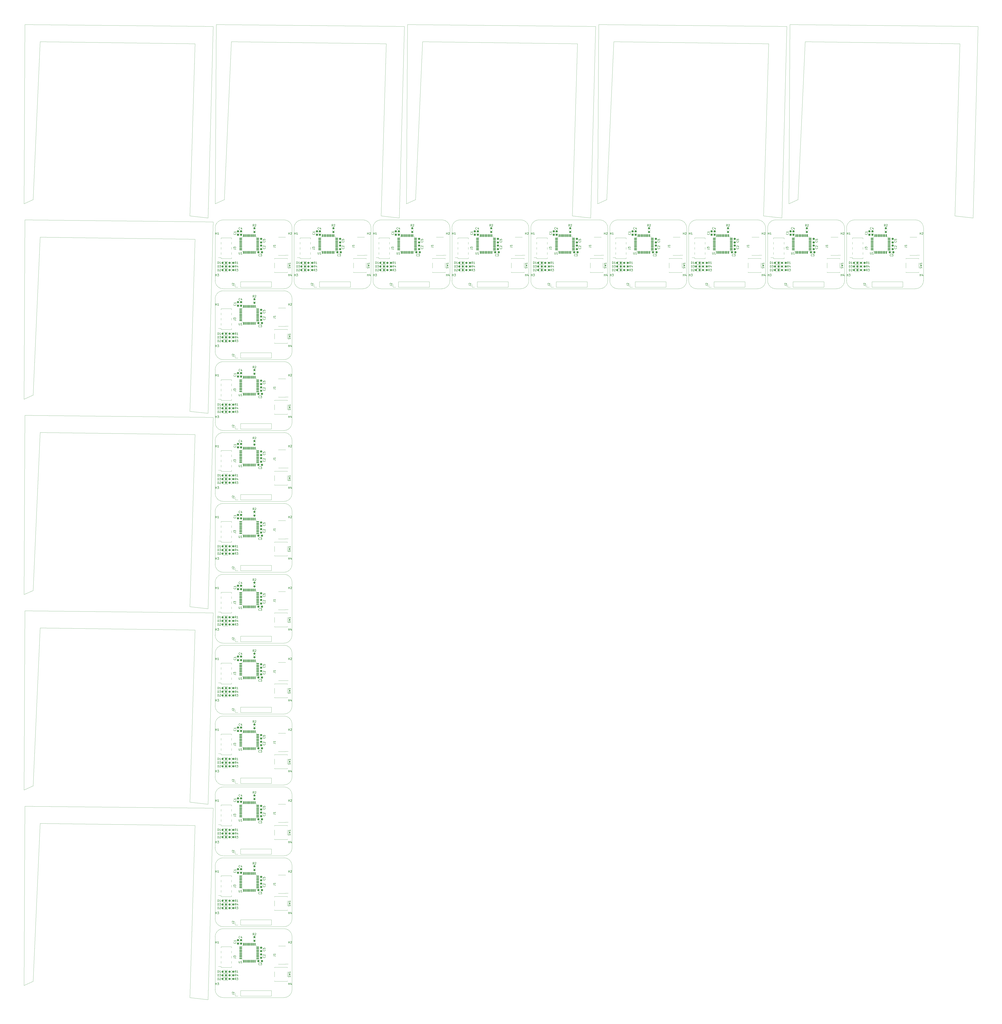
<source format=gbr>
%TF.GenerationSoftware,KiCad,Pcbnew,7.0.6-7.0.6~ubuntu20.04.1*%
%TF.CreationDate,2023-07-11T09:00:34+02:00*%
%TF.ProjectId,output_panel2023-07-11_070008.8206480000,6f757470-7574-45f7-9061-6e656c323032,rev?*%
%TF.SameCoordinates,Original*%
%TF.FileFunction,Legend,Top*%
%TF.FilePolarity,Positive*%
%FSLAX45Y45*%
G04 Gerber Fmt 4.5, Leading zero omitted, Abs format (unit mm)*
G04 Created by KiCad (PCBNEW 7.0.6-7.0.6~ubuntu20.04.1) date 2023-07-11 09:00:34*
%MOMM*%
%LPD*%
G01*
G04 APERTURE LIST*
G04 Aperture macros list*
%AMRoundRect*
0 Rectangle with rounded corners*
0 $1 Rounding radius*
0 $2 $3 $4 $5 $6 $7 $8 $9 X,Y pos of 4 corners*
0 Add a 4 corners polygon primitive as box body*
4,1,4,$2,$3,$4,$5,$6,$7,$8,$9,$2,$3,0*
0 Add four circle primitives for the rounded corners*
1,1,$1+$1,$2,$3*
1,1,$1+$1,$4,$5*
1,1,$1+$1,$6,$7*
1,1,$1+$1,$8,$9*
0 Add four rect primitives between the rounded corners*
20,1,$1+$1,$2,$3,$4,$5,0*
20,1,$1+$1,$4,$5,$6,$7,0*
20,1,$1+$1,$6,$7,$8,$9,0*
20,1,$1+$1,$8,$9,$2,$3,0*%
G04 Aperture macros list end*
%TA.AperFunction,Profile*%
%ADD10C,0.100000*%
%TD*%
%TA.AperFunction,Profile*%
%ADD11C,0.050000*%
%TD*%
%ADD12C,0.150000*%
%ADD13C,0.120000*%
%ADD14RoundRect,0.237500X0.287500X0.237500X-0.287500X0.237500X-0.287500X-0.237500X0.287500X-0.237500X0*%
%ADD15R,2.400000X0.740000*%
%ADD16RoundRect,0.237500X-0.250000X-0.237500X0.250000X-0.237500X0.250000X0.237500X-0.250000X0.237500X0*%
%ADD17C,5.600000*%
%ADD18R,1.700000X1.700000*%
%ADD19O,1.700000X1.700000*%
%ADD20RoundRect,0.125000X0.625000X0.125000X-0.625000X0.125000X-0.625000X-0.125000X0.625000X-0.125000X0*%
%ADD21RoundRect,0.125000X0.125000X0.625000X-0.125000X0.625000X-0.125000X-0.625000X0.125000X-0.625000X0*%
%ADD22RoundRect,0.237500X-0.300000X-0.237500X0.300000X-0.237500X0.300000X0.237500X-0.300000X0.237500X0*%
%ADD23RoundRect,0.237500X0.237500X-0.300000X0.237500X0.300000X-0.237500X0.300000X-0.237500X-0.300000X0*%
%ADD24R,1.550000X1.300000*%
%ADD25RoundRect,0.237500X0.237500X-0.250000X0.237500X0.250000X-0.237500X0.250000X-0.237500X-0.250000X0*%
%ADD26R,3.000000X1.000000*%
G04 APERTURE END LIST*
D10*
X36799979Y-12699691D02*
G75*
G03*
X37199982Y-13099691I400001J1D01*
G01*
X32799979Y-10099691D02*
G75*
G03*
X32399982Y-9699691I-399999J1D01*
G01*
D11*
X9149999Y-9599997D02*
X8249999Y-9499997D01*
D10*
X25099979Y-12699691D02*
G75*
G03*
X25499982Y-13099691I400001J1D01*
G01*
X41099982Y-9699692D02*
G75*
G03*
X40699982Y-10099691I-2J-399998D01*
G01*
X9899982Y-44699692D02*
G75*
G03*
X9499982Y-45099691I-2J-399998D01*
G01*
X41099982Y-9699691D02*
X44099982Y-9699691D01*
X13299979Y-10099691D02*
G75*
G03*
X12899982Y-9699691I-399999J1D01*
G01*
D11*
X17699981Y-9499997D02*
X17949981Y-999997D01*
X849999Y-20199380D02*
X499999Y-27999380D01*
D10*
X9899982Y-34199692D02*
G75*
G03*
X9499982Y-34599691I-2J-399998D01*
G01*
D11*
X49999Y-8899997D02*
X99999Y-49997D01*
D10*
X32799982Y-10099691D02*
X32799982Y-12699691D01*
X33299982Y-9699692D02*
G75*
G03*
X32899982Y-10099691I-2J-399998D01*
G01*
D11*
X8499999Y-39598762D02*
X849999Y-39498762D01*
D10*
X21199979Y-12699691D02*
G75*
G03*
X21599982Y-13099691I400001J1D01*
G01*
X9899982Y-13199692D02*
G75*
G03*
X9499982Y-13599691I-2J-399998D01*
G01*
X21599982Y-9699691D02*
X24599982Y-9699691D01*
X37199982Y-9699692D02*
G75*
G03*
X36799982Y-10099691I-2J-399998D01*
G01*
D11*
X19749963Y-899997D02*
X19399963Y-8699997D01*
D10*
X13299982Y-31099691D02*
X13299982Y-33699691D01*
X9899982Y-16699692D02*
G75*
G03*
X9499982Y-17099691I-2J-399998D01*
G01*
X9499982Y-26699691D02*
X9499982Y-24099691D01*
X13299982Y-34599691D02*
X13299982Y-37199691D01*
D11*
X8499999Y-10649688D02*
X849999Y-10549688D01*
X37849926Y-8899997D02*
X37899926Y-49997D01*
X49999Y-47498762D02*
X99999Y-38648762D01*
X27149963Y-9499997D02*
X27399963Y-999997D01*
X18949963Y-8899997D02*
X18999963Y-49997D01*
D10*
X9899982Y-9699692D02*
G75*
G03*
X9499982Y-10099691I-2J-399998D01*
G01*
X28899979Y-10099691D02*
G75*
G03*
X28499982Y-9699691I-399999J1D01*
G01*
X9499979Y-23199691D02*
G75*
G03*
X9899982Y-23599691I400001J1D01*
G01*
D11*
X18849981Y-149997D02*
X18599981Y-9599997D01*
D10*
X17199982Y-10099691D02*
X17199982Y-12699691D01*
D11*
X8249999Y-19149688D02*
X8499999Y-10649688D01*
X9949981Y-8699997D02*
X9499981Y-8899997D01*
X9149999Y-48198762D02*
X8249999Y-48098762D01*
D10*
X17299982Y-12699691D02*
X17299982Y-10099691D01*
X13299982Y-24099691D02*
X13299982Y-26699691D01*
D11*
X47199926Y-149997D02*
X46949926Y-9599997D01*
X9399999Y-149997D02*
X9149999Y-9599997D01*
D10*
X20699982Y-13099691D02*
X17699982Y-13099691D01*
X28499982Y-13099692D02*
G75*
G03*
X28899982Y-12699691I-2J400002D01*
G01*
X12899982Y-16599692D02*
G75*
G03*
X13299982Y-16199691I-2J400002D01*
G01*
X13399979Y-12699691D02*
G75*
G03*
X13799982Y-13099691I400001J1D01*
G01*
X9899982Y-34199691D02*
X12899982Y-34199691D01*
D11*
X8499999Y-20299380D02*
X849999Y-20199380D01*
D10*
X32399982Y-13099691D02*
X29399982Y-13099691D01*
X21599982Y-9699692D02*
G75*
G03*
X21199982Y-10099691I-2J-399998D01*
G01*
D11*
X849999Y-29849071D02*
X499999Y-37649071D01*
D10*
X40699979Y-12699691D02*
G75*
G03*
X41099982Y-13099691I400001J1D01*
G01*
X13299979Y-31099691D02*
G75*
G03*
X12899982Y-30699691I-399999J1D01*
G01*
D11*
X499999Y-8699997D02*
X49999Y-8899997D01*
X49999Y-28199380D02*
X99999Y-19349380D01*
D10*
X25499982Y-9699692D02*
G75*
G03*
X25099982Y-10099691I-2J-399998D01*
G01*
X9499979Y-26699691D02*
G75*
G03*
X9899982Y-27099691I400001J1D01*
G01*
D11*
X499999Y-47298762D02*
X49999Y-47498762D01*
X28849944Y-8699997D02*
X28399944Y-8899997D01*
D10*
X12899982Y-13099692D02*
G75*
G03*
X13299982Y-12699691I-2J400002D01*
G01*
X33299982Y-9699691D02*
X36299982Y-9699691D01*
X16799982Y-13099691D02*
X13799982Y-13099691D01*
X12899982Y-30599692D02*
G75*
G03*
X13299982Y-30199691I-2J400002D01*
G01*
X16799982Y-13099692D02*
G75*
G03*
X17199982Y-12699691I-2J400002D01*
G01*
X12899982Y-27099691D02*
X9899982Y-27099691D01*
X24999979Y-10099691D02*
G75*
G03*
X24599982Y-9699691I-399999J1D01*
G01*
D11*
X499999Y-27999380D02*
X49999Y-28199380D01*
D10*
X12899982Y-23599692D02*
G75*
G03*
X13299982Y-23199691I-2J400002D01*
G01*
D11*
X99999Y-9699688D02*
X9399999Y-9799688D01*
X8499999Y-999997D02*
X849999Y-899997D01*
D10*
X9899982Y-30699692D02*
G75*
G03*
X9499982Y-31099691I-2J-399998D01*
G01*
X9499979Y-30199691D02*
G75*
G03*
X9899982Y-30599691I400001J1D01*
G01*
X9499982Y-47699691D02*
X9499982Y-45099691D01*
D11*
X28049963Y-9599997D02*
X27149963Y-9499997D01*
X9499981Y-8899997D02*
X9549981Y-49997D01*
D10*
X13299979Y-27599691D02*
G75*
G03*
X12899982Y-27199691I-399999J1D01*
G01*
X36699982Y-10099691D02*
X36699982Y-12699691D01*
X9899982Y-23699691D02*
X12899982Y-23699691D01*
X9899982Y-16699691D02*
X12899982Y-16699691D01*
D11*
X849999Y-39498762D02*
X499999Y-47298762D01*
D10*
X13299982Y-41599691D02*
X13299982Y-44199691D01*
X9499979Y-40699691D02*
G75*
G03*
X9899982Y-41099691I400001J1D01*
G01*
X28999982Y-12699691D02*
X28999982Y-10099691D01*
D11*
X29199944Y-899997D02*
X28849944Y-8699997D01*
X8249999Y-28799380D02*
X8499999Y-20299380D01*
D10*
X13299982Y-27599691D02*
X13299982Y-30199691D01*
X44099982Y-13099692D02*
G75*
G03*
X44499982Y-12699691I-2J400002D01*
G01*
D11*
X9399999Y-19449380D02*
X9149999Y-28899380D01*
X9399999Y-9799688D02*
X9149999Y-19249688D01*
D10*
X17199979Y-10099691D02*
G75*
G03*
X16799982Y-9699691I-399999J1D01*
G01*
X9499982Y-16199691D02*
X9499982Y-13599691D01*
X24999982Y-10099691D02*
X24999982Y-12699691D01*
X9499979Y-19699691D02*
G75*
G03*
X9899982Y-20099691I400001J1D01*
G01*
X9499979Y-33699691D02*
G75*
G03*
X9899982Y-34099691I400001J1D01*
G01*
X12899982Y-41099692D02*
G75*
G03*
X13299982Y-40699691I-2J400002D01*
G01*
X37199982Y-9699691D02*
X40199982Y-9699691D01*
D11*
X19399963Y-8699997D02*
X18949963Y-8899997D01*
D10*
X13299979Y-45099691D02*
G75*
G03*
X12899982Y-44699691I-399999J1D01*
G01*
X13299982Y-20599691D02*
X13299982Y-23199691D01*
D11*
X8249999Y-9499997D02*
X8499999Y-999997D01*
D10*
X9499982Y-40699691D02*
X9499982Y-38099691D01*
X9499982Y-44199691D02*
X9499982Y-41599691D01*
X13299979Y-17099691D02*
G75*
G03*
X12899982Y-16699691I-399999J1D01*
G01*
D11*
X99999Y-38648762D02*
X9399999Y-38748762D01*
D10*
X13299982Y-17099691D02*
X13299982Y-19699691D01*
X40199982Y-13099692D02*
G75*
G03*
X40599982Y-12699691I-2J400002D01*
G01*
X13299979Y-38099691D02*
G75*
G03*
X12899982Y-37699691I-399999J1D01*
G01*
X13299979Y-41599691D02*
G75*
G03*
X12899982Y-41199691I-399999J1D01*
G01*
X44099982Y-13099691D02*
X41099982Y-13099691D01*
X40699982Y-12699691D02*
X40699982Y-10099691D01*
X24599982Y-13099692D02*
G75*
G03*
X24999982Y-12699691I-2J400002D01*
G01*
D11*
X28299963Y-149997D02*
X28049963Y-9599997D01*
X49999Y-18549688D02*
X99999Y-9699688D01*
X9399999Y-29099071D02*
X9149999Y-38549071D01*
D10*
X36699979Y-10099691D02*
G75*
G03*
X36299982Y-9699691I-399999J1D01*
G01*
D11*
X849999Y-899997D02*
X499999Y-8699997D01*
D10*
X13299982Y-45099691D02*
X13299982Y-47699691D01*
X12899982Y-48099692D02*
G75*
G03*
X13299982Y-47699691I-2J400002D01*
G01*
X9499979Y-44199691D02*
G75*
G03*
X9899982Y-44599691I400001J1D01*
G01*
X28899982Y-10099691D02*
X28899982Y-12699691D01*
X13299982Y-38099691D02*
X13299982Y-40699691D01*
D11*
X28399944Y-8899997D02*
X28449944Y-49997D01*
D10*
X9899982Y-44699691D02*
X12899982Y-44699691D01*
D11*
X36849944Y-999997D02*
X29199944Y-899997D01*
D10*
X44499979Y-10099691D02*
G75*
G03*
X44099982Y-9699691I-399999J1D01*
G01*
X21099982Y-10099691D02*
X21099982Y-12699691D01*
D11*
X18599981Y-9599997D02*
X17699981Y-9499997D01*
D10*
X9499982Y-37199691D02*
X9499982Y-34599691D01*
X25499982Y-9699691D02*
X28499982Y-9699691D01*
X9899982Y-20199691D02*
X12899982Y-20199691D01*
X9499979Y-37199691D02*
G75*
G03*
X9899982Y-37599691I400001J1D01*
G01*
D11*
X46049926Y-9499997D02*
X46299926Y-999997D01*
X37499944Y-9599997D02*
X36599944Y-9499997D01*
D10*
X9899982Y-37699691D02*
X12899982Y-37699691D01*
X13299979Y-34599691D02*
G75*
G03*
X12899982Y-34199691I-399999J1D01*
G01*
X29399982Y-9699692D02*
G75*
G03*
X28999982Y-10099691I-2J-399998D01*
G01*
X28499982Y-13099691D02*
X25499982Y-13099691D01*
X20699982Y-13099692D02*
G75*
G03*
X21099982Y-12699691I-2J400002D01*
G01*
X12899982Y-37599691D02*
X9899982Y-37599691D01*
X12899982Y-16599691D02*
X9899982Y-16599691D01*
X13399982Y-12699691D02*
X13399982Y-10099691D01*
D11*
X18999963Y-49997D02*
X28299963Y-149997D01*
X8499999Y-29949071D02*
X849999Y-29849071D01*
D10*
X9499979Y-47699691D02*
G75*
G03*
X9899982Y-48099691I400001J1D01*
G01*
X9499979Y-16199691D02*
G75*
G03*
X9899982Y-16599691I400001J1D01*
G01*
D11*
X499999Y-37649071D02*
X49999Y-37849071D01*
D10*
X32899982Y-12699691D02*
X32899982Y-10099691D01*
D11*
X28449944Y-49997D02*
X37749944Y-149997D01*
X8249999Y-38449071D02*
X8499999Y-29949071D01*
D10*
X9499979Y-12699691D02*
G75*
G03*
X9899982Y-13099691I400001J1D01*
G01*
D11*
X9149999Y-19249688D02*
X8249999Y-19149688D01*
D10*
X9899982Y-41199692D02*
G75*
G03*
X9499982Y-41599691I-2J-399998D01*
G01*
X13299982Y-10099691D02*
X13299982Y-12699691D01*
X24599982Y-13099691D02*
X21599982Y-13099691D01*
D11*
X9399999Y-38748762D02*
X9149999Y-48198762D01*
X37749944Y-149997D02*
X37499944Y-9599997D01*
D10*
X9499982Y-23199691D02*
X9499982Y-20599691D01*
D11*
X46299926Y-999997D02*
X38649926Y-899997D01*
X38299926Y-8699997D02*
X37849926Y-8899997D01*
D10*
X9499982Y-19699691D02*
X9499982Y-17099691D01*
X12899982Y-41099691D02*
X9899982Y-41099691D01*
X9499982Y-30199691D02*
X9499982Y-27599691D01*
D11*
X99999Y-19349380D02*
X9399999Y-19449380D01*
D10*
X13299979Y-24099691D02*
G75*
G03*
X12899982Y-23699691I-399999J1D01*
G01*
D11*
X499999Y-18349688D02*
X49999Y-18549688D01*
X849999Y-10549688D02*
X499999Y-18349688D01*
D10*
X9899982Y-20199692D02*
G75*
G03*
X9499982Y-20599691I-2J-399998D01*
G01*
X36299982Y-13099691D02*
X33299982Y-13099691D01*
X40599982Y-10099691D02*
X40599982Y-12699691D01*
D11*
X10299981Y-899997D02*
X9949981Y-8699997D01*
D10*
X28999979Y-12699691D02*
G75*
G03*
X29399982Y-13099691I400001J1D01*
G01*
X9899982Y-9699691D02*
X12899982Y-9699691D01*
X17699982Y-9699691D02*
X20699982Y-9699691D01*
X17699982Y-9699692D02*
G75*
G03*
X17299982Y-10099691I-2J-399998D01*
G01*
X13799982Y-9699691D02*
X16799982Y-9699691D01*
X12899982Y-44599691D02*
X9899982Y-44599691D01*
D11*
X9149999Y-38549071D02*
X8249999Y-38449071D01*
D10*
X12899982Y-27099692D02*
G75*
G03*
X13299982Y-26699691I-2J400002D01*
G01*
X13299979Y-13599691D02*
G75*
G03*
X12899982Y-13199691I-399999J1D01*
G01*
D11*
X49999Y-37849071D02*
X99999Y-28999071D01*
X27399963Y-999997D02*
X19749963Y-899997D01*
D10*
X9899982Y-41199691D02*
X12899982Y-41199691D01*
X12899982Y-34099692D02*
G75*
G03*
X13299982Y-33699691I-2J400002D01*
G01*
D11*
X99999Y-49997D02*
X9399999Y-149997D01*
D10*
X9899982Y-27199692D02*
G75*
G03*
X9499982Y-27599691I-2J-399998D01*
G01*
X12899982Y-23599691D02*
X9899982Y-23599691D01*
X40599979Y-10099691D02*
G75*
G03*
X40199982Y-9699691I-399999J1D01*
G01*
D11*
X17949981Y-999997D02*
X10299981Y-899997D01*
D10*
X9899982Y-13199691D02*
X12899982Y-13199691D01*
X9899982Y-30699691D02*
X12899982Y-30699691D01*
X12899982Y-30599691D02*
X9899982Y-30599691D01*
D11*
X99999Y-28999071D02*
X9399999Y-29099071D01*
D10*
X12899982Y-13099691D02*
X9899982Y-13099691D01*
D11*
X9149999Y-28899380D02*
X8249999Y-28799380D01*
X38649926Y-899997D02*
X38299926Y-8699997D01*
D10*
X9899982Y-23699692D02*
G75*
G03*
X9499982Y-24099691I-2J-399998D01*
G01*
X21099979Y-10099691D02*
G75*
G03*
X20699982Y-9699691I-399999J1D01*
G01*
X36799982Y-12699691D02*
X36799982Y-10099691D01*
X13799982Y-9699692D02*
G75*
G03*
X13399982Y-10099691I-2J-399998D01*
G01*
X9899982Y-37699692D02*
G75*
G03*
X9499982Y-38099691I-2J-399998D01*
G01*
X12899982Y-44599692D02*
G75*
G03*
X13299982Y-44199691I-2J400002D01*
G01*
X29399982Y-9699691D02*
X32399982Y-9699691D01*
X17299979Y-12699691D02*
G75*
G03*
X17699982Y-13099691I400001J1D01*
G01*
D11*
X46949926Y-9599997D02*
X46049926Y-9499997D01*
D10*
X12899982Y-20099691D02*
X9899982Y-20099691D01*
X9899982Y-27199691D02*
X12899982Y-27199691D01*
X12899982Y-20099692D02*
G75*
G03*
X13299982Y-19699691I-2J400002D01*
G01*
X9499982Y-12699691D02*
X9499982Y-10099691D01*
X12899982Y-34099691D02*
X9899982Y-34099691D01*
X25099982Y-12699691D02*
X25099982Y-10099691D01*
X21199982Y-12699691D02*
X21199982Y-10099691D01*
X13299979Y-20599691D02*
G75*
G03*
X12899982Y-20199691I-399999J1D01*
G01*
D11*
X36599944Y-9499997D02*
X36849944Y-999997D01*
X9549981Y-49997D02*
X18849981Y-149997D01*
D10*
X12899982Y-48099691D02*
X9899982Y-48099691D01*
X9499982Y-33699691D02*
X9499982Y-31099691D01*
D11*
X8249999Y-48098762D02*
X8499999Y-39598762D01*
D10*
X44499982Y-10099691D02*
X44499982Y-12699691D01*
X36299982Y-13099692D02*
G75*
G03*
X36699982Y-12699691I-2J400002D01*
G01*
X32399982Y-13099692D02*
G75*
G03*
X32799982Y-12699691I-2J400002D01*
G01*
X12899982Y-37599692D02*
G75*
G03*
X13299982Y-37199691I-2J400002D01*
G01*
X32899979Y-12699691D02*
G75*
G03*
X33299982Y-13099691I400001J1D01*
G01*
D11*
X37899926Y-49997D02*
X47199926Y-149997D01*
D10*
X13299982Y-13599691D02*
X13299982Y-16199691D01*
X40199982Y-13099691D02*
X37199982Y-13099691D01*
D12*
X17428047Y-11865173D02*
X17428047Y-11765173D01*
X17428047Y-11765173D02*
X17451857Y-11765173D01*
X17451857Y-11765173D02*
X17466142Y-11769935D01*
X17466142Y-11769935D02*
X17475666Y-11779459D01*
X17475666Y-11779459D02*
X17480428Y-11788983D01*
X17480428Y-11788983D02*
X17485190Y-11808030D01*
X17485190Y-11808030D02*
X17485190Y-11822316D01*
X17485190Y-11822316D02*
X17480428Y-11841364D01*
X17480428Y-11841364D02*
X17475666Y-11850887D01*
X17475666Y-11850887D02*
X17466142Y-11860411D01*
X17466142Y-11860411D02*
X17451857Y-11865173D01*
X17451857Y-11865173D02*
X17428047Y-11865173D01*
X17580428Y-11865173D02*
X17523285Y-11865173D01*
X17551857Y-11865173D02*
X17551857Y-11765173D01*
X17551857Y-11765173D02*
X17542333Y-11779459D01*
X17542333Y-11779459D02*
X17532809Y-11788983D01*
X17532809Y-11788983D02*
X17523285Y-11793745D01*
X12372464Y-18033025D02*
X12443892Y-18033025D01*
X12443892Y-18033025D02*
X12458178Y-18037787D01*
X12458178Y-18037787D02*
X12467702Y-18047310D01*
X12467702Y-18047310D02*
X12472464Y-18061596D01*
X12472464Y-18061596D02*
X12472464Y-18071120D01*
X12472464Y-17933025D02*
X12472464Y-17990167D01*
X12472464Y-17961596D02*
X12372464Y-17961596D01*
X12372464Y-17961596D02*
X12386749Y-17971120D01*
X12386749Y-17971120D02*
X12396273Y-17980644D01*
X12396273Y-17980644D02*
X12401035Y-17990167D01*
X10535190Y-29725173D02*
X10501857Y-29677554D01*
X10478047Y-29725173D02*
X10478047Y-29625173D01*
X10478047Y-29625173D02*
X10516142Y-29625173D01*
X10516142Y-29625173D02*
X10525666Y-29629935D01*
X10525666Y-29629935D02*
X10530428Y-29634697D01*
X10530428Y-29634697D02*
X10535190Y-29644221D01*
X10535190Y-29644221D02*
X10535190Y-29658506D01*
X10535190Y-29658506D02*
X10530428Y-29668030D01*
X10530428Y-29668030D02*
X10525666Y-29672792D01*
X10525666Y-29672792D02*
X10516142Y-29677554D01*
X10516142Y-29677554D02*
X10478047Y-29677554D01*
X10568523Y-29625173D02*
X10630428Y-29625173D01*
X10630428Y-29625173D02*
X10597095Y-29663268D01*
X10597095Y-29663268D02*
X10611381Y-29663268D01*
X10611381Y-29663268D02*
X10620904Y-29668030D01*
X10620904Y-29668030D02*
X10625666Y-29672792D01*
X10625666Y-29672792D02*
X10630428Y-29682316D01*
X10630428Y-29682316D02*
X10630428Y-29706125D01*
X10630428Y-29706125D02*
X10625666Y-29715649D01*
X10625666Y-29715649D02*
X10620904Y-29720411D01*
X10620904Y-29720411D02*
X10611381Y-29725173D01*
X10611381Y-29725173D02*
X10582809Y-29725173D01*
X10582809Y-29725173D02*
X10573285Y-29720411D01*
X10573285Y-29720411D02*
X10568523Y-29715649D01*
X9523791Y-24420173D02*
X9523791Y-24320173D01*
X9523791Y-24367792D02*
X9580934Y-24367792D01*
X9580934Y-24420173D02*
X9580934Y-24320173D01*
X9680934Y-24420173D02*
X9623791Y-24420173D01*
X9652363Y-24420173D02*
X9652363Y-24320173D01*
X9652363Y-24320173D02*
X9642839Y-24334459D01*
X9642839Y-24334459D02*
X9633315Y-24343983D01*
X9633315Y-24343983D02*
X9623791Y-24348745D01*
X33737464Y-12923025D02*
X33808892Y-12923025D01*
X33808892Y-12923025D02*
X33823178Y-12927786D01*
X33823178Y-12927786D02*
X33832702Y-12937310D01*
X33832702Y-12937310D02*
X33837464Y-12951596D01*
X33837464Y-12951596D02*
X33837464Y-12961120D01*
X33746987Y-12880167D02*
X33742226Y-12875405D01*
X33742226Y-12875405D02*
X33737464Y-12865882D01*
X33737464Y-12865882D02*
X33737464Y-12842072D01*
X33737464Y-12842072D02*
X33742226Y-12832548D01*
X33742226Y-12832548D02*
X33746987Y-12827786D01*
X33746987Y-12827786D02*
X33756511Y-12823025D01*
X33756511Y-12823025D02*
X33766035Y-12823025D01*
X33766035Y-12823025D02*
X33780321Y-12827786D01*
X33780321Y-12827786D02*
X33837464Y-12884929D01*
X33837464Y-12884929D02*
X33837464Y-12823025D01*
X10673791Y-25295173D02*
X10673791Y-25376125D01*
X10673791Y-25376125D02*
X10678553Y-25385649D01*
X10678553Y-25385649D02*
X10683315Y-25390411D01*
X10683315Y-25390411D02*
X10692839Y-25395173D01*
X10692839Y-25395173D02*
X10711886Y-25395173D01*
X10711886Y-25395173D02*
X10721410Y-25390411D01*
X10721410Y-25390411D02*
X10726172Y-25385649D01*
X10726172Y-25385649D02*
X10730934Y-25376125D01*
X10730934Y-25376125D02*
X10730934Y-25295173D01*
X10830934Y-25395173D02*
X10773791Y-25395173D01*
X10802363Y-25395173D02*
X10802363Y-25295173D01*
X10802363Y-25295173D02*
X10792839Y-25309459D01*
X10792839Y-25309459D02*
X10783315Y-25318983D01*
X10783315Y-25318983D02*
X10773791Y-25323745D01*
X9628047Y-47045173D02*
X9628047Y-46945173D01*
X9628047Y-46945173D02*
X9651857Y-46945173D01*
X9651857Y-46945173D02*
X9666142Y-46949935D01*
X9666142Y-46949935D02*
X9675666Y-46959459D01*
X9675666Y-46959459D02*
X9680428Y-46968983D01*
X9680428Y-46968983D02*
X9685190Y-46988030D01*
X9685190Y-46988030D02*
X9685190Y-47002316D01*
X9685190Y-47002316D02*
X9680428Y-47021364D01*
X9680428Y-47021364D02*
X9675666Y-47030887D01*
X9675666Y-47030887D02*
X9666142Y-47040411D01*
X9666142Y-47040411D02*
X9651857Y-47045173D01*
X9651857Y-47045173D02*
X9628047Y-47045173D01*
X9718523Y-46945173D02*
X9780428Y-46945173D01*
X9780428Y-46945173D02*
X9747095Y-46983268D01*
X9747095Y-46983268D02*
X9761381Y-46983268D01*
X9761381Y-46983268D02*
X9770904Y-46988030D01*
X9770904Y-46988030D02*
X9775666Y-46992792D01*
X9775666Y-46992792D02*
X9780428Y-47002316D01*
X9780428Y-47002316D02*
X9780428Y-47026125D01*
X9780428Y-47026125D02*
X9775666Y-47035649D01*
X9775666Y-47035649D02*
X9770904Y-47040411D01*
X9770904Y-47040411D02*
X9761381Y-47045173D01*
X9761381Y-47045173D02*
X9732809Y-47045173D01*
X9732809Y-47045173D02*
X9723285Y-47040411D01*
X9723285Y-47040411D02*
X9718523Y-47035649D01*
X31208315Y-11480649D02*
X31203553Y-11485411D01*
X31203553Y-11485411D02*
X31189267Y-11490173D01*
X31189267Y-11490173D02*
X31179744Y-11490173D01*
X31179744Y-11490173D02*
X31165458Y-11485411D01*
X31165458Y-11485411D02*
X31155934Y-11475887D01*
X31155934Y-11475887D02*
X31151172Y-11466364D01*
X31151172Y-11466364D02*
X31146410Y-11447316D01*
X31146410Y-11447316D02*
X31146410Y-11433030D01*
X31146410Y-11433030D02*
X31151172Y-11413983D01*
X31151172Y-11413983D02*
X31155934Y-11404459D01*
X31155934Y-11404459D02*
X31165458Y-11394935D01*
X31165458Y-11394935D02*
X31179744Y-11390173D01*
X31179744Y-11390173D02*
X31189267Y-11390173D01*
X31189267Y-11390173D02*
X31203553Y-11394935D01*
X31203553Y-11394935D02*
X31208315Y-11399697D01*
X31241648Y-11390173D02*
X31303553Y-11390173D01*
X31303553Y-11390173D02*
X31270220Y-11428268D01*
X31270220Y-11428268D02*
X31284505Y-11428268D01*
X31284505Y-11428268D02*
X31294029Y-11433030D01*
X31294029Y-11433030D02*
X31298791Y-11437792D01*
X31298791Y-11437792D02*
X31303553Y-11447316D01*
X31303553Y-11447316D02*
X31303553Y-11471125D01*
X31303553Y-11471125D02*
X31298791Y-11480649D01*
X31298791Y-11480649D02*
X31294029Y-11485411D01*
X31294029Y-11485411D02*
X31284505Y-11490173D01*
X31284505Y-11490173D02*
X31255934Y-11490173D01*
X31255934Y-11490173D02*
X31246410Y-11485411D01*
X31246410Y-11485411D02*
X31241648Y-11480649D01*
X26333315Y-10160649D02*
X26328553Y-10165411D01*
X26328553Y-10165411D02*
X26314267Y-10170173D01*
X26314267Y-10170173D02*
X26304744Y-10170173D01*
X26304744Y-10170173D02*
X26290458Y-10165411D01*
X26290458Y-10165411D02*
X26280934Y-10155887D01*
X26280934Y-10155887D02*
X26276172Y-10146364D01*
X26276172Y-10146364D02*
X26271410Y-10127316D01*
X26271410Y-10127316D02*
X26271410Y-10113030D01*
X26271410Y-10113030D02*
X26276172Y-10093983D01*
X26276172Y-10093983D02*
X26280934Y-10084459D01*
X26280934Y-10084459D02*
X26290458Y-10074935D01*
X26290458Y-10074935D02*
X26304744Y-10070173D01*
X26304744Y-10070173D02*
X26314267Y-10070173D01*
X26314267Y-10070173D02*
X26328553Y-10074935D01*
X26328553Y-10074935D02*
X26333315Y-10079697D01*
X26419029Y-10103507D02*
X26419029Y-10170173D01*
X26395220Y-10065411D02*
X26371410Y-10136840D01*
X26371410Y-10136840D02*
X26433315Y-10136840D01*
X21328047Y-12045173D02*
X21328047Y-11945173D01*
X21328047Y-11945173D02*
X21351857Y-11945173D01*
X21351857Y-11945173D02*
X21366142Y-11949935D01*
X21366142Y-11949935D02*
X21375666Y-11959459D01*
X21375666Y-11959459D02*
X21380428Y-11968983D01*
X21380428Y-11968983D02*
X21385190Y-11988030D01*
X21385190Y-11988030D02*
X21385190Y-12002316D01*
X21385190Y-12002316D02*
X21380428Y-12021364D01*
X21380428Y-12021364D02*
X21375666Y-12030887D01*
X21375666Y-12030887D02*
X21366142Y-12040411D01*
X21366142Y-12040411D02*
X21351857Y-12045173D01*
X21351857Y-12045173D02*
X21328047Y-12045173D01*
X21418523Y-11945173D02*
X21480428Y-11945173D01*
X21480428Y-11945173D02*
X21447095Y-11983268D01*
X21447095Y-11983268D02*
X21461381Y-11983268D01*
X21461381Y-11983268D02*
X21470904Y-11988030D01*
X21470904Y-11988030D02*
X21475666Y-11992792D01*
X21475666Y-11992792D02*
X21480428Y-12002316D01*
X21480428Y-12002316D02*
X21480428Y-12026125D01*
X21480428Y-12026125D02*
X21475666Y-12035649D01*
X21475666Y-12035649D02*
X21470904Y-12040411D01*
X21470904Y-12040411D02*
X21461381Y-12045173D01*
X21461381Y-12045173D02*
X21432809Y-12045173D01*
X21432809Y-12045173D02*
X21423285Y-12040411D01*
X21423285Y-12040411D02*
X21418523Y-12035649D01*
X10535190Y-18865173D02*
X10501857Y-18817554D01*
X10478047Y-18865173D02*
X10478047Y-18765173D01*
X10478047Y-18765173D02*
X10516142Y-18765173D01*
X10516142Y-18765173D02*
X10525666Y-18769935D01*
X10525666Y-18769935D02*
X10530428Y-18774697D01*
X10530428Y-18774697D02*
X10535190Y-18784221D01*
X10535190Y-18784221D02*
X10535190Y-18798507D01*
X10535190Y-18798507D02*
X10530428Y-18808030D01*
X10530428Y-18808030D02*
X10525666Y-18812792D01*
X10525666Y-18812792D02*
X10516142Y-18817554D01*
X10516142Y-18817554D02*
X10478047Y-18817554D01*
X10630428Y-18865173D02*
X10573285Y-18865173D01*
X10601857Y-18865173D02*
X10601857Y-18765173D01*
X10601857Y-18765173D02*
X10592333Y-18779459D01*
X10592333Y-18779459D02*
X10582809Y-18788983D01*
X10582809Y-18788983D02*
X10573285Y-18793745D01*
X10513940Y-24366358D02*
X10518702Y-24371120D01*
X10518702Y-24371120D02*
X10523464Y-24385405D01*
X10523464Y-24385405D02*
X10523464Y-24394929D01*
X10523464Y-24394929D02*
X10518702Y-24409215D01*
X10518702Y-24409215D02*
X10509178Y-24418739D01*
X10509178Y-24418739D02*
X10499654Y-24423501D01*
X10499654Y-24423501D02*
X10480606Y-24428263D01*
X10480606Y-24428263D02*
X10466321Y-24428263D01*
X10466321Y-24428263D02*
X10447273Y-24423501D01*
X10447273Y-24423501D02*
X10437749Y-24418739D01*
X10437749Y-24418739D02*
X10428226Y-24409215D01*
X10428226Y-24409215D02*
X10423464Y-24394929D01*
X10423464Y-24394929D02*
X10423464Y-24385405D01*
X10423464Y-24385405D02*
X10428226Y-24371120D01*
X10428226Y-24371120D02*
X10432987Y-24366358D01*
X10523464Y-24271120D02*
X10523464Y-24328263D01*
X10523464Y-24299691D02*
X10423464Y-24299691D01*
X10423464Y-24299691D02*
X10437749Y-24309215D01*
X10437749Y-24309215D02*
X10447273Y-24318739D01*
X10447273Y-24318739D02*
X10452035Y-24328263D01*
X9523791Y-20920173D02*
X9523791Y-20820173D01*
X9523791Y-20867792D02*
X9580934Y-20867792D01*
X9580934Y-20920173D02*
X9580934Y-20820173D01*
X9680934Y-20920173D02*
X9623791Y-20920173D01*
X9652363Y-20920173D02*
X9652363Y-20820173D01*
X9652363Y-20820173D02*
X9642839Y-20834459D01*
X9642839Y-20834459D02*
X9633315Y-20843983D01*
X9633315Y-20843983D02*
X9623791Y-20848745D01*
X10535190Y-36725173D02*
X10501857Y-36677554D01*
X10478047Y-36725173D02*
X10478047Y-36625173D01*
X10478047Y-36625173D02*
X10516142Y-36625173D01*
X10516142Y-36625173D02*
X10525666Y-36629935D01*
X10525666Y-36629935D02*
X10530428Y-36634697D01*
X10530428Y-36634697D02*
X10535190Y-36644221D01*
X10535190Y-36644221D02*
X10535190Y-36658507D01*
X10535190Y-36658507D02*
X10530428Y-36668030D01*
X10530428Y-36668030D02*
X10525666Y-36672792D01*
X10525666Y-36672792D02*
X10516142Y-36677554D01*
X10516142Y-36677554D02*
X10478047Y-36677554D01*
X10568523Y-36625173D02*
X10630428Y-36625173D01*
X10630428Y-36625173D02*
X10597095Y-36663268D01*
X10597095Y-36663268D02*
X10611381Y-36663268D01*
X10611381Y-36663268D02*
X10620904Y-36668030D01*
X10620904Y-36668030D02*
X10625666Y-36672792D01*
X10625666Y-36672792D02*
X10630428Y-36682316D01*
X10630428Y-36682316D02*
X10630428Y-36706126D01*
X10630428Y-36706126D02*
X10625666Y-36715649D01*
X10625666Y-36715649D02*
X10620904Y-36720411D01*
X10620904Y-36720411D02*
X10611381Y-36725173D01*
X10611381Y-36725173D02*
X10582809Y-36725173D01*
X10582809Y-36725173D02*
X10573285Y-36720411D01*
X10573285Y-36720411D02*
X10568523Y-36715649D01*
X23661940Y-11071608D02*
X23666702Y-11076370D01*
X23666702Y-11076370D02*
X23671464Y-11090656D01*
X23671464Y-11090656D02*
X23671464Y-11100179D01*
X23671464Y-11100179D02*
X23666702Y-11114465D01*
X23666702Y-11114465D02*
X23657178Y-11123989D01*
X23657178Y-11123989D02*
X23647654Y-11128751D01*
X23647654Y-11128751D02*
X23628606Y-11133513D01*
X23628606Y-11133513D02*
X23614321Y-11133513D01*
X23614321Y-11133513D02*
X23595273Y-11128751D01*
X23595273Y-11128751D02*
X23585749Y-11123989D01*
X23585749Y-11123989D02*
X23576225Y-11114465D01*
X23576225Y-11114465D02*
X23571464Y-11100179D01*
X23571464Y-11100179D02*
X23571464Y-11090656D01*
X23571464Y-11090656D02*
X23576225Y-11076370D01*
X23576225Y-11076370D02*
X23580987Y-11071608D01*
X23580987Y-11033513D02*
X23576225Y-11028751D01*
X23576225Y-11028751D02*
X23571464Y-11019227D01*
X23571464Y-11019227D02*
X23571464Y-10995417D01*
X23571464Y-10995417D02*
X23576225Y-10985894D01*
X23576225Y-10985894D02*
X23580987Y-10981132D01*
X23580987Y-10981132D02*
X23590511Y-10976370D01*
X23590511Y-10976370D02*
X23600035Y-10976370D01*
X23600035Y-10976370D02*
X23614321Y-10981132D01*
X23614321Y-10981132D02*
X23671464Y-11038275D01*
X23671464Y-11038275D02*
X23671464Y-10976370D01*
X14573791Y-11295173D02*
X14573791Y-11376125D01*
X14573791Y-11376125D02*
X14578553Y-11385649D01*
X14578553Y-11385649D02*
X14583315Y-11390411D01*
X14583315Y-11390411D02*
X14592839Y-11395173D01*
X14592839Y-11395173D02*
X14611886Y-11395173D01*
X14611886Y-11395173D02*
X14621410Y-11390411D01*
X14621410Y-11390411D02*
X14626172Y-11385649D01*
X14626172Y-11385649D02*
X14630934Y-11376125D01*
X14630934Y-11376125D02*
X14630934Y-11295173D01*
X14730934Y-11395173D02*
X14673791Y-11395173D01*
X14702363Y-11395173D02*
X14702363Y-11295173D01*
X14702363Y-11295173D02*
X14692839Y-11309459D01*
X14692839Y-11309459D02*
X14683315Y-11318983D01*
X14683315Y-11318983D02*
X14673791Y-11323745D01*
X40723791Y-10420173D02*
X40723791Y-10320173D01*
X40723791Y-10367792D02*
X40780934Y-10367792D01*
X40780934Y-10420173D02*
X40780934Y-10320173D01*
X40880934Y-10420173D02*
X40823791Y-10420173D01*
X40852363Y-10420173D02*
X40852363Y-10320173D01*
X40852363Y-10320173D02*
X40842839Y-10334459D01*
X40842839Y-10334459D02*
X40833315Y-10343983D01*
X40833315Y-10343983D02*
X40823791Y-10348745D01*
X13528047Y-12225173D02*
X13528047Y-12125173D01*
X13528047Y-12125173D02*
X13551857Y-12125173D01*
X13551857Y-12125173D02*
X13566142Y-12129935D01*
X13566142Y-12129935D02*
X13575666Y-12139459D01*
X13575666Y-12139459D02*
X13580428Y-12148983D01*
X13580428Y-12148983D02*
X13585190Y-12168030D01*
X13585190Y-12168030D02*
X13585190Y-12182316D01*
X13585190Y-12182316D02*
X13580428Y-12201364D01*
X13580428Y-12201364D02*
X13575666Y-12210887D01*
X13575666Y-12210887D02*
X13566142Y-12220411D01*
X13566142Y-12220411D02*
X13551857Y-12225173D01*
X13551857Y-12225173D02*
X13528047Y-12225173D01*
X13623285Y-12134697D02*
X13628047Y-12129935D01*
X13628047Y-12129935D02*
X13637571Y-12125173D01*
X13637571Y-12125173D02*
X13661380Y-12125173D01*
X13661380Y-12125173D02*
X13670904Y-12129935D01*
X13670904Y-12129935D02*
X13675666Y-12134697D01*
X13675666Y-12134697D02*
X13680428Y-12144221D01*
X13680428Y-12144221D02*
X13680428Y-12153745D01*
X13680428Y-12153745D02*
X13675666Y-12168030D01*
X13675666Y-12168030D02*
X13618523Y-12225173D01*
X13618523Y-12225173D02*
X13680428Y-12225173D01*
X13215702Y-19083025D02*
X13220464Y-19068739D01*
X13220464Y-19068739D02*
X13220464Y-19044929D01*
X13220464Y-19044929D02*
X13215702Y-19035406D01*
X13215702Y-19035406D02*
X13210940Y-19030644D01*
X13210940Y-19030644D02*
X13201416Y-19025882D01*
X13201416Y-19025882D02*
X13191892Y-19025882D01*
X13191892Y-19025882D02*
X13182368Y-19030644D01*
X13182368Y-19030644D02*
X13177606Y-19035406D01*
X13177606Y-19035406D02*
X13172844Y-19044929D01*
X13172844Y-19044929D02*
X13168083Y-19063977D01*
X13168083Y-19063977D02*
X13163321Y-19073501D01*
X13163321Y-19073501D02*
X13158559Y-19078263D01*
X13158559Y-19078263D02*
X13149035Y-19083025D01*
X13149035Y-19083025D02*
X13139511Y-19083025D01*
X13139511Y-19083025D02*
X13129987Y-19078263D01*
X13129987Y-19078263D02*
X13125225Y-19073501D01*
X13125225Y-19073501D02*
X13120464Y-19063977D01*
X13120464Y-19063977D02*
X13120464Y-19040167D01*
X13120464Y-19040167D02*
X13125225Y-19025882D01*
X13120464Y-18992548D02*
X13220464Y-18968739D01*
X13220464Y-18968739D02*
X13149035Y-18949691D01*
X13149035Y-18949691D02*
X13220464Y-18930644D01*
X13220464Y-18930644D02*
X13120464Y-18906834D01*
X13220464Y-18816358D02*
X13220464Y-18873501D01*
X13220464Y-18844929D02*
X13120464Y-18844929D01*
X13120464Y-18844929D02*
X13134749Y-18854453D01*
X13134749Y-18854453D02*
X13144273Y-18863977D01*
X13144273Y-18863977D02*
X13149035Y-18873501D01*
X9523791Y-40470173D02*
X9523791Y-40370173D01*
X9523791Y-40417792D02*
X9580934Y-40417792D01*
X9580934Y-40470173D02*
X9580934Y-40370173D01*
X9619029Y-40370173D02*
X9680934Y-40370173D01*
X9680934Y-40370173D02*
X9647601Y-40408268D01*
X9647601Y-40408268D02*
X9661886Y-40408268D01*
X9661886Y-40408268D02*
X9671410Y-40413030D01*
X9671410Y-40413030D02*
X9676172Y-40417792D01*
X9676172Y-40417792D02*
X9680934Y-40427316D01*
X9680934Y-40427316D02*
X9680934Y-40451126D01*
X9680934Y-40451126D02*
X9676172Y-40460649D01*
X9676172Y-40460649D02*
X9671410Y-40465411D01*
X9671410Y-40465411D02*
X9661886Y-40470173D01*
X9661886Y-40470173D02*
X9633315Y-40470173D01*
X9633315Y-40470173D02*
X9623791Y-40465411D01*
X9623791Y-40465411D02*
X9619029Y-40460649D01*
X36523791Y-10420173D02*
X36523791Y-10320173D01*
X36523791Y-10367792D02*
X36580934Y-10367792D01*
X36580934Y-10420173D02*
X36580934Y-10320173D01*
X36623791Y-10329697D02*
X36628553Y-10324935D01*
X36628553Y-10324935D02*
X36638077Y-10320173D01*
X36638077Y-10320173D02*
X36661886Y-10320173D01*
X36661886Y-10320173D02*
X36671410Y-10324935D01*
X36671410Y-10324935D02*
X36676172Y-10329697D01*
X36676172Y-10329697D02*
X36680934Y-10339221D01*
X36680934Y-10339221D02*
X36680934Y-10348745D01*
X36680934Y-10348745D02*
X36676172Y-10363030D01*
X36676172Y-10363030D02*
X36619029Y-10420173D01*
X36619029Y-10420173D02*
X36680934Y-10420173D01*
X13123791Y-41920173D02*
X13123791Y-41820173D01*
X13123791Y-41867792D02*
X13180934Y-41867792D01*
X13180934Y-41920173D02*
X13180934Y-41820173D01*
X13223791Y-41829697D02*
X13228553Y-41824935D01*
X13228553Y-41824935D02*
X13238077Y-41820173D01*
X13238077Y-41820173D02*
X13261886Y-41820173D01*
X13261886Y-41820173D02*
X13271410Y-41824935D01*
X13271410Y-41824935D02*
X13276172Y-41829697D01*
X13276172Y-41829697D02*
X13280934Y-41839221D01*
X13280934Y-41839221D02*
X13280934Y-41848745D01*
X13280934Y-41848745D02*
X13276172Y-41863030D01*
X13276172Y-41863030D02*
X13219029Y-41920173D01*
X13219029Y-41920173D02*
X13280934Y-41920173D01*
X13215702Y-12083024D02*
X13220464Y-12068739D01*
X13220464Y-12068739D02*
X13220464Y-12044929D01*
X13220464Y-12044929D02*
X13215702Y-12035405D01*
X13215702Y-12035405D02*
X13210940Y-12030644D01*
X13210940Y-12030644D02*
X13201416Y-12025882D01*
X13201416Y-12025882D02*
X13191892Y-12025882D01*
X13191892Y-12025882D02*
X13182368Y-12030644D01*
X13182368Y-12030644D02*
X13177606Y-12035405D01*
X13177606Y-12035405D02*
X13172844Y-12044929D01*
X13172844Y-12044929D02*
X13168083Y-12063977D01*
X13168083Y-12063977D02*
X13163321Y-12073501D01*
X13163321Y-12073501D02*
X13158559Y-12078263D01*
X13158559Y-12078263D02*
X13149035Y-12083024D01*
X13149035Y-12083024D02*
X13139511Y-12083024D01*
X13139511Y-12083024D02*
X13129987Y-12078263D01*
X13129987Y-12078263D02*
X13125225Y-12073501D01*
X13125225Y-12073501D02*
X13120464Y-12063977D01*
X13120464Y-12063977D02*
X13120464Y-12040167D01*
X13120464Y-12040167D02*
X13125225Y-12025882D01*
X13120464Y-11992548D02*
X13220464Y-11968739D01*
X13220464Y-11968739D02*
X13149035Y-11949691D01*
X13149035Y-11949691D02*
X13220464Y-11930644D01*
X13220464Y-11930644D02*
X13120464Y-11906834D01*
X13220464Y-11816358D02*
X13220464Y-11873501D01*
X13220464Y-11844929D02*
X13120464Y-11844929D01*
X13120464Y-11844929D02*
X13134749Y-11854453D01*
X13134749Y-11854453D02*
X13144273Y-11863977D01*
X13144273Y-11863977D02*
X13149035Y-11873501D01*
X12372464Y-46033025D02*
X12443892Y-46033025D01*
X12443892Y-46033025D02*
X12458178Y-46037786D01*
X12458178Y-46037786D02*
X12467702Y-46047310D01*
X12467702Y-46047310D02*
X12472464Y-46061596D01*
X12472464Y-46061596D02*
X12472464Y-46071120D01*
X12472464Y-45933025D02*
X12472464Y-45990167D01*
X12472464Y-45961596D02*
X12372464Y-45961596D01*
X12372464Y-45961596D02*
X12386749Y-45971120D01*
X12386749Y-45971120D02*
X12396273Y-45980644D01*
X12396273Y-45980644D02*
X12401035Y-45990167D01*
X9628047Y-15725173D02*
X9628047Y-15625173D01*
X9628047Y-15625173D02*
X9651857Y-15625173D01*
X9651857Y-15625173D02*
X9666142Y-15629935D01*
X9666142Y-15629935D02*
X9675666Y-15639459D01*
X9675666Y-15639459D02*
X9680428Y-15648983D01*
X9680428Y-15648983D02*
X9685190Y-15668030D01*
X9685190Y-15668030D02*
X9685190Y-15682316D01*
X9685190Y-15682316D02*
X9680428Y-15701364D01*
X9680428Y-15701364D02*
X9675666Y-15710887D01*
X9675666Y-15710887D02*
X9666142Y-15720411D01*
X9666142Y-15720411D02*
X9651857Y-15725173D01*
X9651857Y-15725173D02*
X9628047Y-15725173D01*
X9723285Y-15634697D02*
X9728047Y-15629935D01*
X9728047Y-15629935D02*
X9737571Y-15625173D01*
X9737571Y-15625173D02*
X9761381Y-15625173D01*
X9761381Y-15625173D02*
X9770904Y-15629935D01*
X9770904Y-15629935D02*
X9775666Y-15634697D01*
X9775666Y-15634697D02*
X9780428Y-15644221D01*
X9780428Y-15644221D02*
X9780428Y-15653745D01*
X9780428Y-15653745D02*
X9775666Y-15668030D01*
X9775666Y-15668030D02*
X9718523Y-15725173D01*
X9718523Y-15725173D02*
X9780428Y-15725173D01*
X10733315Y-10160649D02*
X10728553Y-10165411D01*
X10728553Y-10165411D02*
X10714267Y-10170173D01*
X10714267Y-10170173D02*
X10704744Y-10170173D01*
X10704744Y-10170173D02*
X10690458Y-10165411D01*
X10690458Y-10165411D02*
X10680934Y-10155887D01*
X10680934Y-10155887D02*
X10676172Y-10146364D01*
X10676172Y-10146364D02*
X10671410Y-10127316D01*
X10671410Y-10127316D02*
X10671410Y-10113030D01*
X10671410Y-10113030D02*
X10676172Y-10093983D01*
X10676172Y-10093983D02*
X10680934Y-10084459D01*
X10680934Y-10084459D02*
X10690458Y-10074935D01*
X10690458Y-10074935D02*
X10704744Y-10070173D01*
X10704744Y-10070173D02*
X10714267Y-10070173D01*
X10714267Y-10070173D02*
X10728553Y-10074935D01*
X10728553Y-10074935D02*
X10733315Y-10079697D01*
X10819029Y-10103507D02*
X10819029Y-10170173D01*
X10795220Y-10065411D02*
X10771410Y-10136840D01*
X10771410Y-10136840D02*
X10833315Y-10136840D01*
X9523791Y-19470173D02*
X9523791Y-19370173D01*
X9523791Y-19417792D02*
X9580934Y-19417792D01*
X9580934Y-19470173D02*
X9580934Y-19370173D01*
X9619029Y-19370173D02*
X9680934Y-19370173D01*
X9680934Y-19370173D02*
X9647601Y-19408268D01*
X9647601Y-19408268D02*
X9661886Y-19408268D01*
X9661886Y-19408268D02*
X9671410Y-19413030D01*
X9671410Y-19413030D02*
X9676172Y-19417792D01*
X9676172Y-19417792D02*
X9680934Y-19427316D01*
X9680934Y-19427316D02*
X9680934Y-19451126D01*
X9680934Y-19451126D02*
X9676172Y-19460649D01*
X9676172Y-19460649D02*
X9671410Y-19465411D01*
X9671410Y-19465411D02*
X9661886Y-19470173D01*
X9661886Y-19470173D02*
X9633315Y-19470173D01*
X9633315Y-19470173D02*
X9623791Y-19465411D01*
X9623791Y-19465411D02*
X9619029Y-19460649D01*
X35361940Y-10741358D02*
X35366702Y-10746120D01*
X35366702Y-10746120D02*
X35371464Y-10760406D01*
X35371464Y-10760406D02*
X35371464Y-10769929D01*
X35371464Y-10769929D02*
X35366702Y-10784215D01*
X35366702Y-10784215D02*
X35357178Y-10793739D01*
X35357178Y-10793739D02*
X35347654Y-10798501D01*
X35347654Y-10798501D02*
X35328606Y-10803263D01*
X35328606Y-10803263D02*
X35314321Y-10803263D01*
X35314321Y-10803263D02*
X35295273Y-10798501D01*
X35295273Y-10798501D02*
X35285749Y-10793739D01*
X35285749Y-10793739D02*
X35276226Y-10784215D01*
X35276226Y-10784215D02*
X35271464Y-10769929D01*
X35271464Y-10769929D02*
X35271464Y-10760406D01*
X35271464Y-10760406D02*
X35276226Y-10746120D01*
X35276226Y-10746120D02*
X35280987Y-10741358D01*
X35271464Y-10650882D02*
X35271464Y-10698501D01*
X35271464Y-10698501D02*
X35319083Y-10703263D01*
X35319083Y-10703263D02*
X35314321Y-10698501D01*
X35314321Y-10698501D02*
X35309559Y-10688977D01*
X35309559Y-10688977D02*
X35309559Y-10665167D01*
X35309559Y-10665167D02*
X35314321Y-10655644D01*
X35314321Y-10655644D02*
X35319083Y-10650882D01*
X35319083Y-10650882D02*
X35328606Y-10646120D01*
X35328606Y-10646120D02*
X35352416Y-10646120D01*
X35352416Y-10646120D02*
X35361940Y-10650882D01*
X35361940Y-10650882D02*
X35366702Y-10655644D01*
X35366702Y-10655644D02*
X35371464Y-10665167D01*
X35371464Y-10665167D02*
X35371464Y-10688977D01*
X35371464Y-10688977D02*
X35366702Y-10698501D01*
X35366702Y-10698501D02*
X35361940Y-10703263D01*
X20923791Y-10420173D02*
X20923791Y-10320173D01*
X20923791Y-10367792D02*
X20980934Y-10367792D01*
X20980934Y-10420173D02*
X20980934Y-10320173D01*
X21023791Y-10329697D02*
X21028553Y-10324935D01*
X21028553Y-10324935D02*
X21038077Y-10320173D01*
X21038077Y-10320173D02*
X21061886Y-10320173D01*
X21061886Y-10320173D02*
X21071410Y-10324935D01*
X21071410Y-10324935D02*
X21076172Y-10329697D01*
X21076172Y-10329697D02*
X21080934Y-10339221D01*
X21080934Y-10339221D02*
X21080934Y-10348745D01*
X21080934Y-10348745D02*
X21076172Y-10363030D01*
X21076172Y-10363030D02*
X21019029Y-10420173D01*
X21019029Y-10420173D02*
X21080934Y-10420173D01*
X34825315Y-10020173D02*
X34791982Y-9972554D01*
X34768172Y-10020173D02*
X34768172Y-9920173D01*
X34768172Y-9920173D02*
X34806267Y-9920173D01*
X34806267Y-9920173D02*
X34815791Y-9924935D01*
X34815791Y-9924935D02*
X34820553Y-9929697D01*
X34820553Y-9929697D02*
X34825315Y-9939221D01*
X34825315Y-9939221D02*
X34825315Y-9953507D01*
X34825315Y-9953507D02*
X34820553Y-9963030D01*
X34820553Y-9963030D02*
X34815791Y-9967792D01*
X34815791Y-9967792D02*
X34806267Y-9972554D01*
X34806267Y-9972554D02*
X34768172Y-9972554D01*
X34863410Y-9929697D02*
X34868172Y-9924935D01*
X34868172Y-9924935D02*
X34877696Y-9920173D01*
X34877696Y-9920173D02*
X34901506Y-9920173D01*
X34901506Y-9920173D02*
X34911029Y-9924935D01*
X34911029Y-9924935D02*
X34915791Y-9929697D01*
X34915791Y-9929697D02*
X34920553Y-9939221D01*
X34920553Y-9939221D02*
X34920553Y-9948745D01*
X34920553Y-9948745D02*
X34915791Y-9963030D01*
X34915791Y-9963030D02*
X34858648Y-10020173D01*
X34858648Y-10020173D02*
X34920553Y-10020173D01*
X13123791Y-26470173D02*
X13123791Y-26370173D01*
X13123791Y-26417792D02*
X13180934Y-26417792D01*
X13180934Y-26470173D02*
X13180934Y-26370173D01*
X13271410Y-26403506D02*
X13271410Y-26470173D01*
X13247601Y-26365411D02*
X13223791Y-26436840D01*
X13223791Y-26436840D02*
X13285696Y-26436840D01*
X11708315Y-14980649D02*
X11703553Y-14985411D01*
X11703553Y-14985411D02*
X11689267Y-14990173D01*
X11689267Y-14990173D02*
X11679744Y-14990173D01*
X11679744Y-14990173D02*
X11665458Y-14985411D01*
X11665458Y-14985411D02*
X11655934Y-14975887D01*
X11655934Y-14975887D02*
X11651172Y-14966364D01*
X11651172Y-14966364D02*
X11646410Y-14947316D01*
X11646410Y-14947316D02*
X11646410Y-14933030D01*
X11646410Y-14933030D02*
X11651172Y-14913983D01*
X11651172Y-14913983D02*
X11655934Y-14904459D01*
X11655934Y-14904459D02*
X11665458Y-14894935D01*
X11665458Y-14894935D02*
X11679744Y-14890173D01*
X11679744Y-14890173D02*
X11689267Y-14890173D01*
X11689267Y-14890173D02*
X11703553Y-14894935D01*
X11703553Y-14894935D02*
X11708315Y-14899697D01*
X11741648Y-14890173D02*
X11803553Y-14890173D01*
X11803553Y-14890173D02*
X11770220Y-14928268D01*
X11770220Y-14928268D02*
X11784505Y-14928268D01*
X11784505Y-14928268D02*
X11794029Y-14933030D01*
X11794029Y-14933030D02*
X11798791Y-14937792D01*
X11798791Y-14937792D02*
X11803553Y-14947316D01*
X11803553Y-14947316D02*
X11803553Y-14971125D01*
X11803553Y-14971125D02*
X11798791Y-14980649D01*
X11798791Y-14980649D02*
X11794029Y-14985411D01*
X11794029Y-14985411D02*
X11784505Y-14990173D01*
X11784505Y-14990173D02*
X11755934Y-14990173D01*
X11755934Y-14990173D02*
X11746410Y-14985411D01*
X11746410Y-14985411D02*
X11741648Y-14980649D01*
X11961940Y-38741358D02*
X11966702Y-38746120D01*
X11966702Y-38746120D02*
X11971464Y-38760406D01*
X11971464Y-38760406D02*
X11971464Y-38769929D01*
X11971464Y-38769929D02*
X11966702Y-38784215D01*
X11966702Y-38784215D02*
X11957178Y-38793739D01*
X11957178Y-38793739D02*
X11947654Y-38798501D01*
X11947654Y-38798501D02*
X11928606Y-38803263D01*
X11928606Y-38803263D02*
X11914321Y-38803263D01*
X11914321Y-38803263D02*
X11895273Y-38798501D01*
X11895273Y-38798501D02*
X11885749Y-38793739D01*
X11885749Y-38793739D02*
X11876225Y-38784215D01*
X11876225Y-38784215D02*
X11871464Y-38769929D01*
X11871464Y-38769929D02*
X11871464Y-38760406D01*
X11871464Y-38760406D02*
X11876225Y-38746120D01*
X11876225Y-38746120D02*
X11880987Y-38741358D01*
X11871464Y-38650882D02*
X11871464Y-38698501D01*
X11871464Y-38698501D02*
X11919083Y-38703263D01*
X11919083Y-38703263D02*
X11914321Y-38698501D01*
X11914321Y-38698501D02*
X11909559Y-38688977D01*
X11909559Y-38688977D02*
X11909559Y-38665167D01*
X11909559Y-38665167D02*
X11914321Y-38655644D01*
X11914321Y-38655644D02*
X11919083Y-38650882D01*
X11919083Y-38650882D02*
X11928606Y-38646120D01*
X11928606Y-38646120D02*
X11952416Y-38646120D01*
X11952416Y-38646120D02*
X11961940Y-38650882D01*
X11961940Y-38650882D02*
X11966702Y-38655644D01*
X11966702Y-38655644D02*
X11971464Y-38665167D01*
X11971464Y-38665167D02*
X11971464Y-38688977D01*
X11971464Y-38688977D02*
X11966702Y-38698501D01*
X11966702Y-38698501D02*
X11961940Y-38703263D01*
X41735190Y-11865173D02*
X41701857Y-11817554D01*
X41678047Y-11865173D02*
X41678047Y-11765173D01*
X41678047Y-11765173D02*
X41716142Y-11765173D01*
X41716142Y-11765173D02*
X41725666Y-11769935D01*
X41725666Y-11769935D02*
X41730428Y-11774697D01*
X41730428Y-11774697D02*
X41735190Y-11784221D01*
X41735190Y-11784221D02*
X41735190Y-11798506D01*
X41735190Y-11798506D02*
X41730428Y-11808030D01*
X41730428Y-11808030D02*
X41725666Y-11812792D01*
X41725666Y-11812792D02*
X41716142Y-11817554D01*
X41716142Y-11817554D02*
X41678047Y-11817554D01*
X41830428Y-11865173D02*
X41773285Y-11865173D01*
X41801857Y-11865173D02*
X41801857Y-11765173D01*
X41801857Y-11765173D02*
X41792333Y-11779459D01*
X41792333Y-11779459D02*
X41782809Y-11788983D01*
X41782809Y-11788983D02*
X41773285Y-11793745D01*
X11961940Y-31741358D02*
X11966702Y-31746120D01*
X11966702Y-31746120D02*
X11971464Y-31760405D01*
X11971464Y-31760405D02*
X11971464Y-31769929D01*
X11971464Y-31769929D02*
X11966702Y-31784215D01*
X11966702Y-31784215D02*
X11957178Y-31793739D01*
X11957178Y-31793739D02*
X11947654Y-31798501D01*
X11947654Y-31798501D02*
X11928606Y-31803263D01*
X11928606Y-31803263D02*
X11914321Y-31803263D01*
X11914321Y-31803263D02*
X11895273Y-31798501D01*
X11895273Y-31798501D02*
X11885749Y-31793739D01*
X11885749Y-31793739D02*
X11876225Y-31784215D01*
X11876225Y-31784215D02*
X11871464Y-31769929D01*
X11871464Y-31769929D02*
X11871464Y-31760405D01*
X11871464Y-31760405D02*
X11876225Y-31746120D01*
X11876225Y-31746120D02*
X11880987Y-31741358D01*
X11871464Y-31650882D02*
X11871464Y-31698501D01*
X11871464Y-31698501D02*
X11919083Y-31703263D01*
X11919083Y-31703263D02*
X11914321Y-31698501D01*
X11914321Y-31698501D02*
X11909559Y-31688977D01*
X11909559Y-31688977D02*
X11909559Y-31665167D01*
X11909559Y-31665167D02*
X11914321Y-31655644D01*
X11914321Y-31655644D02*
X11919083Y-31650882D01*
X11919083Y-31650882D02*
X11928606Y-31646120D01*
X11928606Y-31646120D02*
X11952416Y-31646120D01*
X11952416Y-31646120D02*
X11961940Y-31650882D01*
X11961940Y-31650882D02*
X11966702Y-31655644D01*
X11966702Y-31655644D02*
X11971464Y-31665167D01*
X11971464Y-31665167D02*
X11971464Y-31688977D01*
X11971464Y-31688977D02*
X11966702Y-31698501D01*
X11966702Y-31698501D02*
X11961940Y-31703263D01*
X13215702Y-43583025D02*
X13220464Y-43568739D01*
X13220464Y-43568739D02*
X13220464Y-43544929D01*
X13220464Y-43544929D02*
X13215702Y-43535406D01*
X13215702Y-43535406D02*
X13210940Y-43530644D01*
X13210940Y-43530644D02*
X13201416Y-43525882D01*
X13201416Y-43525882D02*
X13191892Y-43525882D01*
X13191892Y-43525882D02*
X13182368Y-43530644D01*
X13182368Y-43530644D02*
X13177606Y-43535406D01*
X13177606Y-43535406D02*
X13172844Y-43544929D01*
X13172844Y-43544929D02*
X13168083Y-43563977D01*
X13168083Y-43563977D02*
X13163321Y-43573501D01*
X13163321Y-43573501D02*
X13158559Y-43578263D01*
X13158559Y-43578263D02*
X13149035Y-43583025D01*
X13149035Y-43583025D02*
X13139511Y-43583025D01*
X13139511Y-43583025D02*
X13129987Y-43578263D01*
X13129987Y-43578263D02*
X13125225Y-43573501D01*
X13125225Y-43573501D02*
X13120464Y-43563977D01*
X13120464Y-43563977D02*
X13120464Y-43540167D01*
X13120464Y-43540167D02*
X13125225Y-43525882D01*
X13120464Y-43492548D02*
X13220464Y-43468739D01*
X13220464Y-43468739D02*
X13149035Y-43449691D01*
X13149035Y-43449691D02*
X13220464Y-43430644D01*
X13220464Y-43430644D02*
X13120464Y-43406834D01*
X13220464Y-43316358D02*
X13220464Y-43373501D01*
X13220464Y-43344929D02*
X13120464Y-43344929D01*
X13120464Y-43344929D02*
X13134749Y-43354453D01*
X13134749Y-43354453D02*
X13144273Y-43363977D01*
X13144273Y-43363977D02*
X13149035Y-43373501D01*
X10513940Y-20866358D02*
X10518702Y-20871120D01*
X10518702Y-20871120D02*
X10523464Y-20885406D01*
X10523464Y-20885406D02*
X10523464Y-20894929D01*
X10523464Y-20894929D02*
X10518702Y-20909215D01*
X10518702Y-20909215D02*
X10509178Y-20918739D01*
X10509178Y-20918739D02*
X10499654Y-20923501D01*
X10499654Y-20923501D02*
X10480606Y-20928263D01*
X10480606Y-20928263D02*
X10466321Y-20928263D01*
X10466321Y-20928263D02*
X10447273Y-20923501D01*
X10447273Y-20923501D02*
X10437749Y-20918739D01*
X10437749Y-20918739D02*
X10428226Y-20909215D01*
X10428226Y-20909215D02*
X10423464Y-20894929D01*
X10423464Y-20894929D02*
X10423464Y-20885406D01*
X10423464Y-20885406D02*
X10428226Y-20871120D01*
X10428226Y-20871120D02*
X10432987Y-20866358D01*
X10523464Y-20771120D02*
X10523464Y-20828263D01*
X10523464Y-20799691D02*
X10423464Y-20799691D01*
X10423464Y-20799691D02*
X10437749Y-20809215D01*
X10437749Y-20809215D02*
X10447273Y-20818739D01*
X10447273Y-20818739D02*
X10452035Y-20828263D01*
X23661940Y-10741358D02*
X23666702Y-10746120D01*
X23666702Y-10746120D02*
X23671464Y-10760406D01*
X23671464Y-10760406D02*
X23671464Y-10769929D01*
X23671464Y-10769929D02*
X23666702Y-10784215D01*
X23666702Y-10784215D02*
X23657178Y-10793739D01*
X23657178Y-10793739D02*
X23647654Y-10798501D01*
X23647654Y-10798501D02*
X23628606Y-10803263D01*
X23628606Y-10803263D02*
X23614321Y-10803263D01*
X23614321Y-10803263D02*
X23595273Y-10798501D01*
X23595273Y-10798501D02*
X23585749Y-10793739D01*
X23585749Y-10793739D02*
X23576225Y-10784215D01*
X23576225Y-10784215D02*
X23571464Y-10769929D01*
X23571464Y-10769929D02*
X23571464Y-10760406D01*
X23571464Y-10760406D02*
X23576225Y-10746120D01*
X23576225Y-10746120D02*
X23580987Y-10741358D01*
X23571464Y-10650882D02*
X23571464Y-10698501D01*
X23571464Y-10698501D02*
X23619083Y-10703263D01*
X23619083Y-10703263D02*
X23614321Y-10698501D01*
X23614321Y-10698501D02*
X23609559Y-10688977D01*
X23609559Y-10688977D02*
X23609559Y-10665167D01*
X23609559Y-10665167D02*
X23614321Y-10655644D01*
X23614321Y-10655644D02*
X23619083Y-10650882D01*
X23619083Y-10650882D02*
X23628606Y-10646120D01*
X23628606Y-10646120D02*
X23652416Y-10646120D01*
X23652416Y-10646120D02*
X23661940Y-10650882D01*
X23661940Y-10650882D02*
X23666702Y-10655644D01*
X23666702Y-10655644D02*
X23671464Y-10665167D01*
X23671464Y-10665167D02*
X23671464Y-10688977D01*
X23671464Y-10688977D02*
X23666702Y-10698501D01*
X23666702Y-10698501D02*
X23661940Y-10703263D01*
X25228047Y-12045173D02*
X25228047Y-11945173D01*
X25228047Y-11945173D02*
X25251857Y-11945173D01*
X25251857Y-11945173D02*
X25266142Y-11949935D01*
X25266142Y-11949935D02*
X25275666Y-11959459D01*
X25275666Y-11959459D02*
X25280428Y-11968983D01*
X25280428Y-11968983D02*
X25285190Y-11988030D01*
X25285190Y-11988030D02*
X25285190Y-12002316D01*
X25285190Y-12002316D02*
X25280428Y-12021364D01*
X25280428Y-12021364D02*
X25275666Y-12030887D01*
X25275666Y-12030887D02*
X25266142Y-12040411D01*
X25266142Y-12040411D02*
X25251857Y-12045173D01*
X25251857Y-12045173D02*
X25228047Y-12045173D01*
X25318523Y-11945173D02*
X25380428Y-11945173D01*
X25380428Y-11945173D02*
X25347095Y-11983268D01*
X25347095Y-11983268D02*
X25361380Y-11983268D01*
X25361380Y-11983268D02*
X25370904Y-11988030D01*
X25370904Y-11988030D02*
X25375666Y-11992792D01*
X25375666Y-11992792D02*
X25380428Y-12002316D01*
X25380428Y-12002316D02*
X25380428Y-12026125D01*
X25380428Y-12026125D02*
X25375666Y-12035649D01*
X25375666Y-12035649D02*
X25370904Y-12040411D01*
X25370904Y-12040411D02*
X25361380Y-12045173D01*
X25361380Y-12045173D02*
X25332809Y-12045173D01*
X25332809Y-12045173D02*
X25323285Y-12040411D01*
X25323285Y-12040411D02*
X25318523Y-12035649D01*
X33028047Y-11865173D02*
X33028047Y-11765173D01*
X33028047Y-11765173D02*
X33051857Y-11765173D01*
X33051857Y-11765173D02*
X33066142Y-11769935D01*
X33066142Y-11769935D02*
X33075666Y-11779459D01*
X33075666Y-11779459D02*
X33080428Y-11788983D01*
X33080428Y-11788983D02*
X33085190Y-11808030D01*
X33085190Y-11808030D02*
X33085190Y-11822316D01*
X33085190Y-11822316D02*
X33080428Y-11841364D01*
X33080428Y-11841364D02*
X33075666Y-11850887D01*
X33075666Y-11850887D02*
X33066142Y-11860411D01*
X33066142Y-11860411D02*
X33051857Y-11865173D01*
X33051857Y-11865173D02*
X33028047Y-11865173D01*
X33180428Y-11865173D02*
X33123285Y-11865173D01*
X33151857Y-11865173D02*
X33151857Y-11765173D01*
X33151857Y-11765173D02*
X33142333Y-11779459D01*
X33142333Y-11779459D02*
X33132809Y-11788983D01*
X33132809Y-11788983D02*
X33123285Y-11793745D01*
X9628047Y-15545173D02*
X9628047Y-15445173D01*
X9628047Y-15445173D02*
X9651857Y-15445173D01*
X9651857Y-15445173D02*
X9666142Y-15449935D01*
X9666142Y-15449935D02*
X9675666Y-15459459D01*
X9675666Y-15459459D02*
X9680428Y-15468983D01*
X9680428Y-15468983D02*
X9685190Y-15488030D01*
X9685190Y-15488030D02*
X9685190Y-15502316D01*
X9685190Y-15502316D02*
X9680428Y-15521364D01*
X9680428Y-15521364D02*
X9675666Y-15530887D01*
X9675666Y-15530887D02*
X9666142Y-15540411D01*
X9666142Y-15540411D02*
X9651857Y-15545173D01*
X9651857Y-15545173D02*
X9628047Y-15545173D01*
X9718523Y-15445173D02*
X9780428Y-15445173D01*
X9780428Y-15445173D02*
X9747095Y-15483268D01*
X9747095Y-15483268D02*
X9761381Y-15483268D01*
X9761381Y-15483268D02*
X9770904Y-15488030D01*
X9770904Y-15488030D02*
X9775666Y-15492792D01*
X9775666Y-15492792D02*
X9780428Y-15502316D01*
X9780428Y-15502316D02*
X9780428Y-15526125D01*
X9780428Y-15526125D02*
X9775666Y-15535649D01*
X9775666Y-15535649D02*
X9770904Y-15540411D01*
X9770904Y-15540411D02*
X9761381Y-15545173D01*
X9761381Y-15545173D02*
X9732809Y-15545173D01*
X9732809Y-15545173D02*
X9723285Y-15540411D01*
X9723285Y-15540411D02*
X9718523Y-15535649D01*
X10535190Y-15365173D02*
X10501857Y-15317554D01*
X10478047Y-15365173D02*
X10478047Y-15265173D01*
X10478047Y-15265173D02*
X10516142Y-15265173D01*
X10516142Y-15265173D02*
X10525666Y-15269935D01*
X10525666Y-15269935D02*
X10530428Y-15274697D01*
X10530428Y-15274697D02*
X10535190Y-15284221D01*
X10535190Y-15284221D02*
X10535190Y-15298506D01*
X10535190Y-15298506D02*
X10530428Y-15308030D01*
X10530428Y-15308030D02*
X10525666Y-15312792D01*
X10525666Y-15312792D02*
X10516142Y-15317554D01*
X10516142Y-15317554D02*
X10478047Y-15317554D01*
X10630428Y-15365173D02*
X10573285Y-15365173D01*
X10601857Y-15365173D02*
X10601857Y-15265173D01*
X10601857Y-15265173D02*
X10592333Y-15279459D01*
X10592333Y-15279459D02*
X10582809Y-15288983D01*
X10582809Y-15288983D02*
X10573285Y-15293745D01*
X11961940Y-14571608D02*
X11966702Y-14576370D01*
X11966702Y-14576370D02*
X11971464Y-14590655D01*
X11971464Y-14590655D02*
X11971464Y-14600179D01*
X11971464Y-14600179D02*
X11966702Y-14614465D01*
X11966702Y-14614465D02*
X11957178Y-14623989D01*
X11957178Y-14623989D02*
X11947654Y-14628751D01*
X11947654Y-14628751D02*
X11928606Y-14633513D01*
X11928606Y-14633513D02*
X11914321Y-14633513D01*
X11914321Y-14633513D02*
X11895273Y-14628751D01*
X11895273Y-14628751D02*
X11885749Y-14623989D01*
X11885749Y-14623989D02*
X11876225Y-14614465D01*
X11876225Y-14614465D02*
X11871464Y-14600179D01*
X11871464Y-14600179D02*
X11871464Y-14590655D01*
X11871464Y-14590655D02*
X11876225Y-14576370D01*
X11876225Y-14576370D02*
X11880987Y-14571608D01*
X11880987Y-14533513D02*
X11876225Y-14528751D01*
X11876225Y-14528751D02*
X11871464Y-14519227D01*
X11871464Y-14519227D02*
X11871464Y-14495417D01*
X11871464Y-14495417D02*
X11876225Y-14485894D01*
X11876225Y-14485894D02*
X11880987Y-14481132D01*
X11880987Y-14481132D02*
X11890511Y-14476370D01*
X11890511Y-14476370D02*
X11900035Y-14476370D01*
X11900035Y-14476370D02*
X11914321Y-14481132D01*
X11914321Y-14481132D02*
X11971464Y-14538274D01*
X11971464Y-14538274D02*
X11971464Y-14476370D01*
X13123791Y-13920173D02*
X13123791Y-13820173D01*
X13123791Y-13867792D02*
X13180934Y-13867792D01*
X13180934Y-13920173D02*
X13180934Y-13820173D01*
X13223791Y-13829697D02*
X13228553Y-13824935D01*
X13228553Y-13824935D02*
X13238077Y-13820173D01*
X13238077Y-13820173D02*
X13261886Y-13820173D01*
X13261886Y-13820173D02*
X13271410Y-13824935D01*
X13271410Y-13824935D02*
X13276172Y-13829697D01*
X13276172Y-13829697D02*
X13280934Y-13839221D01*
X13280934Y-13839221D02*
X13280934Y-13848745D01*
X13280934Y-13848745D02*
X13276172Y-13863030D01*
X13276172Y-13863030D02*
X13219029Y-13920173D01*
X13219029Y-13920173D02*
X13280934Y-13920173D01*
X10733315Y-41660649D02*
X10728553Y-41665411D01*
X10728553Y-41665411D02*
X10714267Y-41670173D01*
X10714267Y-41670173D02*
X10704744Y-41670173D01*
X10704744Y-41670173D02*
X10690458Y-41665411D01*
X10690458Y-41665411D02*
X10680934Y-41655887D01*
X10680934Y-41655887D02*
X10676172Y-41646364D01*
X10676172Y-41646364D02*
X10671410Y-41627316D01*
X10671410Y-41627316D02*
X10671410Y-41613030D01*
X10671410Y-41613030D02*
X10676172Y-41593983D01*
X10676172Y-41593983D02*
X10680934Y-41584459D01*
X10680934Y-41584459D02*
X10690458Y-41574935D01*
X10690458Y-41574935D02*
X10704744Y-41570173D01*
X10704744Y-41570173D02*
X10714267Y-41570173D01*
X10714267Y-41570173D02*
X10728553Y-41574935D01*
X10728553Y-41574935D02*
X10733315Y-41579697D01*
X10819029Y-41603507D02*
X10819029Y-41670173D01*
X10795220Y-41565411D02*
X10771410Y-41636840D01*
X10771410Y-41636840D02*
X10833315Y-41636840D01*
X9628047Y-36545173D02*
X9628047Y-36445173D01*
X9628047Y-36445173D02*
X9651857Y-36445173D01*
X9651857Y-36445173D02*
X9666142Y-36449935D01*
X9666142Y-36449935D02*
X9675666Y-36459459D01*
X9675666Y-36459459D02*
X9680428Y-36468983D01*
X9680428Y-36468983D02*
X9685190Y-36488030D01*
X9685190Y-36488030D02*
X9685190Y-36502316D01*
X9685190Y-36502316D02*
X9680428Y-36521364D01*
X9680428Y-36521364D02*
X9675666Y-36530887D01*
X9675666Y-36530887D02*
X9666142Y-36540411D01*
X9666142Y-36540411D02*
X9651857Y-36545173D01*
X9651857Y-36545173D02*
X9628047Y-36545173D01*
X9718523Y-36445173D02*
X9780428Y-36445173D01*
X9780428Y-36445173D02*
X9747095Y-36483268D01*
X9747095Y-36483268D02*
X9761381Y-36483268D01*
X9761381Y-36483268D02*
X9770904Y-36488030D01*
X9770904Y-36488030D02*
X9775666Y-36492792D01*
X9775666Y-36492792D02*
X9780428Y-36502316D01*
X9780428Y-36502316D02*
X9780428Y-36526126D01*
X9780428Y-36526126D02*
X9775666Y-36535649D01*
X9775666Y-36535649D02*
X9770904Y-36540411D01*
X9770904Y-36540411D02*
X9761381Y-36545173D01*
X9761381Y-36545173D02*
X9732809Y-36545173D01*
X9732809Y-36545173D02*
X9723285Y-36540411D01*
X9723285Y-36540411D02*
X9718523Y-36535649D01*
X10673791Y-39295173D02*
X10673791Y-39376126D01*
X10673791Y-39376126D02*
X10678553Y-39385649D01*
X10678553Y-39385649D02*
X10683315Y-39390411D01*
X10683315Y-39390411D02*
X10692839Y-39395173D01*
X10692839Y-39395173D02*
X10711886Y-39395173D01*
X10711886Y-39395173D02*
X10721410Y-39390411D01*
X10721410Y-39390411D02*
X10726172Y-39385649D01*
X10726172Y-39385649D02*
X10730934Y-39376126D01*
X10730934Y-39376126D02*
X10730934Y-39295173D01*
X10830934Y-39395173D02*
X10773791Y-39395173D01*
X10802363Y-39395173D02*
X10802363Y-39295173D01*
X10802363Y-39295173D02*
X10792839Y-39309459D01*
X10792839Y-39309459D02*
X10783315Y-39318983D01*
X10783315Y-39318983D02*
X10773791Y-39323745D01*
X14435190Y-12045173D02*
X14401857Y-11997554D01*
X14378047Y-12045173D02*
X14378047Y-11945173D01*
X14378047Y-11945173D02*
X14416142Y-11945173D01*
X14416142Y-11945173D02*
X14425666Y-11949935D01*
X14425666Y-11949935D02*
X14430428Y-11954697D01*
X14430428Y-11954697D02*
X14435190Y-11964221D01*
X14435190Y-11964221D02*
X14435190Y-11978506D01*
X14435190Y-11978506D02*
X14430428Y-11988030D01*
X14430428Y-11988030D02*
X14425666Y-11992792D01*
X14425666Y-11992792D02*
X14416142Y-11997554D01*
X14416142Y-11997554D02*
X14378047Y-11997554D01*
X14520904Y-11978506D02*
X14520904Y-12045173D01*
X14497095Y-11940411D02*
X14473285Y-12011840D01*
X14473285Y-12011840D02*
X14535190Y-12011840D01*
X11961940Y-35241358D02*
X11966702Y-35246120D01*
X11966702Y-35246120D02*
X11971464Y-35260406D01*
X11971464Y-35260406D02*
X11971464Y-35269929D01*
X11971464Y-35269929D02*
X11966702Y-35284215D01*
X11966702Y-35284215D02*
X11957178Y-35293739D01*
X11957178Y-35293739D02*
X11947654Y-35298501D01*
X11947654Y-35298501D02*
X11928606Y-35303263D01*
X11928606Y-35303263D02*
X11914321Y-35303263D01*
X11914321Y-35303263D02*
X11895273Y-35298501D01*
X11895273Y-35298501D02*
X11885749Y-35293739D01*
X11885749Y-35293739D02*
X11876225Y-35284215D01*
X11876225Y-35284215D02*
X11871464Y-35269929D01*
X11871464Y-35269929D02*
X11871464Y-35260406D01*
X11871464Y-35260406D02*
X11876225Y-35246120D01*
X11876225Y-35246120D02*
X11880987Y-35241358D01*
X11871464Y-35150882D02*
X11871464Y-35198501D01*
X11871464Y-35198501D02*
X11919083Y-35203263D01*
X11919083Y-35203263D02*
X11914321Y-35198501D01*
X11914321Y-35198501D02*
X11909559Y-35188977D01*
X11909559Y-35188977D02*
X11909559Y-35165167D01*
X11909559Y-35165167D02*
X11914321Y-35155644D01*
X11914321Y-35155644D02*
X11919083Y-35150882D01*
X11919083Y-35150882D02*
X11928606Y-35146120D01*
X11928606Y-35146120D02*
X11952416Y-35146120D01*
X11952416Y-35146120D02*
X11961940Y-35150882D01*
X11961940Y-35150882D02*
X11966702Y-35155644D01*
X11966702Y-35155644D02*
X11971464Y-35165167D01*
X11971464Y-35165167D02*
X11971464Y-35188977D01*
X11971464Y-35188977D02*
X11966702Y-35198501D01*
X11966702Y-35198501D02*
X11961940Y-35203263D01*
X29128047Y-12225173D02*
X29128047Y-12125173D01*
X29128047Y-12125173D02*
X29151857Y-12125173D01*
X29151857Y-12125173D02*
X29166142Y-12129935D01*
X29166142Y-12129935D02*
X29175666Y-12139459D01*
X29175666Y-12139459D02*
X29180428Y-12148983D01*
X29180428Y-12148983D02*
X29185190Y-12168030D01*
X29185190Y-12168030D02*
X29185190Y-12182316D01*
X29185190Y-12182316D02*
X29180428Y-12201364D01*
X29180428Y-12201364D02*
X29175666Y-12210887D01*
X29175666Y-12210887D02*
X29166142Y-12220411D01*
X29166142Y-12220411D02*
X29151857Y-12225173D01*
X29151857Y-12225173D02*
X29128047Y-12225173D01*
X29223285Y-12134697D02*
X29228047Y-12129935D01*
X29228047Y-12129935D02*
X29237571Y-12125173D01*
X29237571Y-12125173D02*
X29261380Y-12125173D01*
X29261380Y-12125173D02*
X29270904Y-12129935D01*
X29270904Y-12129935D02*
X29275666Y-12134697D01*
X29275666Y-12134697D02*
X29280428Y-12144221D01*
X29280428Y-12144221D02*
X29280428Y-12153745D01*
X29280428Y-12153745D02*
X29275666Y-12168030D01*
X29275666Y-12168030D02*
X29218523Y-12225173D01*
X29218523Y-12225173D02*
X29280428Y-12225173D01*
X10535190Y-19045173D02*
X10501857Y-18997554D01*
X10478047Y-19045173D02*
X10478047Y-18945173D01*
X10478047Y-18945173D02*
X10516142Y-18945173D01*
X10516142Y-18945173D02*
X10525666Y-18949935D01*
X10525666Y-18949935D02*
X10530428Y-18954697D01*
X10530428Y-18954697D02*
X10535190Y-18964221D01*
X10535190Y-18964221D02*
X10535190Y-18978507D01*
X10535190Y-18978507D02*
X10530428Y-18988030D01*
X10530428Y-18988030D02*
X10525666Y-18992792D01*
X10525666Y-18992792D02*
X10516142Y-18997554D01*
X10516142Y-18997554D02*
X10478047Y-18997554D01*
X10620904Y-18978507D02*
X10620904Y-19045173D01*
X10597095Y-18940411D02*
X10573285Y-19011840D01*
X10573285Y-19011840D02*
X10635190Y-19011840D01*
X10415464Y-18133025D02*
X10486892Y-18133025D01*
X10486892Y-18133025D02*
X10501178Y-18137787D01*
X10501178Y-18137787D02*
X10510702Y-18147310D01*
X10510702Y-18147310D02*
X10515464Y-18161596D01*
X10515464Y-18161596D02*
X10515464Y-18171120D01*
X10415464Y-18094929D02*
X10415464Y-18033025D01*
X10415464Y-18033025D02*
X10453559Y-18066358D01*
X10453559Y-18066358D02*
X10453559Y-18052072D01*
X10453559Y-18052072D02*
X10458321Y-18042548D01*
X10458321Y-18042548D02*
X10463083Y-18037787D01*
X10463083Y-18037787D02*
X10472606Y-18033025D01*
X10472606Y-18033025D02*
X10496416Y-18033025D01*
X10496416Y-18033025D02*
X10505940Y-18037787D01*
X10505940Y-18037787D02*
X10510702Y-18042548D01*
X10510702Y-18042548D02*
X10515464Y-18052072D01*
X10515464Y-18052072D02*
X10515464Y-18080644D01*
X10515464Y-18080644D02*
X10510702Y-18090167D01*
X10510702Y-18090167D02*
X10505940Y-18094929D01*
X33935190Y-12045173D02*
X33901857Y-11997554D01*
X33878047Y-12045173D02*
X33878047Y-11945173D01*
X33878047Y-11945173D02*
X33916142Y-11945173D01*
X33916142Y-11945173D02*
X33925666Y-11949935D01*
X33925666Y-11949935D02*
X33930428Y-11954697D01*
X33930428Y-11954697D02*
X33935190Y-11964221D01*
X33935190Y-11964221D02*
X33935190Y-11978506D01*
X33935190Y-11978506D02*
X33930428Y-11988030D01*
X33930428Y-11988030D02*
X33925666Y-11992792D01*
X33925666Y-11992792D02*
X33916142Y-11997554D01*
X33916142Y-11997554D02*
X33878047Y-11997554D01*
X34020904Y-11978506D02*
X34020904Y-12045173D01*
X33997095Y-11940411D02*
X33973285Y-12011840D01*
X33973285Y-12011840D02*
X34035190Y-12011840D01*
X20923791Y-12470173D02*
X20923791Y-12370173D01*
X20923791Y-12417792D02*
X20980934Y-12417792D01*
X20980934Y-12470173D02*
X20980934Y-12370173D01*
X21071410Y-12403506D02*
X21071410Y-12470173D01*
X21047601Y-12365411D02*
X21023791Y-12436840D01*
X21023791Y-12436840D02*
X21085696Y-12436840D01*
X9628047Y-22365173D02*
X9628047Y-22265173D01*
X9628047Y-22265173D02*
X9651857Y-22265173D01*
X9651857Y-22265173D02*
X9666142Y-22269935D01*
X9666142Y-22269935D02*
X9675666Y-22279459D01*
X9675666Y-22279459D02*
X9680428Y-22288983D01*
X9680428Y-22288983D02*
X9685190Y-22308030D01*
X9685190Y-22308030D02*
X9685190Y-22322316D01*
X9685190Y-22322316D02*
X9680428Y-22341364D01*
X9680428Y-22341364D02*
X9675666Y-22350887D01*
X9675666Y-22350887D02*
X9666142Y-22360411D01*
X9666142Y-22360411D02*
X9651857Y-22365173D01*
X9651857Y-22365173D02*
X9628047Y-22365173D01*
X9780428Y-22365173D02*
X9723285Y-22365173D01*
X9751857Y-22365173D02*
X9751857Y-22265173D01*
X9751857Y-22265173D02*
X9742333Y-22279459D01*
X9742333Y-22279459D02*
X9732809Y-22288983D01*
X9732809Y-22288983D02*
X9723285Y-22293745D01*
X10673791Y-32295173D02*
X10673791Y-32376125D01*
X10673791Y-32376125D02*
X10678553Y-32385649D01*
X10678553Y-32385649D02*
X10683315Y-32390411D01*
X10683315Y-32390411D02*
X10692839Y-32395173D01*
X10692839Y-32395173D02*
X10711886Y-32395173D01*
X10711886Y-32395173D02*
X10721410Y-32390411D01*
X10721410Y-32390411D02*
X10726172Y-32385649D01*
X10726172Y-32385649D02*
X10730934Y-32376125D01*
X10730934Y-32376125D02*
X10730934Y-32295173D01*
X10830934Y-32395173D02*
X10773791Y-32395173D01*
X10802363Y-32395173D02*
X10802363Y-32295173D01*
X10802363Y-32295173D02*
X10792839Y-32309459D01*
X10792839Y-32309459D02*
X10783315Y-32318983D01*
X10783315Y-32318983D02*
X10773791Y-32323745D01*
X40515702Y-12083024D02*
X40520464Y-12068739D01*
X40520464Y-12068739D02*
X40520464Y-12044929D01*
X40520464Y-12044929D02*
X40515702Y-12035405D01*
X40515702Y-12035405D02*
X40510940Y-12030644D01*
X40510940Y-12030644D02*
X40501416Y-12025882D01*
X40501416Y-12025882D02*
X40491892Y-12025882D01*
X40491892Y-12025882D02*
X40482368Y-12030644D01*
X40482368Y-12030644D02*
X40477606Y-12035405D01*
X40477606Y-12035405D02*
X40472845Y-12044929D01*
X40472845Y-12044929D02*
X40468083Y-12063977D01*
X40468083Y-12063977D02*
X40463321Y-12073501D01*
X40463321Y-12073501D02*
X40458559Y-12078263D01*
X40458559Y-12078263D02*
X40449035Y-12083024D01*
X40449035Y-12083024D02*
X40439511Y-12083024D01*
X40439511Y-12083024D02*
X40429987Y-12078263D01*
X40429987Y-12078263D02*
X40425226Y-12073501D01*
X40425226Y-12073501D02*
X40420464Y-12063977D01*
X40420464Y-12063977D02*
X40420464Y-12040167D01*
X40420464Y-12040167D02*
X40425226Y-12025882D01*
X40420464Y-11992548D02*
X40520464Y-11968739D01*
X40520464Y-11968739D02*
X40449035Y-11949691D01*
X40449035Y-11949691D02*
X40520464Y-11930644D01*
X40520464Y-11930644D02*
X40420464Y-11906834D01*
X40520464Y-11816358D02*
X40520464Y-11873501D01*
X40520464Y-11844929D02*
X40420464Y-11844929D01*
X40420464Y-11844929D02*
X40434749Y-11854453D01*
X40434749Y-11854453D02*
X40444273Y-11863977D01*
X40444273Y-11863977D02*
X40449035Y-11873501D01*
X14315464Y-11133025D02*
X14386892Y-11133025D01*
X14386892Y-11133025D02*
X14401178Y-11137787D01*
X14401178Y-11137787D02*
X14410702Y-11147310D01*
X14410702Y-11147310D02*
X14415464Y-11161596D01*
X14415464Y-11161596D02*
X14415464Y-11171120D01*
X14315464Y-11094929D02*
X14315464Y-11033025D01*
X14315464Y-11033025D02*
X14353559Y-11066358D01*
X14353559Y-11066358D02*
X14353559Y-11052072D01*
X14353559Y-11052072D02*
X14358321Y-11042548D01*
X14358321Y-11042548D02*
X14363083Y-11037787D01*
X14363083Y-11037787D02*
X14372606Y-11033025D01*
X14372606Y-11033025D02*
X14396416Y-11033025D01*
X14396416Y-11033025D02*
X14405940Y-11037787D01*
X14405940Y-11037787D02*
X14410702Y-11042548D01*
X14410702Y-11042548D02*
X14415464Y-11052072D01*
X14415464Y-11052072D02*
X14415464Y-11080644D01*
X14415464Y-11080644D02*
X14410702Y-11090167D01*
X14410702Y-11090167D02*
X14405940Y-11094929D01*
X15608315Y-11480649D02*
X15603553Y-11485411D01*
X15603553Y-11485411D02*
X15589267Y-11490173D01*
X15589267Y-11490173D02*
X15579744Y-11490173D01*
X15579744Y-11490173D02*
X15565458Y-11485411D01*
X15565458Y-11485411D02*
X15555934Y-11475887D01*
X15555934Y-11475887D02*
X15551172Y-11466364D01*
X15551172Y-11466364D02*
X15546410Y-11447316D01*
X15546410Y-11447316D02*
X15546410Y-11433030D01*
X15546410Y-11433030D02*
X15551172Y-11413983D01*
X15551172Y-11413983D02*
X15555934Y-11404459D01*
X15555934Y-11404459D02*
X15565458Y-11394935D01*
X15565458Y-11394935D02*
X15579744Y-11390173D01*
X15579744Y-11390173D02*
X15589267Y-11390173D01*
X15589267Y-11390173D02*
X15603553Y-11394935D01*
X15603553Y-11394935D02*
X15608315Y-11399697D01*
X15641648Y-11390173D02*
X15703553Y-11390173D01*
X15703553Y-11390173D02*
X15670220Y-11428268D01*
X15670220Y-11428268D02*
X15684505Y-11428268D01*
X15684505Y-11428268D02*
X15694029Y-11433030D01*
X15694029Y-11433030D02*
X15698791Y-11437792D01*
X15698791Y-11437792D02*
X15703553Y-11447316D01*
X15703553Y-11447316D02*
X15703553Y-11471125D01*
X15703553Y-11471125D02*
X15698791Y-11480649D01*
X15698791Y-11480649D02*
X15694029Y-11485411D01*
X15694029Y-11485411D02*
X15684505Y-11490173D01*
X15684505Y-11490173D02*
X15655934Y-11490173D01*
X15655934Y-11490173D02*
X15646410Y-11485411D01*
X15646410Y-11485411D02*
X15641648Y-11480649D01*
X9628047Y-29725173D02*
X9628047Y-29625173D01*
X9628047Y-29625173D02*
X9651857Y-29625173D01*
X9651857Y-29625173D02*
X9666142Y-29629935D01*
X9666142Y-29629935D02*
X9675666Y-29639459D01*
X9675666Y-29639459D02*
X9680428Y-29648983D01*
X9680428Y-29648983D02*
X9685190Y-29668030D01*
X9685190Y-29668030D02*
X9685190Y-29682316D01*
X9685190Y-29682316D02*
X9680428Y-29701364D01*
X9680428Y-29701364D02*
X9675666Y-29710887D01*
X9675666Y-29710887D02*
X9666142Y-29720411D01*
X9666142Y-29720411D02*
X9651857Y-29725173D01*
X9651857Y-29725173D02*
X9628047Y-29725173D01*
X9723285Y-29634697D02*
X9728047Y-29629935D01*
X9728047Y-29629935D02*
X9737571Y-29625173D01*
X9737571Y-29625173D02*
X9761381Y-29625173D01*
X9761381Y-29625173D02*
X9770904Y-29629935D01*
X9770904Y-29629935D02*
X9775666Y-29634697D01*
X9775666Y-29634697D02*
X9780428Y-29644221D01*
X9780428Y-29644221D02*
X9780428Y-29653745D01*
X9780428Y-29653745D02*
X9775666Y-29668030D01*
X9775666Y-29668030D02*
X9718523Y-29725173D01*
X9718523Y-29725173D02*
X9780428Y-29725173D01*
X22235190Y-11865173D02*
X22201857Y-11817554D01*
X22178047Y-11865173D02*
X22178047Y-11765173D01*
X22178047Y-11765173D02*
X22216142Y-11765173D01*
X22216142Y-11765173D02*
X22225666Y-11769935D01*
X22225666Y-11769935D02*
X22230428Y-11774697D01*
X22230428Y-11774697D02*
X22235190Y-11784221D01*
X22235190Y-11784221D02*
X22235190Y-11798506D01*
X22235190Y-11798506D02*
X22230428Y-11808030D01*
X22230428Y-11808030D02*
X22225666Y-11812792D01*
X22225666Y-11812792D02*
X22216142Y-11817554D01*
X22216142Y-11817554D02*
X22178047Y-11817554D01*
X22330428Y-11865173D02*
X22273285Y-11865173D01*
X22301857Y-11865173D02*
X22301857Y-11765173D01*
X22301857Y-11765173D02*
X22292333Y-11779459D01*
X22292333Y-11779459D02*
X22282809Y-11788983D01*
X22282809Y-11788983D02*
X22273285Y-11793745D01*
X24823791Y-12470173D02*
X24823791Y-12370173D01*
X24823791Y-12417792D02*
X24880934Y-12417792D01*
X24880934Y-12470173D02*
X24880934Y-12370173D01*
X24971410Y-12403506D02*
X24971410Y-12470173D01*
X24947601Y-12365411D02*
X24923791Y-12436840D01*
X24923791Y-12436840D02*
X24985696Y-12436840D01*
X10733315Y-17160649D02*
X10728553Y-17165411D01*
X10728553Y-17165411D02*
X10714267Y-17170173D01*
X10714267Y-17170173D02*
X10704744Y-17170173D01*
X10704744Y-17170173D02*
X10690458Y-17165411D01*
X10690458Y-17165411D02*
X10680934Y-17155887D01*
X10680934Y-17155887D02*
X10676172Y-17146364D01*
X10676172Y-17146364D02*
X10671410Y-17127316D01*
X10671410Y-17127316D02*
X10671410Y-17113030D01*
X10671410Y-17113030D02*
X10676172Y-17093983D01*
X10676172Y-17093983D02*
X10680934Y-17084459D01*
X10680934Y-17084459D02*
X10690458Y-17074935D01*
X10690458Y-17074935D02*
X10704744Y-17070173D01*
X10704744Y-17070173D02*
X10714267Y-17070173D01*
X10714267Y-17070173D02*
X10728553Y-17074935D01*
X10728553Y-17074935D02*
X10733315Y-17079697D01*
X10819029Y-17103507D02*
X10819029Y-17170173D01*
X10795220Y-17065411D02*
X10771410Y-17136840D01*
X10771410Y-17136840D02*
X10833315Y-17136840D01*
X10673791Y-21795173D02*
X10673791Y-21876126D01*
X10673791Y-21876126D02*
X10678553Y-21885649D01*
X10678553Y-21885649D02*
X10683315Y-21890411D01*
X10683315Y-21890411D02*
X10692839Y-21895173D01*
X10692839Y-21895173D02*
X10711886Y-21895173D01*
X10711886Y-21895173D02*
X10721410Y-21890411D01*
X10721410Y-21890411D02*
X10726172Y-21885649D01*
X10726172Y-21885649D02*
X10730934Y-21876126D01*
X10730934Y-21876126D02*
X10730934Y-21795173D01*
X10830934Y-21895173D02*
X10773791Y-21895173D01*
X10802363Y-21895173D02*
X10802363Y-21795173D01*
X10802363Y-21795173D02*
X10792839Y-21809459D01*
X10792839Y-21809459D02*
X10783315Y-21818983D01*
X10783315Y-21818983D02*
X10773791Y-21823745D01*
X26273791Y-11295173D02*
X26273791Y-11376125D01*
X26273791Y-11376125D02*
X26278553Y-11385649D01*
X26278553Y-11385649D02*
X26283315Y-11390411D01*
X26283315Y-11390411D02*
X26292839Y-11395173D01*
X26292839Y-11395173D02*
X26311886Y-11395173D01*
X26311886Y-11395173D02*
X26321410Y-11390411D01*
X26321410Y-11390411D02*
X26326172Y-11385649D01*
X26326172Y-11385649D02*
X26330934Y-11376125D01*
X26330934Y-11376125D02*
X26330934Y-11295173D01*
X26430934Y-11395173D02*
X26373791Y-11395173D01*
X26402363Y-11395173D02*
X26402363Y-11295173D01*
X26402363Y-11295173D02*
X26392839Y-11309459D01*
X26392839Y-11309459D02*
X26383315Y-11318983D01*
X26383315Y-11318983D02*
X26373791Y-11323745D01*
X9628047Y-39865173D02*
X9628047Y-39765173D01*
X9628047Y-39765173D02*
X9651857Y-39765173D01*
X9651857Y-39765173D02*
X9666142Y-39769935D01*
X9666142Y-39769935D02*
X9675666Y-39779459D01*
X9675666Y-39779459D02*
X9680428Y-39788983D01*
X9680428Y-39788983D02*
X9685190Y-39808030D01*
X9685190Y-39808030D02*
X9685190Y-39822316D01*
X9685190Y-39822316D02*
X9680428Y-39841364D01*
X9680428Y-39841364D02*
X9675666Y-39850887D01*
X9675666Y-39850887D02*
X9666142Y-39860411D01*
X9666142Y-39860411D02*
X9651857Y-39865173D01*
X9651857Y-39865173D02*
X9628047Y-39865173D01*
X9780428Y-39865173D02*
X9723285Y-39865173D01*
X9751857Y-39865173D02*
X9751857Y-39765173D01*
X9751857Y-39765173D02*
X9742333Y-39779459D01*
X9742333Y-39779459D02*
X9732809Y-39788983D01*
X9732809Y-39788983D02*
X9723285Y-39793745D01*
X33028047Y-12045173D02*
X33028047Y-11945173D01*
X33028047Y-11945173D02*
X33051857Y-11945173D01*
X33051857Y-11945173D02*
X33066142Y-11949935D01*
X33066142Y-11949935D02*
X33075666Y-11959459D01*
X33075666Y-11959459D02*
X33080428Y-11968983D01*
X33080428Y-11968983D02*
X33085190Y-11988030D01*
X33085190Y-11988030D02*
X33085190Y-12002316D01*
X33085190Y-12002316D02*
X33080428Y-12021364D01*
X33080428Y-12021364D02*
X33075666Y-12030887D01*
X33075666Y-12030887D02*
X33066142Y-12040411D01*
X33066142Y-12040411D02*
X33051857Y-12045173D01*
X33051857Y-12045173D02*
X33028047Y-12045173D01*
X33118523Y-11945173D02*
X33180428Y-11945173D01*
X33180428Y-11945173D02*
X33147095Y-11983268D01*
X33147095Y-11983268D02*
X33161380Y-11983268D01*
X33161380Y-11983268D02*
X33170904Y-11988030D01*
X33170904Y-11988030D02*
X33175666Y-11992792D01*
X33175666Y-11992792D02*
X33180428Y-12002316D01*
X33180428Y-12002316D02*
X33180428Y-12026125D01*
X33180428Y-12026125D02*
X33175666Y-12035649D01*
X33175666Y-12035649D02*
X33170904Y-12040411D01*
X33170904Y-12040411D02*
X33161380Y-12045173D01*
X33161380Y-12045173D02*
X33132809Y-12045173D01*
X33132809Y-12045173D02*
X33123285Y-12040411D01*
X33123285Y-12040411D02*
X33118523Y-12035649D01*
X18473791Y-11295173D02*
X18473791Y-11376125D01*
X18473791Y-11376125D02*
X18478553Y-11385649D01*
X18478553Y-11385649D02*
X18483315Y-11390411D01*
X18483315Y-11390411D02*
X18492839Y-11395173D01*
X18492839Y-11395173D02*
X18511886Y-11395173D01*
X18511886Y-11395173D02*
X18521410Y-11390411D01*
X18521410Y-11390411D02*
X18526172Y-11385649D01*
X18526172Y-11385649D02*
X18530934Y-11376125D01*
X18530934Y-11376125D02*
X18530934Y-11295173D01*
X18630934Y-11395173D02*
X18573791Y-11395173D01*
X18602363Y-11395173D02*
X18602363Y-11295173D01*
X18602363Y-11295173D02*
X18592839Y-11309459D01*
X18592839Y-11309459D02*
X18583315Y-11318983D01*
X18583315Y-11318983D02*
X18573791Y-11323745D01*
X17323791Y-10420173D02*
X17323791Y-10320173D01*
X17323791Y-10367792D02*
X17380934Y-10367792D01*
X17380934Y-10420173D02*
X17380934Y-10320173D01*
X17480934Y-10420173D02*
X17423791Y-10420173D01*
X17452363Y-10420173D02*
X17452363Y-10320173D01*
X17452363Y-10320173D02*
X17442839Y-10334459D01*
X17442839Y-10334459D02*
X17433315Y-10343983D01*
X17433315Y-10343983D02*
X17423791Y-10348745D01*
X11961940Y-11071608D02*
X11966702Y-11076370D01*
X11966702Y-11076370D02*
X11971464Y-11090656D01*
X11971464Y-11090656D02*
X11971464Y-11100179D01*
X11971464Y-11100179D02*
X11966702Y-11114465D01*
X11966702Y-11114465D02*
X11957178Y-11123989D01*
X11957178Y-11123989D02*
X11947654Y-11128751D01*
X11947654Y-11128751D02*
X11928606Y-11133513D01*
X11928606Y-11133513D02*
X11914321Y-11133513D01*
X11914321Y-11133513D02*
X11895273Y-11128751D01*
X11895273Y-11128751D02*
X11885749Y-11123989D01*
X11885749Y-11123989D02*
X11876225Y-11114465D01*
X11876225Y-11114465D02*
X11871464Y-11100179D01*
X11871464Y-11100179D02*
X11871464Y-11090656D01*
X11871464Y-11090656D02*
X11876225Y-11076370D01*
X11876225Y-11076370D02*
X11880987Y-11071608D01*
X11880987Y-11033513D02*
X11876225Y-11028751D01*
X11876225Y-11028751D02*
X11871464Y-11019227D01*
X11871464Y-11019227D02*
X11871464Y-10995417D01*
X11871464Y-10995417D02*
X11876225Y-10985894D01*
X11876225Y-10985894D02*
X11880987Y-10981132D01*
X11880987Y-10981132D02*
X11890511Y-10976370D01*
X11890511Y-10976370D02*
X11900035Y-10976370D01*
X11900035Y-10976370D02*
X11914321Y-10981132D01*
X11914321Y-10981132D02*
X11971464Y-11038275D01*
X11971464Y-11038275D02*
X11971464Y-10976370D01*
X12372464Y-11033025D02*
X12443892Y-11033025D01*
X12443892Y-11033025D02*
X12458178Y-11037787D01*
X12458178Y-11037787D02*
X12467702Y-11047310D01*
X12467702Y-11047310D02*
X12472464Y-11061596D01*
X12472464Y-11061596D02*
X12472464Y-11071120D01*
X12472464Y-10933025D02*
X12472464Y-10990167D01*
X12472464Y-10961596D02*
X12372464Y-10961596D01*
X12372464Y-10961596D02*
X12386749Y-10971120D01*
X12386749Y-10971120D02*
X12396273Y-10980644D01*
X12396273Y-10980644D02*
X12401035Y-10990167D01*
X13423791Y-10420173D02*
X13423791Y-10320173D01*
X13423791Y-10367792D02*
X13480934Y-10367792D01*
X13480934Y-10420173D02*
X13480934Y-10320173D01*
X13580934Y-10420173D02*
X13523791Y-10420173D01*
X13552363Y-10420173D02*
X13552363Y-10320173D01*
X13552363Y-10320173D02*
X13542839Y-10334459D01*
X13542839Y-10334459D02*
X13533315Y-10343983D01*
X13533315Y-10343983D02*
X13523791Y-10348745D01*
X11961940Y-45741358D02*
X11966702Y-45746120D01*
X11966702Y-45746120D02*
X11971464Y-45760405D01*
X11971464Y-45760405D02*
X11971464Y-45769929D01*
X11971464Y-45769929D02*
X11966702Y-45784215D01*
X11966702Y-45784215D02*
X11957178Y-45793739D01*
X11957178Y-45793739D02*
X11947654Y-45798501D01*
X11947654Y-45798501D02*
X11928606Y-45803263D01*
X11928606Y-45803263D02*
X11914321Y-45803263D01*
X11914321Y-45803263D02*
X11895273Y-45798501D01*
X11895273Y-45798501D02*
X11885749Y-45793739D01*
X11885749Y-45793739D02*
X11876225Y-45784215D01*
X11876225Y-45784215D02*
X11871464Y-45769929D01*
X11871464Y-45769929D02*
X11871464Y-45760405D01*
X11871464Y-45760405D02*
X11876225Y-45746120D01*
X11876225Y-45746120D02*
X11880987Y-45741358D01*
X11871464Y-45650882D02*
X11871464Y-45698501D01*
X11871464Y-45698501D02*
X11919083Y-45703263D01*
X11919083Y-45703263D02*
X11914321Y-45698501D01*
X11914321Y-45698501D02*
X11909559Y-45688977D01*
X11909559Y-45688977D02*
X11909559Y-45665167D01*
X11909559Y-45665167D02*
X11914321Y-45655644D01*
X11914321Y-45655644D02*
X11919083Y-45650882D01*
X11919083Y-45650882D02*
X11928606Y-45646120D01*
X11928606Y-45646120D02*
X11952416Y-45646120D01*
X11952416Y-45646120D02*
X11961940Y-45650882D01*
X11961940Y-45650882D02*
X11966702Y-45655644D01*
X11966702Y-45655644D02*
X11971464Y-45665167D01*
X11971464Y-45665167D02*
X11971464Y-45688977D01*
X11971464Y-45688977D02*
X11966702Y-45698501D01*
X11966702Y-45698501D02*
X11961940Y-45703263D01*
X13123791Y-19470173D02*
X13123791Y-19370173D01*
X13123791Y-19417792D02*
X13180934Y-19417792D01*
X13180934Y-19470173D02*
X13180934Y-19370173D01*
X13271410Y-19403507D02*
X13271410Y-19470173D01*
X13247601Y-19365411D02*
X13223791Y-19436840D01*
X13223791Y-19436840D02*
X13285696Y-19436840D01*
X10535190Y-26225173D02*
X10501857Y-26177554D01*
X10478047Y-26225173D02*
X10478047Y-26125173D01*
X10478047Y-26125173D02*
X10516142Y-26125173D01*
X10516142Y-26125173D02*
X10525666Y-26129935D01*
X10525666Y-26129935D02*
X10530428Y-26134697D01*
X10530428Y-26134697D02*
X10535190Y-26144221D01*
X10535190Y-26144221D02*
X10535190Y-26158506D01*
X10535190Y-26158506D02*
X10530428Y-26168030D01*
X10530428Y-26168030D02*
X10525666Y-26172792D01*
X10525666Y-26172792D02*
X10516142Y-26177554D01*
X10516142Y-26177554D02*
X10478047Y-26177554D01*
X10568523Y-26125173D02*
X10630428Y-26125173D01*
X10630428Y-26125173D02*
X10597095Y-26163268D01*
X10597095Y-26163268D02*
X10611381Y-26163268D01*
X10611381Y-26163268D02*
X10620904Y-26168030D01*
X10620904Y-26168030D02*
X10625666Y-26172792D01*
X10625666Y-26172792D02*
X10630428Y-26182316D01*
X10630428Y-26182316D02*
X10630428Y-26206125D01*
X10630428Y-26206125D02*
X10625666Y-26215649D01*
X10625666Y-26215649D02*
X10620904Y-26220411D01*
X10620904Y-26220411D02*
X10611381Y-26225173D01*
X10611381Y-26225173D02*
X10582809Y-26225173D01*
X10582809Y-26225173D02*
X10573285Y-26220411D01*
X10573285Y-26220411D02*
X10568523Y-26215649D01*
X28815702Y-12083024D02*
X28820464Y-12068739D01*
X28820464Y-12068739D02*
X28820464Y-12044929D01*
X28820464Y-12044929D02*
X28815702Y-12035405D01*
X28815702Y-12035405D02*
X28810940Y-12030644D01*
X28810940Y-12030644D02*
X28801416Y-12025882D01*
X28801416Y-12025882D02*
X28791892Y-12025882D01*
X28791892Y-12025882D02*
X28782368Y-12030644D01*
X28782368Y-12030644D02*
X28777606Y-12035405D01*
X28777606Y-12035405D02*
X28772844Y-12044929D01*
X28772844Y-12044929D02*
X28768083Y-12063977D01*
X28768083Y-12063977D02*
X28763321Y-12073501D01*
X28763321Y-12073501D02*
X28758559Y-12078263D01*
X28758559Y-12078263D02*
X28749035Y-12083024D01*
X28749035Y-12083024D02*
X28739511Y-12083024D01*
X28739511Y-12083024D02*
X28729987Y-12078263D01*
X28729987Y-12078263D02*
X28725225Y-12073501D01*
X28725225Y-12073501D02*
X28720464Y-12063977D01*
X28720464Y-12063977D02*
X28720464Y-12040167D01*
X28720464Y-12040167D02*
X28725225Y-12025882D01*
X28720464Y-11992548D02*
X28820464Y-11968739D01*
X28820464Y-11968739D02*
X28749035Y-11949691D01*
X28749035Y-11949691D02*
X28820464Y-11930644D01*
X28820464Y-11930644D02*
X28720464Y-11906834D01*
X28820464Y-11816358D02*
X28820464Y-11873501D01*
X28820464Y-11844929D02*
X28720464Y-11844929D01*
X28720464Y-11844929D02*
X28734749Y-11854453D01*
X28734749Y-11854453D02*
X28744273Y-11863977D01*
X28744273Y-11863977D02*
X28749035Y-11873501D01*
X17323791Y-12470173D02*
X17323791Y-12370173D01*
X17323791Y-12417792D02*
X17380934Y-12417792D01*
X17380934Y-12470173D02*
X17380934Y-12370173D01*
X17419029Y-12370173D02*
X17480934Y-12370173D01*
X17480934Y-12370173D02*
X17447601Y-12408268D01*
X17447601Y-12408268D02*
X17461886Y-12408268D01*
X17461886Y-12408268D02*
X17471410Y-12413030D01*
X17471410Y-12413030D02*
X17476172Y-12417792D01*
X17476172Y-12417792D02*
X17480934Y-12427316D01*
X17480934Y-12427316D02*
X17480934Y-12451125D01*
X17480934Y-12451125D02*
X17476172Y-12460649D01*
X17476172Y-12460649D02*
X17471410Y-12465411D01*
X17471410Y-12465411D02*
X17461886Y-12470173D01*
X17461886Y-12470173D02*
X17433315Y-12470173D01*
X17433315Y-12470173D02*
X17423791Y-12465411D01*
X17423791Y-12465411D02*
X17419029Y-12460649D01*
X39261940Y-11071608D02*
X39266702Y-11076370D01*
X39266702Y-11076370D02*
X39271464Y-11090656D01*
X39271464Y-11090656D02*
X39271464Y-11100179D01*
X39271464Y-11100179D02*
X39266702Y-11114465D01*
X39266702Y-11114465D02*
X39257178Y-11123989D01*
X39257178Y-11123989D02*
X39247654Y-11128751D01*
X39247654Y-11128751D02*
X39228606Y-11133513D01*
X39228606Y-11133513D02*
X39214321Y-11133513D01*
X39214321Y-11133513D02*
X39195273Y-11128751D01*
X39195273Y-11128751D02*
X39185749Y-11123989D01*
X39185749Y-11123989D02*
X39176226Y-11114465D01*
X39176226Y-11114465D02*
X39171464Y-11100179D01*
X39171464Y-11100179D02*
X39171464Y-11090656D01*
X39171464Y-11090656D02*
X39176226Y-11076370D01*
X39176226Y-11076370D02*
X39180987Y-11071608D01*
X39180987Y-11033513D02*
X39176226Y-11028751D01*
X39176226Y-11028751D02*
X39171464Y-11019227D01*
X39171464Y-11019227D02*
X39171464Y-10995417D01*
X39171464Y-10995417D02*
X39176226Y-10985894D01*
X39176226Y-10985894D02*
X39180987Y-10981132D01*
X39180987Y-10981132D02*
X39190511Y-10976370D01*
X39190511Y-10976370D02*
X39200035Y-10976370D01*
X39200035Y-10976370D02*
X39214321Y-10981132D01*
X39214321Y-10981132D02*
X39271464Y-11038275D01*
X39271464Y-11038275D02*
X39271464Y-10976370D01*
X14633315Y-10160649D02*
X14628553Y-10165411D01*
X14628553Y-10165411D02*
X14614267Y-10170173D01*
X14614267Y-10170173D02*
X14604744Y-10170173D01*
X14604744Y-10170173D02*
X14590458Y-10165411D01*
X14590458Y-10165411D02*
X14580934Y-10155887D01*
X14580934Y-10155887D02*
X14576172Y-10146364D01*
X14576172Y-10146364D02*
X14571410Y-10127316D01*
X14571410Y-10127316D02*
X14571410Y-10113030D01*
X14571410Y-10113030D02*
X14576172Y-10093983D01*
X14576172Y-10093983D02*
X14580934Y-10084459D01*
X14580934Y-10084459D02*
X14590458Y-10074935D01*
X14590458Y-10074935D02*
X14604744Y-10070173D01*
X14604744Y-10070173D02*
X14614267Y-10070173D01*
X14614267Y-10070173D02*
X14628553Y-10074935D01*
X14628553Y-10074935D02*
X14633315Y-10079697D01*
X14719029Y-10103507D02*
X14719029Y-10170173D01*
X14695220Y-10065411D02*
X14671410Y-10136840D01*
X14671410Y-10136840D02*
X14733315Y-10136840D01*
X25123791Y-10420173D02*
X25123791Y-10320173D01*
X25123791Y-10367792D02*
X25180934Y-10367792D01*
X25180934Y-10420173D02*
X25180934Y-10320173D01*
X25280934Y-10420173D02*
X25223791Y-10420173D01*
X25252363Y-10420173D02*
X25252363Y-10320173D01*
X25252363Y-10320173D02*
X25242839Y-10334459D01*
X25242839Y-10334459D02*
X25233315Y-10343983D01*
X25233315Y-10343983D02*
X25223791Y-10348745D01*
X18335190Y-11865173D02*
X18301857Y-11817554D01*
X18278047Y-11865173D02*
X18278047Y-11765173D01*
X18278047Y-11765173D02*
X18316142Y-11765173D01*
X18316142Y-11765173D02*
X18325666Y-11769935D01*
X18325666Y-11769935D02*
X18330428Y-11774697D01*
X18330428Y-11774697D02*
X18335190Y-11784221D01*
X18335190Y-11784221D02*
X18335190Y-11798506D01*
X18335190Y-11798506D02*
X18330428Y-11808030D01*
X18330428Y-11808030D02*
X18325666Y-11812792D01*
X18325666Y-11812792D02*
X18316142Y-11817554D01*
X18316142Y-11817554D02*
X18278047Y-11817554D01*
X18430428Y-11865173D02*
X18373285Y-11865173D01*
X18401857Y-11865173D02*
X18401857Y-11765173D01*
X18401857Y-11765173D02*
X18392333Y-11779459D01*
X18392333Y-11779459D02*
X18382809Y-11788983D01*
X18382809Y-11788983D02*
X18373285Y-11793745D01*
X14237464Y-12923025D02*
X14308892Y-12923025D01*
X14308892Y-12923025D02*
X14323178Y-12927786D01*
X14323178Y-12927786D02*
X14332702Y-12937310D01*
X14332702Y-12937310D02*
X14337464Y-12951596D01*
X14337464Y-12951596D02*
X14337464Y-12961120D01*
X14246987Y-12880167D02*
X14242225Y-12875405D01*
X14242225Y-12875405D02*
X14237464Y-12865882D01*
X14237464Y-12865882D02*
X14237464Y-12842072D01*
X14237464Y-12842072D02*
X14242225Y-12832548D01*
X14242225Y-12832548D02*
X14246987Y-12827786D01*
X14246987Y-12827786D02*
X14256511Y-12823025D01*
X14256511Y-12823025D02*
X14266035Y-12823025D01*
X14266035Y-12823025D02*
X14280321Y-12827786D01*
X14280321Y-12827786D02*
X14337464Y-12884929D01*
X14337464Y-12884929D02*
X14337464Y-12823025D01*
X11425315Y-27520173D02*
X11391982Y-27472554D01*
X11368172Y-27520173D02*
X11368172Y-27420173D01*
X11368172Y-27420173D02*
X11406267Y-27420173D01*
X11406267Y-27420173D02*
X11415791Y-27424935D01*
X11415791Y-27424935D02*
X11420553Y-27429697D01*
X11420553Y-27429697D02*
X11425315Y-27439221D01*
X11425315Y-27439221D02*
X11425315Y-27453506D01*
X11425315Y-27453506D02*
X11420553Y-27463030D01*
X11420553Y-27463030D02*
X11415791Y-27467792D01*
X11415791Y-27467792D02*
X11406267Y-27472554D01*
X11406267Y-27472554D02*
X11368172Y-27472554D01*
X11463410Y-27429697D02*
X11468172Y-27424935D01*
X11468172Y-27424935D02*
X11477696Y-27420173D01*
X11477696Y-27420173D02*
X11501505Y-27420173D01*
X11501505Y-27420173D02*
X11511029Y-27424935D01*
X11511029Y-27424935D02*
X11515791Y-27429697D01*
X11515791Y-27429697D02*
X11520553Y-27439221D01*
X11520553Y-27439221D02*
X11520553Y-27448745D01*
X11520553Y-27448745D02*
X11515791Y-27463030D01*
X11515791Y-27463030D02*
X11458648Y-27520173D01*
X11458648Y-27520173D02*
X11520553Y-27520173D01*
X28723791Y-10420173D02*
X28723791Y-10320173D01*
X28723791Y-10367792D02*
X28780934Y-10367792D01*
X28780934Y-10420173D02*
X28780934Y-10320173D01*
X28823791Y-10329697D02*
X28828553Y-10324935D01*
X28828553Y-10324935D02*
X28838077Y-10320173D01*
X28838077Y-10320173D02*
X28861886Y-10320173D01*
X28861886Y-10320173D02*
X28871410Y-10324935D01*
X28871410Y-10324935D02*
X28876172Y-10329697D01*
X28876172Y-10329697D02*
X28880934Y-10339221D01*
X28880934Y-10339221D02*
X28880934Y-10348745D01*
X28880934Y-10348745D02*
X28876172Y-10363030D01*
X28876172Y-10363030D02*
X28819029Y-10420173D01*
X28819029Y-10420173D02*
X28880934Y-10420173D01*
X40423791Y-10420173D02*
X40423791Y-10320173D01*
X40423791Y-10367792D02*
X40480934Y-10367792D01*
X40480934Y-10420173D02*
X40480934Y-10320173D01*
X40523791Y-10329697D02*
X40528553Y-10324935D01*
X40528553Y-10324935D02*
X40538077Y-10320173D01*
X40538077Y-10320173D02*
X40561886Y-10320173D01*
X40561886Y-10320173D02*
X40571410Y-10324935D01*
X40571410Y-10324935D02*
X40576172Y-10329697D01*
X40576172Y-10329697D02*
X40580934Y-10339221D01*
X40580934Y-10339221D02*
X40580934Y-10348745D01*
X40580934Y-10348745D02*
X40576172Y-10363030D01*
X40576172Y-10363030D02*
X40519029Y-10420173D01*
X40519029Y-10420173D02*
X40580934Y-10420173D01*
X30013940Y-10366358D02*
X30018702Y-10371120D01*
X30018702Y-10371120D02*
X30023464Y-10385406D01*
X30023464Y-10385406D02*
X30023464Y-10394929D01*
X30023464Y-10394929D02*
X30018702Y-10409215D01*
X30018702Y-10409215D02*
X30009178Y-10418739D01*
X30009178Y-10418739D02*
X29999654Y-10423501D01*
X29999654Y-10423501D02*
X29980606Y-10428263D01*
X29980606Y-10428263D02*
X29966321Y-10428263D01*
X29966321Y-10428263D02*
X29947273Y-10423501D01*
X29947273Y-10423501D02*
X29937749Y-10418739D01*
X29937749Y-10418739D02*
X29928225Y-10409215D01*
X29928225Y-10409215D02*
X29923464Y-10394929D01*
X29923464Y-10394929D02*
X29923464Y-10385406D01*
X29923464Y-10385406D02*
X29928225Y-10371120D01*
X29928225Y-10371120D02*
X29932987Y-10366358D01*
X30023464Y-10271120D02*
X30023464Y-10328263D01*
X30023464Y-10299691D02*
X29923464Y-10299691D01*
X29923464Y-10299691D02*
X29937749Y-10309215D01*
X29937749Y-10309215D02*
X29947273Y-10318739D01*
X29947273Y-10318739D02*
X29952035Y-10328263D01*
X9523791Y-22970173D02*
X9523791Y-22870173D01*
X9523791Y-22917792D02*
X9580934Y-22917792D01*
X9580934Y-22970173D02*
X9580934Y-22870173D01*
X9619029Y-22870173D02*
X9680934Y-22870173D01*
X9680934Y-22870173D02*
X9647601Y-22908268D01*
X9647601Y-22908268D02*
X9661886Y-22908268D01*
X9661886Y-22908268D02*
X9671410Y-22913030D01*
X9671410Y-22913030D02*
X9676172Y-22917792D01*
X9676172Y-22917792D02*
X9680934Y-22927316D01*
X9680934Y-22927316D02*
X9680934Y-22951125D01*
X9680934Y-22951125D02*
X9676172Y-22960649D01*
X9676172Y-22960649D02*
X9671410Y-22965411D01*
X9671410Y-22965411D02*
X9661886Y-22970173D01*
X9661886Y-22970173D02*
X9633315Y-22970173D01*
X9633315Y-22970173D02*
X9623791Y-22965411D01*
X9623791Y-22965411D02*
X9619029Y-22960649D01*
X22213940Y-10366358D02*
X22218702Y-10371120D01*
X22218702Y-10371120D02*
X22223464Y-10385406D01*
X22223464Y-10385406D02*
X22223464Y-10394929D01*
X22223464Y-10394929D02*
X22218702Y-10409215D01*
X22218702Y-10409215D02*
X22209178Y-10418739D01*
X22209178Y-10418739D02*
X22199654Y-10423501D01*
X22199654Y-10423501D02*
X22180606Y-10428263D01*
X22180606Y-10428263D02*
X22166321Y-10428263D01*
X22166321Y-10428263D02*
X22147273Y-10423501D01*
X22147273Y-10423501D02*
X22137749Y-10418739D01*
X22137749Y-10418739D02*
X22128226Y-10409215D01*
X22128226Y-10409215D02*
X22123464Y-10394929D01*
X22123464Y-10394929D02*
X22123464Y-10385406D01*
X22123464Y-10385406D02*
X22128226Y-10371120D01*
X22128226Y-10371120D02*
X22132987Y-10366358D01*
X22223464Y-10271120D02*
X22223464Y-10328263D01*
X22223464Y-10299691D02*
X22123464Y-10299691D01*
X22123464Y-10299691D02*
X22137749Y-10309215D01*
X22137749Y-10309215D02*
X22147273Y-10318739D01*
X22147273Y-10318739D02*
X22152035Y-10328263D01*
X30035190Y-12045173D02*
X30001857Y-11997554D01*
X29978047Y-12045173D02*
X29978047Y-11945173D01*
X29978047Y-11945173D02*
X30016142Y-11945173D01*
X30016142Y-11945173D02*
X30025666Y-11949935D01*
X30025666Y-11949935D02*
X30030428Y-11954697D01*
X30030428Y-11954697D02*
X30035190Y-11964221D01*
X30035190Y-11964221D02*
X30035190Y-11978506D01*
X30035190Y-11978506D02*
X30030428Y-11988030D01*
X30030428Y-11988030D02*
X30025666Y-11992792D01*
X30025666Y-11992792D02*
X30016142Y-11997554D01*
X30016142Y-11997554D02*
X29978047Y-11997554D01*
X30120904Y-11978506D02*
X30120904Y-12045173D01*
X30097095Y-11940411D02*
X30073285Y-12011840D01*
X30073285Y-12011840D02*
X30135190Y-12011840D01*
X31461940Y-10741358D02*
X31466702Y-10746120D01*
X31466702Y-10746120D02*
X31471464Y-10760406D01*
X31471464Y-10760406D02*
X31471464Y-10769929D01*
X31471464Y-10769929D02*
X31466702Y-10784215D01*
X31466702Y-10784215D02*
X31457178Y-10793739D01*
X31457178Y-10793739D02*
X31447654Y-10798501D01*
X31447654Y-10798501D02*
X31428606Y-10803263D01*
X31428606Y-10803263D02*
X31414321Y-10803263D01*
X31414321Y-10803263D02*
X31395273Y-10798501D01*
X31395273Y-10798501D02*
X31385749Y-10793739D01*
X31385749Y-10793739D02*
X31376225Y-10784215D01*
X31376225Y-10784215D02*
X31371464Y-10769929D01*
X31371464Y-10769929D02*
X31371464Y-10760406D01*
X31371464Y-10760406D02*
X31376225Y-10746120D01*
X31376225Y-10746120D02*
X31380987Y-10741358D01*
X31371464Y-10650882D02*
X31371464Y-10698501D01*
X31371464Y-10698501D02*
X31419083Y-10703263D01*
X31419083Y-10703263D02*
X31414321Y-10698501D01*
X31414321Y-10698501D02*
X31409559Y-10688977D01*
X31409559Y-10688977D02*
X31409559Y-10665167D01*
X31409559Y-10665167D02*
X31414321Y-10655644D01*
X31414321Y-10655644D02*
X31419083Y-10650882D01*
X31419083Y-10650882D02*
X31428606Y-10646120D01*
X31428606Y-10646120D02*
X31452416Y-10646120D01*
X31452416Y-10646120D02*
X31461940Y-10650882D01*
X31461940Y-10650882D02*
X31466702Y-10655644D01*
X31466702Y-10655644D02*
X31471464Y-10665167D01*
X31471464Y-10665167D02*
X31471464Y-10688977D01*
X31471464Y-10688977D02*
X31466702Y-10698501D01*
X31466702Y-10698501D02*
X31461940Y-10703263D01*
X13123791Y-38420173D02*
X13123791Y-38320173D01*
X13123791Y-38367792D02*
X13180934Y-38367792D01*
X13180934Y-38420173D02*
X13180934Y-38320173D01*
X13223791Y-38329697D02*
X13228553Y-38324935D01*
X13228553Y-38324935D02*
X13238077Y-38320173D01*
X13238077Y-38320173D02*
X13261886Y-38320173D01*
X13261886Y-38320173D02*
X13271410Y-38324935D01*
X13271410Y-38324935D02*
X13276172Y-38329697D01*
X13276172Y-38329697D02*
X13280934Y-38339221D01*
X13280934Y-38339221D02*
X13280934Y-38348745D01*
X13280934Y-38348745D02*
X13276172Y-38363030D01*
X13276172Y-38363030D02*
X13219029Y-38420173D01*
X13219029Y-38420173D02*
X13280934Y-38420173D01*
X14435190Y-12225173D02*
X14401857Y-12177554D01*
X14378047Y-12225173D02*
X14378047Y-12125173D01*
X14378047Y-12125173D02*
X14416142Y-12125173D01*
X14416142Y-12125173D02*
X14425666Y-12129935D01*
X14425666Y-12129935D02*
X14430428Y-12134697D01*
X14430428Y-12134697D02*
X14435190Y-12144221D01*
X14435190Y-12144221D02*
X14435190Y-12158506D01*
X14435190Y-12158506D02*
X14430428Y-12168030D01*
X14430428Y-12168030D02*
X14425666Y-12172792D01*
X14425666Y-12172792D02*
X14416142Y-12177554D01*
X14416142Y-12177554D02*
X14378047Y-12177554D01*
X14468523Y-12125173D02*
X14530428Y-12125173D01*
X14530428Y-12125173D02*
X14497095Y-12163268D01*
X14497095Y-12163268D02*
X14511380Y-12163268D01*
X14511380Y-12163268D02*
X14520904Y-12168030D01*
X14520904Y-12168030D02*
X14525666Y-12172792D01*
X14525666Y-12172792D02*
X14530428Y-12182316D01*
X14530428Y-12182316D02*
X14530428Y-12206125D01*
X14530428Y-12206125D02*
X14525666Y-12215649D01*
X14525666Y-12215649D02*
X14520904Y-12220411D01*
X14520904Y-12220411D02*
X14511380Y-12225173D01*
X14511380Y-12225173D02*
X14482809Y-12225173D01*
X14482809Y-12225173D02*
X14473285Y-12220411D01*
X14473285Y-12220411D02*
X14468523Y-12215649D01*
X22235190Y-12225173D02*
X22201857Y-12177554D01*
X22178047Y-12225173D02*
X22178047Y-12125173D01*
X22178047Y-12125173D02*
X22216142Y-12125173D01*
X22216142Y-12125173D02*
X22225666Y-12129935D01*
X22225666Y-12129935D02*
X22230428Y-12134697D01*
X22230428Y-12134697D02*
X22235190Y-12144221D01*
X22235190Y-12144221D02*
X22235190Y-12158506D01*
X22235190Y-12158506D02*
X22230428Y-12168030D01*
X22230428Y-12168030D02*
X22225666Y-12172792D01*
X22225666Y-12172792D02*
X22216142Y-12177554D01*
X22216142Y-12177554D02*
X22178047Y-12177554D01*
X22268523Y-12125173D02*
X22330428Y-12125173D01*
X22330428Y-12125173D02*
X22297095Y-12163268D01*
X22297095Y-12163268D02*
X22311381Y-12163268D01*
X22311381Y-12163268D02*
X22320904Y-12168030D01*
X22320904Y-12168030D02*
X22325666Y-12172792D01*
X22325666Y-12172792D02*
X22330428Y-12182316D01*
X22330428Y-12182316D02*
X22330428Y-12206125D01*
X22330428Y-12206125D02*
X22325666Y-12215649D01*
X22325666Y-12215649D02*
X22320904Y-12220411D01*
X22320904Y-12220411D02*
X22311381Y-12225173D01*
X22311381Y-12225173D02*
X22282809Y-12225173D01*
X22282809Y-12225173D02*
X22273285Y-12220411D01*
X22273285Y-12220411D02*
X22268523Y-12215649D01*
X18335190Y-12225173D02*
X18301857Y-12177554D01*
X18278047Y-12225173D02*
X18278047Y-12125173D01*
X18278047Y-12125173D02*
X18316142Y-12125173D01*
X18316142Y-12125173D02*
X18325666Y-12129935D01*
X18325666Y-12129935D02*
X18330428Y-12134697D01*
X18330428Y-12134697D02*
X18335190Y-12144221D01*
X18335190Y-12144221D02*
X18335190Y-12158506D01*
X18335190Y-12158506D02*
X18330428Y-12168030D01*
X18330428Y-12168030D02*
X18325666Y-12172792D01*
X18325666Y-12172792D02*
X18316142Y-12177554D01*
X18316142Y-12177554D02*
X18278047Y-12177554D01*
X18368523Y-12125173D02*
X18430428Y-12125173D01*
X18430428Y-12125173D02*
X18397095Y-12163268D01*
X18397095Y-12163268D02*
X18411381Y-12163268D01*
X18411381Y-12163268D02*
X18420904Y-12168030D01*
X18420904Y-12168030D02*
X18425666Y-12172792D01*
X18425666Y-12172792D02*
X18430428Y-12182316D01*
X18430428Y-12182316D02*
X18430428Y-12206125D01*
X18430428Y-12206125D02*
X18425666Y-12215649D01*
X18425666Y-12215649D02*
X18420904Y-12220411D01*
X18420904Y-12220411D02*
X18411381Y-12225173D01*
X18411381Y-12225173D02*
X18382809Y-12225173D01*
X18382809Y-12225173D02*
X18373285Y-12220411D01*
X18373285Y-12220411D02*
X18368523Y-12215649D01*
X11425315Y-31020173D02*
X11391982Y-30972554D01*
X11368172Y-31020173D02*
X11368172Y-30920173D01*
X11368172Y-30920173D02*
X11406267Y-30920173D01*
X11406267Y-30920173D02*
X11415791Y-30924935D01*
X11415791Y-30924935D02*
X11420553Y-30929697D01*
X11420553Y-30929697D02*
X11425315Y-30939221D01*
X11425315Y-30939221D02*
X11425315Y-30953506D01*
X11425315Y-30953506D02*
X11420553Y-30963030D01*
X11420553Y-30963030D02*
X11415791Y-30967792D01*
X11415791Y-30967792D02*
X11406267Y-30972554D01*
X11406267Y-30972554D02*
X11368172Y-30972554D01*
X11463410Y-30929697D02*
X11468172Y-30924935D01*
X11468172Y-30924935D02*
X11477696Y-30920173D01*
X11477696Y-30920173D02*
X11501505Y-30920173D01*
X11501505Y-30920173D02*
X11511029Y-30924935D01*
X11511029Y-30924935D02*
X11515791Y-30929697D01*
X11515791Y-30929697D02*
X11520553Y-30939221D01*
X11520553Y-30939221D02*
X11520553Y-30948745D01*
X11520553Y-30948745D02*
X11515791Y-30963030D01*
X11515791Y-30963030D02*
X11458648Y-31020173D01*
X11458648Y-31020173D02*
X11520553Y-31020173D01*
X9628047Y-25865173D02*
X9628047Y-25765173D01*
X9628047Y-25765173D02*
X9651857Y-25765173D01*
X9651857Y-25765173D02*
X9666142Y-25769935D01*
X9666142Y-25769935D02*
X9675666Y-25779459D01*
X9675666Y-25779459D02*
X9680428Y-25788983D01*
X9680428Y-25788983D02*
X9685190Y-25808030D01*
X9685190Y-25808030D02*
X9685190Y-25822316D01*
X9685190Y-25822316D02*
X9680428Y-25841364D01*
X9680428Y-25841364D02*
X9675666Y-25850887D01*
X9675666Y-25850887D02*
X9666142Y-25860411D01*
X9666142Y-25860411D02*
X9651857Y-25865173D01*
X9651857Y-25865173D02*
X9628047Y-25865173D01*
X9780428Y-25865173D02*
X9723285Y-25865173D01*
X9751857Y-25865173D02*
X9751857Y-25765173D01*
X9751857Y-25765173D02*
X9742333Y-25779459D01*
X9742333Y-25779459D02*
X9732809Y-25788983D01*
X9732809Y-25788983D02*
X9723285Y-25793745D01*
X10535190Y-43725173D02*
X10501857Y-43677554D01*
X10478047Y-43725173D02*
X10478047Y-43625173D01*
X10478047Y-43625173D02*
X10516142Y-43625173D01*
X10516142Y-43625173D02*
X10525666Y-43629935D01*
X10525666Y-43629935D02*
X10530428Y-43634697D01*
X10530428Y-43634697D02*
X10535190Y-43644221D01*
X10535190Y-43644221D02*
X10535190Y-43658507D01*
X10535190Y-43658507D02*
X10530428Y-43668030D01*
X10530428Y-43668030D02*
X10525666Y-43672792D01*
X10525666Y-43672792D02*
X10516142Y-43677554D01*
X10516142Y-43677554D02*
X10478047Y-43677554D01*
X10568523Y-43625173D02*
X10630428Y-43625173D01*
X10630428Y-43625173D02*
X10597095Y-43663268D01*
X10597095Y-43663268D02*
X10611381Y-43663268D01*
X10611381Y-43663268D02*
X10620904Y-43668030D01*
X10620904Y-43668030D02*
X10625666Y-43672792D01*
X10625666Y-43672792D02*
X10630428Y-43682316D01*
X10630428Y-43682316D02*
X10630428Y-43706126D01*
X10630428Y-43706126D02*
X10625666Y-43715649D01*
X10625666Y-43715649D02*
X10620904Y-43720411D01*
X10620904Y-43720411D02*
X10611381Y-43725173D01*
X10611381Y-43725173D02*
X10582809Y-43725173D01*
X10582809Y-43725173D02*
X10573285Y-43720411D01*
X10573285Y-43720411D02*
X10568523Y-43715649D01*
X31461940Y-11071608D02*
X31466702Y-11076370D01*
X31466702Y-11076370D02*
X31471464Y-11090656D01*
X31471464Y-11090656D02*
X31471464Y-11100179D01*
X31471464Y-11100179D02*
X31466702Y-11114465D01*
X31466702Y-11114465D02*
X31457178Y-11123989D01*
X31457178Y-11123989D02*
X31447654Y-11128751D01*
X31447654Y-11128751D02*
X31428606Y-11133513D01*
X31428606Y-11133513D02*
X31414321Y-11133513D01*
X31414321Y-11133513D02*
X31395273Y-11128751D01*
X31395273Y-11128751D02*
X31385749Y-11123989D01*
X31385749Y-11123989D02*
X31376225Y-11114465D01*
X31376225Y-11114465D02*
X31371464Y-11100179D01*
X31371464Y-11100179D02*
X31371464Y-11090656D01*
X31371464Y-11090656D02*
X31376225Y-11076370D01*
X31376225Y-11076370D02*
X31380987Y-11071608D01*
X31380987Y-11033513D02*
X31376225Y-11028751D01*
X31376225Y-11028751D02*
X31371464Y-11019227D01*
X31371464Y-11019227D02*
X31371464Y-10995417D01*
X31371464Y-10995417D02*
X31376225Y-10985894D01*
X31376225Y-10985894D02*
X31380987Y-10981132D01*
X31380987Y-10981132D02*
X31390511Y-10976370D01*
X31390511Y-10976370D02*
X31400035Y-10976370D01*
X31400035Y-10976370D02*
X31414321Y-10981132D01*
X31414321Y-10981132D02*
X31471464Y-11038275D01*
X31471464Y-11038275D02*
X31471464Y-10976370D01*
X27308315Y-11480649D02*
X27303553Y-11485411D01*
X27303553Y-11485411D02*
X27289267Y-11490173D01*
X27289267Y-11490173D02*
X27279744Y-11490173D01*
X27279744Y-11490173D02*
X27265458Y-11485411D01*
X27265458Y-11485411D02*
X27255934Y-11475887D01*
X27255934Y-11475887D02*
X27251172Y-11466364D01*
X27251172Y-11466364D02*
X27246410Y-11447316D01*
X27246410Y-11447316D02*
X27246410Y-11433030D01*
X27246410Y-11433030D02*
X27251172Y-11413983D01*
X27251172Y-11413983D02*
X27255934Y-11404459D01*
X27255934Y-11404459D02*
X27265458Y-11394935D01*
X27265458Y-11394935D02*
X27279744Y-11390173D01*
X27279744Y-11390173D02*
X27289267Y-11390173D01*
X27289267Y-11390173D02*
X27303553Y-11394935D01*
X27303553Y-11394935D02*
X27308315Y-11399697D01*
X27341648Y-11390173D02*
X27403553Y-11390173D01*
X27403553Y-11390173D02*
X27370220Y-11428268D01*
X27370220Y-11428268D02*
X27384505Y-11428268D01*
X27384505Y-11428268D02*
X27394029Y-11433030D01*
X27394029Y-11433030D02*
X27398791Y-11437792D01*
X27398791Y-11437792D02*
X27403553Y-11447316D01*
X27403553Y-11447316D02*
X27403553Y-11471125D01*
X27403553Y-11471125D02*
X27398791Y-11480649D01*
X27398791Y-11480649D02*
X27394029Y-11485411D01*
X27394029Y-11485411D02*
X27384505Y-11490173D01*
X27384505Y-11490173D02*
X27355934Y-11490173D01*
X27355934Y-11490173D02*
X27346410Y-11485411D01*
X27346410Y-11485411D02*
X27341648Y-11480649D01*
X9628047Y-29365173D02*
X9628047Y-29265173D01*
X9628047Y-29265173D02*
X9651857Y-29265173D01*
X9651857Y-29265173D02*
X9666142Y-29269935D01*
X9666142Y-29269935D02*
X9675666Y-29279459D01*
X9675666Y-29279459D02*
X9680428Y-29288983D01*
X9680428Y-29288983D02*
X9685190Y-29308030D01*
X9685190Y-29308030D02*
X9685190Y-29322316D01*
X9685190Y-29322316D02*
X9680428Y-29341364D01*
X9680428Y-29341364D02*
X9675666Y-29350887D01*
X9675666Y-29350887D02*
X9666142Y-29360411D01*
X9666142Y-29360411D02*
X9651857Y-29365173D01*
X9651857Y-29365173D02*
X9628047Y-29365173D01*
X9780428Y-29365173D02*
X9723285Y-29365173D01*
X9751857Y-29365173D02*
X9751857Y-29265173D01*
X9751857Y-29265173D02*
X9742333Y-29279459D01*
X9742333Y-29279459D02*
X9732809Y-29288983D01*
X9732809Y-29288983D02*
X9723285Y-29293745D01*
X10415464Y-35633025D02*
X10486892Y-35633025D01*
X10486892Y-35633025D02*
X10501178Y-35637787D01*
X10501178Y-35637787D02*
X10510702Y-35647310D01*
X10510702Y-35647310D02*
X10515464Y-35661596D01*
X10515464Y-35661596D02*
X10515464Y-35671120D01*
X10415464Y-35594929D02*
X10415464Y-35533025D01*
X10415464Y-35533025D02*
X10453559Y-35566358D01*
X10453559Y-35566358D02*
X10453559Y-35552072D01*
X10453559Y-35552072D02*
X10458321Y-35542548D01*
X10458321Y-35542548D02*
X10463083Y-35537787D01*
X10463083Y-35537787D02*
X10472606Y-35533025D01*
X10472606Y-35533025D02*
X10496416Y-35533025D01*
X10496416Y-35533025D02*
X10505940Y-35537787D01*
X10505940Y-35537787D02*
X10510702Y-35542548D01*
X10510702Y-35542548D02*
X10515464Y-35552072D01*
X10515464Y-35552072D02*
X10515464Y-35580644D01*
X10515464Y-35580644D02*
X10510702Y-35590167D01*
X10510702Y-35590167D02*
X10505940Y-35594929D01*
X29023791Y-12470173D02*
X29023791Y-12370173D01*
X29023791Y-12417792D02*
X29080934Y-12417792D01*
X29080934Y-12470173D02*
X29080934Y-12370173D01*
X29119029Y-12370173D02*
X29180934Y-12370173D01*
X29180934Y-12370173D02*
X29147601Y-12408268D01*
X29147601Y-12408268D02*
X29161886Y-12408268D01*
X29161886Y-12408268D02*
X29171410Y-12413030D01*
X29171410Y-12413030D02*
X29176172Y-12417792D01*
X29176172Y-12417792D02*
X29180934Y-12427316D01*
X29180934Y-12427316D02*
X29180934Y-12451125D01*
X29180934Y-12451125D02*
X29176172Y-12460649D01*
X29176172Y-12460649D02*
X29171410Y-12465411D01*
X29171410Y-12465411D02*
X29161886Y-12470173D01*
X29161886Y-12470173D02*
X29133315Y-12470173D01*
X29133315Y-12470173D02*
X29123791Y-12465411D01*
X29123791Y-12465411D02*
X29119029Y-12460649D01*
X11425315Y-41520173D02*
X11391982Y-41472554D01*
X11368172Y-41520173D02*
X11368172Y-41420173D01*
X11368172Y-41420173D02*
X11406267Y-41420173D01*
X11406267Y-41420173D02*
X11415791Y-41424935D01*
X11415791Y-41424935D02*
X11420553Y-41429697D01*
X11420553Y-41429697D02*
X11425315Y-41439221D01*
X11425315Y-41439221D02*
X11425315Y-41453507D01*
X11425315Y-41453507D02*
X11420553Y-41463030D01*
X11420553Y-41463030D02*
X11415791Y-41467792D01*
X11415791Y-41467792D02*
X11406267Y-41472554D01*
X11406267Y-41472554D02*
X11368172Y-41472554D01*
X11463410Y-41429697D02*
X11468172Y-41424935D01*
X11468172Y-41424935D02*
X11477696Y-41420173D01*
X11477696Y-41420173D02*
X11501505Y-41420173D01*
X11501505Y-41420173D02*
X11511029Y-41424935D01*
X11511029Y-41424935D02*
X11515791Y-41429697D01*
X11515791Y-41429697D02*
X11520553Y-41439221D01*
X11520553Y-41439221D02*
X11520553Y-41448745D01*
X11520553Y-41448745D02*
X11515791Y-41463030D01*
X11515791Y-41463030D02*
X11458648Y-41520173D01*
X11458648Y-41520173D02*
X11520553Y-41520173D01*
X22235190Y-12045173D02*
X22201857Y-11997554D01*
X22178047Y-12045173D02*
X22178047Y-11945173D01*
X22178047Y-11945173D02*
X22216142Y-11945173D01*
X22216142Y-11945173D02*
X22225666Y-11949935D01*
X22225666Y-11949935D02*
X22230428Y-11954697D01*
X22230428Y-11954697D02*
X22235190Y-11964221D01*
X22235190Y-11964221D02*
X22235190Y-11978506D01*
X22235190Y-11978506D02*
X22230428Y-11988030D01*
X22230428Y-11988030D02*
X22225666Y-11992792D01*
X22225666Y-11992792D02*
X22216142Y-11997554D01*
X22216142Y-11997554D02*
X22178047Y-11997554D01*
X22320904Y-11978506D02*
X22320904Y-12045173D01*
X22297095Y-11940411D02*
X22273285Y-12011840D01*
X22273285Y-12011840D02*
X22335190Y-12011840D01*
X13215702Y-29583024D02*
X13220464Y-29568739D01*
X13220464Y-29568739D02*
X13220464Y-29544929D01*
X13220464Y-29544929D02*
X13215702Y-29535405D01*
X13215702Y-29535405D02*
X13210940Y-29530644D01*
X13210940Y-29530644D02*
X13201416Y-29525882D01*
X13201416Y-29525882D02*
X13191892Y-29525882D01*
X13191892Y-29525882D02*
X13182368Y-29530644D01*
X13182368Y-29530644D02*
X13177606Y-29535405D01*
X13177606Y-29535405D02*
X13172844Y-29544929D01*
X13172844Y-29544929D02*
X13168083Y-29563977D01*
X13168083Y-29563977D02*
X13163321Y-29573501D01*
X13163321Y-29573501D02*
X13158559Y-29578263D01*
X13158559Y-29578263D02*
X13149035Y-29583024D01*
X13149035Y-29583024D02*
X13139511Y-29583024D01*
X13139511Y-29583024D02*
X13129987Y-29578263D01*
X13129987Y-29578263D02*
X13125225Y-29573501D01*
X13125225Y-29573501D02*
X13120464Y-29563977D01*
X13120464Y-29563977D02*
X13120464Y-29540167D01*
X13120464Y-29540167D02*
X13125225Y-29525882D01*
X13120464Y-29492548D02*
X13220464Y-29468739D01*
X13220464Y-29468739D02*
X13149035Y-29449691D01*
X13149035Y-29449691D02*
X13220464Y-29430644D01*
X13220464Y-29430644D02*
X13120464Y-29406834D01*
X13220464Y-29316358D02*
X13220464Y-29373501D01*
X13220464Y-29344929D02*
X13120464Y-29344929D01*
X13120464Y-29344929D02*
X13134749Y-29354453D01*
X13134749Y-29354453D02*
X13144273Y-29363977D01*
X13144273Y-29363977D02*
X13149035Y-29373501D01*
X10337464Y-16423025D02*
X10408892Y-16423025D01*
X10408892Y-16423025D02*
X10423178Y-16427786D01*
X10423178Y-16427786D02*
X10432702Y-16437310D01*
X10432702Y-16437310D02*
X10437464Y-16451596D01*
X10437464Y-16451596D02*
X10437464Y-16461120D01*
X10346987Y-16380167D02*
X10342226Y-16375405D01*
X10342226Y-16375405D02*
X10337464Y-16365882D01*
X10337464Y-16365882D02*
X10337464Y-16342072D01*
X10337464Y-16342072D02*
X10342226Y-16332548D01*
X10342226Y-16332548D02*
X10346987Y-16327786D01*
X10346987Y-16327786D02*
X10356511Y-16323025D01*
X10356511Y-16323025D02*
X10366035Y-16323025D01*
X10366035Y-16323025D02*
X10380321Y-16327786D01*
X10380321Y-16327786D02*
X10437464Y-16384929D01*
X10437464Y-16384929D02*
X10437464Y-16323025D01*
X40828047Y-11865173D02*
X40828047Y-11765173D01*
X40828047Y-11765173D02*
X40851857Y-11765173D01*
X40851857Y-11765173D02*
X40866142Y-11769935D01*
X40866142Y-11769935D02*
X40875666Y-11779459D01*
X40875666Y-11779459D02*
X40880428Y-11788983D01*
X40880428Y-11788983D02*
X40885190Y-11808030D01*
X40885190Y-11808030D02*
X40885190Y-11822316D01*
X40885190Y-11822316D02*
X40880428Y-11841364D01*
X40880428Y-11841364D02*
X40875666Y-11850887D01*
X40875666Y-11850887D02*
X40866142Y-11860411D01*
X40866142Y-11860411D02*
X40851857Y-11865173D01*
X40851857Y-11865173D02*
X40828047Y-11865173D01*
X40980428Y-11865173D02*
X40923285Y-11865173D01*
X40951857Y-11865173D02*
X40951857Y-11765173D01*
X40951857Y-11765173D02*
X40942333Y-11779459D01*
X40942333Y-11779459D02*
X40932809Y-11788983D01*
X40932809Y-11788983D02*
X40923285Y-11793745D01*
X17023791Y-12470173D02*
X17023791Y-12370173D01*
X17023791Y-12417792D02*
X17080934Y-12417792D01*
X17080934Y-12470173D02*
X17080934Y-12370173D01*
X17171410Y-12403506D02*
X17171410Y-12470173D01*
X17147601Y-12365411D02*
X17123791Y-12436840D01*
X17123791Y-12436840D02*
X17185696Y-12436840D01*
X9628047Y-26045173D02*
X9628047Y-25945173D01*
X9628047Y-25945173D02*
X9651857Y-25945173D01*
X9651857Y-25945173D02*
X9666142Y-25949935D01*
X9666142Y-25949935D02*
X9675666Y-25959459D01*
X9675666Y-25959459D02*
X9680428Y-25968983D01*
X9680428Y-25968983D02*
X9685190Y-25988030D01*
X9685190Y-25988030D02*
X9685190Y-26002316D01*
X9685190Y-26002316D02*
X9680428Y-26021364D01*
X9680428Y-26021364D02*
X9675666Y-26030887D01*
X9675666Y-26030887D02*
X9666142Y-26040411D01*
X9666142Y-26040411D02*
X9651857Y-26045173D01*
X9651857Y-26045173D02*
X9628047Y-26045173D01*
X9718523Y-25945173D02*
X9780428Y-25945173D01*
X9780428Y-25945173D02*
X9747095Y-25983268D01*
X9747095Y-25983268D02*
X9761381Y-25983268D01*
X9761381Y-25983268D02*
X9770904Y-25988030D01*
X9770904Y-25988030D02*
X9775666Y-25992792D01*
X9775666Y-25992792D02*
X9780428Y-26002316D01*
X9780428Y-26002316D02*
X9780428Y-26026125D01*
X9780428Y-26026125D02*
X9775666Y-26035649D01*
X9775666Y-26035649D02*
X9770904Y-26040411D01*
X9770904Y-26040411D02*
X9761381Y-26045173D01*
X9761381Y-26045173D02*
X9732809Y-26045173D01*
X9732809Y-26045173D02*
X9723285Y-26040411D01*
X9723285Y-26040411D02*
X9718523Y-26035649D01*
X17428047Y-12225173D02*
X17428047Y-12125173D01*
X17428047Y-12125173D02*
X17451857Y-12125173D01*
X17451857Y-12125173D02*
X17466142Y-12129935D01*
X17466142Y-12129935D02*
X17475666Y-12139459D01*
X17475666Y-12139459D02*
X17480428Y-12148983D01*
X17480428Y-12148983D02*
X17485190Y-12168030D01*
X17485190Y-12168030D02*
X17485190Y-12182316D01*
X17485190Y-12182316D02*
X17480428Y-12201364D01*
X17480428Y-12201364D02*
X17475666Y-12210887D01*
X17475666Y-12210887D02*
X17466142Y-12220411D01*
X17466142Y-12220411D02*
X17451857Y-12225173D01*
X17451857Y-12225173D02*
X17428047Y-12225173D01*
X17523285Y-12134697D02*
X17528047Y-12129935D01*
X17528047Y-12129935D02*
X17537571Y-12125173D01*
X17537571Y-12125173D02*
X17561381Y-12125173D01*
X17561381Y-12125173D02*
X17570904Y-12129935D01*
X17570904Y-12129935D02*
X17575666Y-12134697D01*
X17575666Y-12134697D02*
X17580428Y-12144221D01*
X17580428Y-12144221D02*
X17580428Y-12153745D01*
X17580428Y-12153745D02*
X17575666Y-12168030D01*
X17575666Y-12168030D02*
X17518523Y-12225173D01*
X17518523Y-12225173D02*
X17580428Y-12225173D01*
X29915464Y-11133025D02*
X29986892Y-11133025D01*
X29986892Y-11133025D02*
X30001178Y-11137787D01*
X30001178Y-11137787D02*
X30010702Y-11147310D01*
X30010702Y-11147310D02*
X30015464Y-11161596D01*
X30015464Y-11161596D02*
X30015464Y-11171120D01*
X29915464Y-11094929D02*
X29915464Y-11033025D01*
X29915464Y-11033025D02*
X29953559Y-11066358D01*
X29953559Y-11066358D02*
X29953559Y-11052072D01*
X29953559Y-11052072D02*
X29958321Y-11042548D01*
X29958321Y-11042548D02*
X29963083Y-11037787D01*
X29963083Y-11037787D02*
X29972606Y-11033025D01*
X29972606Y-11033025D02*
X29996416Y-11033025D01*
X29996416Y-11033025D02*
X30005940Y-11037787D01*
X30005940Y-11037787D02*
X30010702Y-11042548D01*
X30010702Y-11042548D02*
X30015464Y-11052072D01*
X30015464Y-11052072D02*
X30015464Y-11080644D01*
X30015464Y-11080644D02*
X30010702Y-11090167D01*
X30010702Y-11090167D02*
X30005940Y-11094929D01*
X32715702Y-12083024D02*
X32720464Y-12068739D01*
X32720464Y-12068739D02*
X32720464Y-12044929D01*
X32720464Y-12044929D02*
X32715702Y-12035405D01*
X32715702Y-12035405D02*
X32710940Y-12030644D01*
X32710940Y-12030644D02*
X32701416Y-12025882D01*
X32701416Y-12025882D02*
X32691892Y-12025882D01*
X32691892Y-12025882D02*
X32682368Y-12030644D01*
X32682368Y-12030644D02*
X32677606Y-12035405D01*
X32677606Y-12035405D02*
X32672844Y-12044929D01*
X32672844Y-12044929D02*
X32668083Y-12063977D01*
X32668083Y-12063977D02*
X32663321Y-12073501D01*
X32663321Y-12073501D02*
X32658559Y-12078263D01*
X32658559Y-12078263D02*
X32649035Y-12083024D01*
X32649035Y-12083024D02*
X32639511Y-12083024D01*
X32639511Y-12083024D02*
X32629987Y-12078263D01*
X32629987Y-12078263D02*
X32625225Y-12073501D01*
X32625225Y-12073501D02*
X32620464Y-12063977D01*
X32620464Y-12063977D02*
X32620464Y-12040167D01*
X32620464Y-12040167D02*
X32625225Y-12025882D01*
X32620464Y-11992548D02*
X32720464Y-11968739D01*
X32720464Y-11968739D02*
X32649035Y-11949691D01*
X32649035Y-11949691D02*
X32720464Y-11930644D01*
X32720464Y-11930644D02*
X32620464Y-11906834D01*
X32720464Y-11816358D02*
X32720464Y-11873501D01*
X32720464Y-11844929D02*
X32620464Y-11844929D01*
X32620464Y-11844929D02*
X32634749Y-11854453D01*
X32634749Y-11854453D02*
X32644273Y-11863977D01*
X32644273Y-11863977D02*
X32649035Y-11873501D01*
X11708315Y-21980649D02*
X11703553Y-21985411D01*
X11703553Y-21985411D02*
X11689267Y-21990173D01*
X11689267Y-21990173D02*
X11679744Y-21990173D01*
X11679744Y-21990173D02*
X11665458Y-21985411D01*
X11665458Y-21985411D02*
X11655934Y-21975887D01*
X11655934Y-21975887D02*
X11651172Y-21966364D01*
X11651172Y-21966364D02*
X11646410Y-21947316D01*
X11646410Y-21947316D02*
X11646410Y-21933030D01*
X11646410Y-21933030D02*
X11651172Y-21913983D01*
X11651172Y-21913983D02*
X11655934Y-21904459D01*
X11655934Y-21904459D02*
X11665458Y-21894935D01*
X11665458Y-21894935D02*
X11679744Y-21890173D01*
X11679744Y-21890173D02*
X11689267Y-21890173D01*
X11689267Y-21890173D02*
X11703553Y-21894935D01*
X11703553Y-21894935D02*
X11708315Y-21899697D01*
X11741648Y-21890173D02*
X11803553Y-21890173D01*
X11803553Y-21890173D02*
X11770220Y-21928268D01*
X11770220Y-21928268D02*
X11784505Y-21928268D01*
X11784505Y-21928268D02*
X11794029Y-21933030D01*
X11794029Y-21933030D02*
X11798791Y-21937792D01*
X11798791Y-21937792D02*
X11803553Y-21947316D01*
X11803553Y-21947316D02*
X11803553Y-21971126D01*
X11803553Y-21971126D02*
X11798791Y-21980649D01*
X11798791Y-21980649D02*
X11794029Y-21985411D01*
X11794029Y-21985411D02*
X11784505Y-21990173D01*
X11784505Y-21990173D02*
X11755934Y-21990173D01*
X11755934Y-21990173D02*
X11746410Y-21985411D01*
X11746410Y-21985411D02*
X11741648Y-21980649D01*
X38033315Y-10160649D02*
X38028553Y-10165411D01*
X38028553Y-10165411D02*
X38014267Y-10170173D01*
X38014267Y-10170173D02*
X38004744Y-10170173D01*
X38004744Y-10170173D02*
X37990458Y-10165411D01*
X37990458Y-10165411D02*
X37980934Y-10155887D01*
X37980934Y-10155887D02*
X37976172Y-10146364D01*
X37976172Y-10146364D02*
X37971410Y-10127316D01*
X37971410Y-10127316D02*
X37971410Y-10113030D01*
X37971410Y-10113030D02*
X37976172Y-10093983D01*
X37976172Y-10093983D02*
X37980934Y-10084459D01*
X37980934Y-10084459D02*
X37990458Y-10074935D01*
X37990458Y-10074935D02*
X38004744Y-10070173D01*
X38004744Y-10070173D02*
X38014267Y-10070173D01*
X38014267Y-10070173D02*
X38028553Y-10074935D01*
X38028553Y-10074935D02*
X38033315Y-10079697D01*
X38119029Y-10103507D02*
X38119029Y-10170173D01*
X38095220Y-10065411D02*
X38071410Y-10136840D01*
X38071410Y-10136840D02*
X38133315Y-10136840D01*
X37973791Y-11295173D02*
X37973791Y-11376125D01*
X37973791Y-11376125D02*
X37978553Y-11385649D01*
X37978553Y-11385649D02*
X37983315Y-11390411D01*
X37983315Y-11390411D02*
X37992839Y-11395173D01*
X37992839Y-11395173D02*
X38011886Y-11395173D01*
X38011886Y-11395173D02*
X38021410Y-11390411D01*
X38021410Y-11390411D02*
X38026172Y-11385649D01*
X38026172Y-11385649D02*
X38030934Y-11376125D01*
X38030934Y-11376125D02*
X38030934Y-11295173D01*
X38130934Y-11395173D02*
X38073791Y-11395173D01*
X38102363Y-11395173D02*
X38102363Y-11295173D01*
X38102363Y-11295173D02*
X38092839Y-11309459D01*
X38092839Y-11309459D02*
X38083315Y-11318983D01*
X38083315Y-11318983D02*
X38073791Y-11323745D01*
X29837464Y-12923025D02*
X29908892Y-12923025D01*
X29908892Y-12923025D02*
X29923178Y-12927786D01*
X29923178Y-12927786D02*
X29932702Y-12937310D01*
X29932702Y-12937310D02*
X29937464Y-12951596D01*
X29937464Y-12951596D02*
X29937464Y-12961120D01*
X29846987Y-12880167D02*
X29842225Y-12875405D01*
X29842225Y-12875405D02*
X29837464Y-12865882D01*
X29837464Y-12865882D02*
X29837464Y-12842072D01*
X29837464Y-12842072D02*
X29842225Y-12832548D01*
X29842225Y-12832548D02*
X29846987Y-12827786D01*
X29846987Y-12827786D02*
X29856511Y-12823025D01*
X29856511Y-12823025D02*
X29866035Y-12823025D01*
X29866035Y-12823025D02*
X29880321Y-12827786D01*
X29880321Y-12827786D02*
X29937464Y-12884929D01*
X29937464Y-12884929D02*
X29937464Y-12823025D01*
X36615702Y-12083024D02*
X36620464Y-12068739D01*
X36620464Y-12068739D02*
X36620464Y-12044929D01*
X36620464Y-12044929D02*
X36615702Y-12035405D01*
X36615702Y-12035405D02*
X36610940Y-12030644D01*
X36610940Y-12030644D02*
X36601416Y-12025882D01*
X36601416Y-12025882D02*
X36591892Y-12025882D01*
X36591892Y-12025882D02*
X36582368Y-12030644D01*
X36582368Y-12030644D02*
X36577606Y-12035405D01*
X36577606Y-12035405D02*
X36572845Y-12044929D01*
X36572845Y-12044929D02*
X36568083Y-12063977D01*
X36568083Y-12063977D02*
X36563321Y-12073501D01*
X36563321Y-12073501D02*
X36558559Y-12078263D01*
X36558559Y-12078263D02*
X36549035Y-12083024D01*
X36549035Y-12083024D02*
X36539511Y-12083024D01*
X36539511Y-12083024D02*
X36529987Y-12078263D01*
X36529987Y-12078263D02*
X36525226Y-12073501D01*
X36525226Y-12073501D02*
X36520464Y-12063977D01*
X36520464Y-12063977D02*
X36520464Y-12040167D01*
X36520464Y-12040167D02*
X36525226Y-12025882D01*
X36520464Y-11992548D02*
X36620464Y-11968739D01*
X36620464Y-11968739D02*
X36549035Y-11949691D01*
X36549035Y-11949691D02*
X36620464Y-11930644D01*
X36620464Y-11930644D02*
X36520464Y-11906834D01*
X36620464Y-11816358D02*
X36620464Y-11873501D01*
X36620464Y-11844929D02*
X36520464Y-11844929D01*
X36520464Y-11844929D02*
X36534749Y-11854453D01*
X36534749Y-11854453D02*
X36544273Y-11863977D01*
X36544273Y-11863977D02*
X36549035Y-11873501D01*
X37715464Y-11133025D02*
X37786892Y-11133025D01*
X37786892Y-11133025D02*
X37801178Y-11137787D01*
X37801178Y-11137787D02*
X37810702Y-11147310D01*
X37810702Y-11147310D02*
X37815464Y-11161596D01*
X37815464Y-11161596D02*
X37815464Y-11171120D01*
X37715464Y-11094929D02*
X37715464Y-11033025D01*
X37715464Y-11033025D02*
X37753559Y-11066358D01*
X37753559Y-11066358D02*
X37753559Y-11052072D01*
X37753559Y-11052072D02*
X37758321Y-11042548D01*
X37758321Y-11042548D02*
X37763083Y-11037787D01*
X37763083Y-11037787D02*
X37772606Y-11033025D01*
X37772606Y-11033025D02*
X37796416Y-11033025D01*
X37796416Y-11033025D02*
X37805940Y-11037787D01*
X37805940Y-11037787D02*
X37810702Y-11042548D01*
X37810702Y-11042548D02*
X37815464Y-11052072D01*
X37815464Y-11052072D02*
X37815464Y-11080644D01*
X37815464Y-11080644D02*
X37810702Y-11090167D01*
X37810702Y-11090167D02*
X37805940Y-11094929D01*
X13123791Y-45420173D02*
X13123791Y-45320173D01*
X13123791Y-45367792D02*
X13180934Y-45367792D01*
X13180934Y-45420173D02*
X13180934Y-45320173D01*
X13223791Y-45329697D02*
X13228553Y-45324935D01*
X13228553Y-45324935D02*
X13238077Y-45320173D01*
X13238077Y-45320173D02*
X13261886Y-45320173D01*
X13261886Y-45320173D02*
X13271410Y-45324935D01*
X13271410Y-45324935D02*
X13276172Y-45329697D01*
X13276172Y-45329697D02*
X13280934Y-45339221D01*
X13280934Y-45339221D02*
X13280934Y-45348745D01*
X13280934Y-45348745D02*
X13276172Y-45363030D01*
X13276172Y-45363030D02*
X13219029Y-45420173D01*
X13219029Y-45420173D02*
X13280934Y-45420173D01*
X12372464Y-14533025D02*
X12443892Y-14533025D01*
X12443892Y-14533025D02*
X12458178Y-14537786D01*
X12458178Y-14537786D02*
X12467702Y-14547310D01*
X12467702Y-14547310D02*
X12472464Y-14561596D01*
X12472464Y-14561596D02*
X12472464Y-14571120D01*
X12472464Y-14433025D02*
X12472464Y-14490167D01*
X12472464Y-14461596D02*
X12372464Y-14461596D01*
X12372464Y-14461596D02*
X12386749Y-14471120D01*
X12386749Y-14471120D02*
X12396273Y-14480644D01*
X12396273Y-14480644D02*
X12401035Y-14490167D01*
X13123791Y-40470173D02*
X13123791Y-40370173D01*
X13123791Y-40417792D02*
X13180934Y-40417792D01*
X13180934Y-40470173D02*
X13180934Y-40370173D01*
X13271410Y-40403507D02*
X13271410Y-40470173D01*
X13247601Y-40365411D02*
X13223791Y-40436840D01*
X13223791Y-40436840D02*
X13285696Y-40436840D01*
X9628047Y-18865173D02*
X9628047Y-18765173D01*
X9628047Y-18765173D02*
X9651857Y-18765173D01*
X9651857Y-18765173D02*
X9666142Y-18769935D01*
X9666142Y-18769935D02*
X9675666Y-18779459D01*
X9675666Y-18779459D02*
X9680428Y-18788983D01*
X9680428Y-18788983D02*
X9685190Y-18808030D01*
X9685190Y-18808030D02*
X9685190Y-18822316D01*
X9685190Y-18822316D02*
X9680428Y-18841364D01*
X9680428Y-18841364D02*
X9675666Y-18850887D01*
X9675666Y-18850887D02*
X9666142Y-18860411D01*
X9666142Y-18860411D02*
X9651857Y-18865173D01*
X9651857Y-18865173D02*
X9628047Y-18865173D01*
X9780428Y-18865173D02*
X9723285Y-18865173D01*
X9751857Y-18865173D02*
X9751857Y-18765173D01*
X9751857Y-18765173D02*
X9742333Y-18779459D01*
X9742333Y-18779459D02*
X9732809Y-18788983D01*
X9732809Y-18788983D02*
X9723285Y-18793745D01*
X44415702Y-12083024D02*
X44420464Y-12068739D01*
X44420464Y-12068739D02*
X44420464Y-12044929D01*
X44420464Y-12044929D02*
X44415702Y-12035405D01*
X44415702Y-12035405D02*
X44410940Y-12030644D01*
X44410940Y-12030644D02*
X44401416Y-12025882D01*
X44401416Y-12025882D02*
X44391892Y-12025882D01*
X44391892Y-12025882D02*
X44382368Y-12030644D01*
X44382368Y-12030644D02*
X44377606Y-12035405D01*
X44377606Y-12035405D02*
X44372845Y-12044929D01*
X44372845Y-12044929D02*
X44368083Y-12063977D01*
X44368083Y-12063977D02*
X44363321Y-12073501D01*
X44363321Y-12073501D02*
X44358559Y-12078263D01*
X44358559Y-12078263D02*
X44349035Y-12083024D01*
X44349035Y-12083024D02*
X44339511Y-12083024D01*
X44339511Y-12083024D02*
X44329987Y-12078263D01*
X44329987Y-12078263D02*
X44325226Y-12073501D01*
X44325226Y-12073501D02*
X44320464Y-12063977D01*
X44320464Y-12063977D02*
X44320464Y-12040167D01*
X44320464Y-12040167D02*
X44325226Y-12025882D01*
X44320464Y-11992548D02*
X44420464Y-11968739D01*
X44420464Y-11968739D02*
X44349035Y-11949691D01*
X44349035Y-11949691D02*
X44420464Y-11930644D01*
X44420464Y-11930644D02*
X44320464Y-11906834D01*
X44420464Y-11816358D02*
X44420464Y-11873501D01*
X44420464Y-11844929D02*
X44320464Y-11844929D01*
X44320464Y-11844929D02*
X44334749Y-11854453D01*
X44334749Y-11854453D02*
X44344273Y-11863977D01*
X44344273Y-11863977D02*
X44349035Y-11873501D01*
X10733315Y-13660649D02*
X10728553Y-13665411D01*
X10728553Y-13665411D02*
X10714267Y-13670173D01*
X10714267Y-13670173D02*
X10704744Y-13670173D01*
X10704744Y-13670173D02*
X10690458Y-13665411D01*
X10690458Y-13665411D02*
X10680934Y-13655887D01*
X10680934Y-13655887D02*
X10676172Y-13646364D01*
X10676172Y-13646364D02*
X10671410Y-13627316D01*
X10671410Y-13627316D02*
X10671410Y-13613030D01*
X10671410Y-13613030D02*
X10676172Y-13593983D01*
X10676172Y-13593983D02*
X10680934Y-13584459D01*
X10680934Y-13584459D02*
X10690458Y-13574935D01*
X10690458Y-13574935D02*
X10704744Y-13570173D01*
X10704744Y-13570173D02*
X10714267Y-13570173D01*
X10714267Y-13570173D02*
X10728553Y-13574935D01*
X10728553Y-13574935D02*
X10733315Y-13579697D01*
X10819029Y-13603506D02*
X10819029Y-13670173D01*
X10795220Y-13565411D02*
X10771410Y-13636840D01*
X10771410Y-13636840D02*
X10833315Y-13636840D01*
X30233315Y-10160649D02*
X30228553Y-10165411D01*
X30228553Y-10165411D02*
X30214267Y-10170173D01*
X30214267Y-10170173D02*
X30204744Y-10170173D01*
X30204744Y-10170173D02*
X30190458Y-10165411D01*
X30190458Y-10165411D02*
X30180934Y-10155887D01*
X30180934Y-10155887D02*
X30176172Y-10146364D01*
X30176172Y-10146364D02*
X30171410Y-10127316D01*
X30171410Y-10127316D02*
X30171410Y-10113030D01*
X30171410Y-10113030D02*
X30176172Y-10093983D01*
X30176172Y-10093983D02*
X30180934Y-10084459D01*
X30180934Y-10084459D02*
X30190458Y-10074935D01*
X30190458Y-10074935D02*
X30204744Y-10070173D01*
X30204744Y-10070173D02*
X30214267Y-10070173D01*
X30214267Y-10070173D02*
X30228553Y-10074935D01*
X30228553Y-10074935D02*
X30233315Y-10079697D01*
X30319029Y-10103507D02*
X30319029Y-10170173D01*
X30295220Y-10065411D02*
X30271410Y-10136840D01*
X30271410Y-10136840D02*
X30333315Y-10136840D01*
X22037464Y-12923025D02*
X22108892Y-12923025D01*
X22108892Y-12923025D02*
X22123178Y-12927786D01*
X22123178Y-12927786D02*
X22132702Y-12937310D01*
X22132702Y-12937310D02*
X22137464Y-12951596D01*
X22137464Y-12951596D02*
X22137464Y-12961120D01*
X22046987Y-12880167D02*
X22042226Y-12875405D01*
X22042226Y-12875405D02*
X22037464Y-12865882D01*
X22037464Y-12865882D02*
X22037464Y-12842072D01*
X22037464Y-12842072D02*
X22042226Y-12832548D01*
X22042226Y-12832548D02*
X22046987Y-12827786D01*
X22046987Y-12827786D02*
X22056511Y-12823025D01*
X22056511Y-12823025D02*
X22066035Y-12823025D01*
X22066035Y-12823025D02*
X22080321Y-12827786D01*
X22080321Y-12827786D02*
X22137464Y-12884929D01*
X22137464Y-12884929D02*
X22137464Y-12823025D01*
X13123791Y-17420173D02*
X13123791Y-17320173D01*
X13123791Y-17367792D02*
X13180934Y-17367792D01*
X13180934Y-17420173D02*
X13180934Y-17320173D01*
X13223791Y-17329697D02*
X13228553Y-17324935D01*
X13228553Y-17324935D02*
X13238077Y-17320173D01*
X13238077Y-17320173D02*
X13261886Y-17320173D01*
X13261886Y-17320173D02*
X13271410Y-17324935D01*
X13271410Y-17324935D02*
X13276172Y-17329697D01*
X13276172Y-17329697D02*
X13280934Y-17339221D01*
X13280934Y-17339221D02*
X13280934Y-17348745D01*
X13280934Y-17348745D02*
X13276172Y-17363030D01*
X13276172Y-17363030D02*
X13219029Y-17420173D01*
X13219029Y-17420173D02*
X13280934Y-17420173D01*
X10535190Y-12225173D02*
X10501857Y-12177554D01*
X10478047Y-12225173D02*
X10478047Y-12125173D01*
X10478047Y-12125173D02*
X10516142Y-12125173D01*
X10516142Y-12125173D02*
X10525666Y-12129935D01*
X10525666Y-12129935D02*
X10530428Y-12134697D01*
X10530428Y-12134697D02*
X10535190Y-12144221D01*
X10535190Y-12144221D02*
X10535190Y-12158506D01*
X10535190Y-12158506D02*
X10530428Y-12168030D01*
X10530428Y-12168030D02*
X10525666Y-12172792D01*
X10525666Y-12172792D02*
X10516142Y-12177554D01*
X10516142Y-12177554D02*
X10478047Y-12177554D01*
X10568523Y-12125173D02*
X10630428Y-12125173D01*
X10630428Y-12125173D02*
X10597095Y-12163268D01*
X10597095Y-12163268D02*
X10611381Y-12163268D01*
X10611381Y-12163268D02*
X10620904Y-12168030D01*
X10620904Y-12168030D02*
X10625666Y-12172792D01*
X10625666Y-12172792D02*
X10630428Y-12182316D01*
X10630428Y-12182316D02*
X10630428Y-12206125D01*
X10630428Y-12206125D02*
X10625666Y-12215649D01*
X10625666Y-12215649D02*
X10620904Y-12220411D01*
X10620904Y-12220411D02*
X10611381Y-12225173D01*
X10611381Y-12225173D02*
X10582809Y-12225173D01*
X10582809Y-12225173D02*
X10573285Y-12220411D01*
X10573285Y-12220411D02*
X10568523Y-12215649D01*
X27972464Y-11033025D02*
X28043892Y-11033025D01*
X28043892Y-11033025D02*
X28058178Y-11037787D01*
X28058178Y-11037787D02*
X28067702Y-11047310D01*
X28067702Y-11047310D02*
X28072464Y-11061596D01*
X28072464Y-11061596D02*
X28072464Y-11071120D01*
X28072464Y-10933025D02*
X28072464Y-10990167D01*
X28072464Y-10961596D02*
X27972464Y-10961596D01*
X27972464Y-10961596D02*
X27986749Y-10971120D01*
X27986749Y-10971120D02*
X27996273Y-10980644D01*
X27996273Y-10980644D02*
X28001035Y-10990167D01*
X10535190Y-22365173D02*
X10501857Y-22317554D01*
X10478047Y-22365173D02*
X10478047Y-22265173D01*
X10478047Y-22265173D02*
X10516142Y-22265173D01*
X10516142Y-22265173D02*
X10525666Y-22269935D01*
X10525666Y-22269935D02*
X10530428Y-22274697D01*
X10530428Y-22274697D02*
X10535190Y-22284221D01*
X10535190Y-22284221D02*
X10535190Y-22298507D01*
X10535190Y-22298507D02*
X10530428Y-22308030D01*
X10530428Y-22308030D02*
X10525666Y-22312792D01*
X10525666Y-22312792D02*
X10516142Y-22317554D01*
X10516142Y-22317554D02*
X10478047Y-22317554D01*
X10630428Y-22365173D02*
X10573285Y-22365173D01*
X10601857Y-22365173D02*
X10601857Y-22265173D01*
X10601857Y-22265173D02*
X10592333Y-22279459D01*
X10592333Y-22279459D02*
X10582809Y-22288983D01*
X10582809Y-22288983D02*
X10573285Y-22293745D01*
X33028047Y-12225173D02*
X33028047Y-12125173D01*
X33028047Y-12125173D02*
X33051857Y-12125173D01*
X33051857Y-12125173D02*
X33066142Y-12129935D01*
X33066142Y-12129935D02*
X33075666Y-12139459D01*
X33075666Y-12139459D02*
X33080428Y-12148983D01*
X33080428Y-12148983D02*
X33085190Y-12168030D01*
X33085190Y-12168030D02*
X33085190Y-12182316D01*
X33085190Y-12182316D02*
X33080428Y-12201364D01*
X33080428Y-12201364D02*
X33075666Y-12210887D01*
X33075666Y-12210887D02*
X33066142Y-12220411D01*
X33066142Y-12220411D02*
X33051857Y-12225173D01*
X33051857Y-12225173D02*
X33028047Y-12225173D01*
X33123285Y-12134697D02*
X33128047Y-12129935D01*
X33128047Y-12129935D02*
X33137571Y-12125173D01*
X33137571Y-12125173D02*
X33161380Y-12125173D01*
X33161380Y-12125173D02*
X33170904Y-12129935D01*
X33170904Y-12129935D02*
X33175666Y-12134697D01*
X33175666Y-12134697D02*
X33180428Y-12144221D01*
X33180428Y-12144221D02*
X33180428Y-12153745D01*
X33180428Y-12153745D02*
X33175666Y-12168030D01*
X33175666Y-12168030D02*
X33118523Y-12225173D01*
X33118523Y-12225173D02*
X33180428Y-12225173D01*
X11961940Y-24741358D02*
X11966702Y-24746120D01*
X11966702Y-24746120D02*
X11971464Y-24760405D01*
X11971464Y-24760405D02*
X11971464Y-24769929D01*
X11971464Y-24769929D02*
X11966702Y-24784215D01*
X11966702Y-24784215D02*
X11957178Y-24793739D01*
X11957178Y-24793739D02*
X11947654Y-24798501D01*
X11947654Y-24798501D02*
X11928606Y-24803263D01*
X11928606Y-24803263D02*
X11914321Y-24803263D01*
X11914321Y-24803263D02*
X11895273Y-24798501D01*
X11895273Y-24798501D02*
X11885749Y-24793739D01*
X11885749Y-24793739D02*
X11876225Y-24784215D01*
X11876225Y-24784215D02*
X11871464Y-24769929D01*
X11871464Y-24769929D02*
X11871464Y-24760405D01*
X11871464Y-24760405D02*
X11876225Y-24746120D01*
X11876225Y-24746120D02*
X11880987Y-24741358D01*
X11871464Y-24650882D02*
X11871464Y-24698501D01*
X11871464Y-24698501D02*
X11919083Y-24703263D01*
X11919083Y-24703263D02*
X11914321Y-24698501D01*
X11914321Y-24698501D02*
X11909559Y-24688977D01*
X11909559Y-24688977D02*
X11909559Y-24665167D01*
X11909559Y-24665167D02*
X11914321Y-24655644D01*
X11914321Y-24655644D02*
X11919083Y-24650882D01*
X11919083Y-24650882D02*
X11928606Y-24646120D01*
X11928606Y-24646120D02*
X11952416Y-24646120D01*
X11952416Y-24646120D02*
X11961940Y-24650882D01*
X11961940Y-24650882D02*
X11966702Y-24655644D01*
X11966702Y-24655644D02*
X11971464Y-24665167D01*
X11971464Y-24665167D02*
X11971464Y-24688977D01*
X11971464Y-24688977D02*
X11966702Y-24698501D01*
X11966702Y-24698501D02*
X11961940Y-24703263D01*
X9523791Y-26470173D02*
X9523791Y-26370173D01*
X9523791Y-26417792D02*
X9580934Y-26417792D01*
X9580934Y-26470173D02*
X9580934Y-26370173D01*
X9619029Y-26370173D02*
X9680934Y-26370173D01*
X9680934Y-26370173D02*
X9647601Y-26408268D01*
X9647601Y-26408268D02*
X9661886Y-26408268D01*
X9661886Y-26408268D02*
X9671410Y-26413030D01*
X9671410Y-26413030D02*
X9676172Y-26417792D01*
X9676172Y-26417792D02*
X9680934Y-26427316D01*
X9680934Y-26427316D02*
X9680934Y-26451125D01*
X9680934Y-26451125D02*
X9676172Y-26460649D01*
X9676172Y-26460649D02*
X9671410Y-26465411D01*
X9671410Y-26465411D02*
X9661886Y-26470173D01*
X9661886Y-26470173D02*
X9633315Y-26470173D01*
X9633315Y-26470173D02*
X9623791Y-26465411D01*
X9623791Y-26465411D02*
X9619029Y-26460649D01*
X37637464Y-12923025D02*
X37708892Y-12923025D01*
X37708892Y-12923025D02*
X37723178Y-12927786D01*
X37723178Y-12927786D02*
X37732702Y-12937310D01*
X37732702Y-12937310D02*
X37737464Y-12951596D01*
X37737464Y-12951596D02*
X37737464Y-12961120D01*
X37646987Y-12880167D02*
X37642226Y-12875405D01*
X37642226Y-12875405D02*
X37637464Y-12865882D01*
X37637464Y-12865882D02*
X37637464Y-12842072D01*
X37637464Y-12842072D02*
X37642226Y-12832548D01*
X37642226Y-12832548D02*
X37646987Y-12827786D01*
X37646987Y-12827786D02*
X37656511Y-12823025D01*
X37656511Y-12823025D02*
X37666035Y-12823025D01*
X37666035Y-12823025D02*
X37680321Y-12827786D01*
X37680321Y-12827786D02*
X37737464Y-12884929D01*
X37737464Y-12884929D02*
X37737464Y-12823025D01*
X41933315Y-10160649D02*
X41928553Y-10165411D01*
X41928553Y-10165411D02*
X41914267Y-10170173D01*
X41914267Y-10170173D02*
X41904744Y-10170173D01*
X41904744Y-10170173D02*
X41890458Y-10165411D01*
X41890458Y-10165411D02*
X41880934Y-10155887D01*
X41880934Y-10155887D02*
X41876172Y-10146364D01*
X41876172Y-10146364D02*
X41871410Y-10127316D01*
X41871410Y-10127316D02*
X41871410Y-10113030D01*
X41871410Y-10113030D02*
X41876172Y-10093983D01*
X41876172Y-10093983D02*
X41880934Y-10084459D01*
X41880934Y-10084459D02*
X41890458Y-10074935D01*
X41890458Y-10074935D02*
X41904744Y-10070173D01*
X41904744Y-10070173D02*
X41914267Y-10070173D01*
X41914267Y-10070173D02*
X41928553Y-10074935D01*
X41928553Y-10074935D02*
X41933315Y-10079697D01*
X42019029Y-10103507D02*
X42019029Y-10170173D01*
X41995220Y-10065411D02*
X41971410Y-10136840D01*
X41971410Y-10136840D02*
X42033315Y-10136840D01*
X21015702Y-12083024D02*
X21020464Y-12068739D01*
X21020464Y-12068739D02*
X21020464Y-12044929D01*
X21020464Y-12044929D02*
X21015702Y-12035405D01*
X21015702Y-12035405D02*
X21010940Y-12030644D01*
X21010940Y-12030644D02*
X21001416Y-12025882D01*
X21001416Y-12025882D02*
X20991892Y-12025882D01*
X20991892Y-12025882D02*
X20982368Y-12030644D01*
X20982368Y-12030644D02*
X20977606Y-12035405D01*
X20977606Y-12035405D02*
X20972845Y-12044929D01*
X20972845Y-12044929D02*
X20968083Y-12063977D01*
X20968083Y-12063977D02*
X20963321Y-12073501D01*
X20963321Y-12073501D02*
X20958559Y-12078263D01*
X20958559Y-12078263D02*
X20949035Y-12083024D01*
X20949035Y-12083024D02*
X20939511Y-12083024D01*
X20939511Y-12083024D02*
X20929987Y-12078263D01*
X20929987Y-12078263D02*
X20925226Y-12073501D01*
X20925226Y-12073501D02*
X20920464Y-12063977D01*
X20920464Y-12063977D02*
X20920464Y-12040167D01*
X20920464Y-12040167D02*
X20925226Y-12025882D01*
X20920464Y-11992548D02*
X21020464Y-11968739D01*
X21020464Y-11968739D02*
X20949035Y-11949691D01*
X20949035Y-11949691D02*
X21020464Y-11930644D01*
X21020464Y-11930644D02*
X20920464Y-11906834D01*
X21020464Y-11816358D02*
X21020464Y-11873501D01*
X21020464Y-11844929D02*
X20920464Y-11844929D01*
X20920464Y-11844929D02*
X20934749Y-11854453D01*
X20934749Y-11854453D02*
X20944273Y-11863977D01*
X20944273Y-11863977D02*
X20949035Y-11873501D01*
X10733315Y-34660649D02*
X10728553Y-34665411D01*
X10728553Y-34665411D02*
X10714267Y-34670173D01*
X10714267Y-34670173D02*
X10704744Y-34670173D01*
X10704744Y-34670173D02*
X10690458Y-34665411D01*
X10690458Y-34665411D02*
X10680934Y-34655887D01*
X10680934Y-34655887D02*
X10676172Y-34646364D01*
X10676172Y-34646364D02*
X10671410Y-34627316D01*
X10671410Y-34627316D02*
X10671410Y-34613030D01*
X10671410Y-34613030D02*
X10676172Y-34593983D01*
X10676172Y-34593983D02*
X10680934Y-34584459D01*
X10680934Y-34584459D02*
X10690458Y-34574935D01*
X10690458Y-34574935D02*
X10704744Y-34570173D01*
X10704744Y-34570173D02*
X10714267Y-34570173D01*
X10714267Y-34570173D02*
X10728553Y-34574935D01*
X10728553Y-34574935D02*
X10733315Y-34579697D01*
X10819029Y-34603507D02*
X10819029Y-34670173D01*
X10795220Y-34565411D02*
X10771410Y-34636840D01*
X10771410Y-34636840D02*
X10833315Y-34636840D01*
X30925315Y-10020173D02*
X30891982Y-9972554D01*
X30868172Y-10020173D02*
X30868172Y-9920173D01*
X30868172Y-9920173D02*
X30906267Y-9920173D01*
X30906267Y-9920173D02*
X30915791Y-9924935D01*
X30915791Y-9924935D02*
X30920553Y-9929697D01*
X30920553Y-9929697D02*
X30925315Y-9939221D01*
X30925315Y-9939221D02*
X30925315Y-9953507D01*
X30925315Y-9953507D02*
X30920553Y-9963030D01*
X30920553Y-9963030D02*
X30915791Y-9967792D01*
X30915791Y-9967792D02*
X30906267Y-9972554D01*
X30906267Y-9972554D02*
X30868172Y-9972554D01*
X30963410Y-9929697D02*
X30968172Y-9924935D01*
X30968172Y-9924935D02*
X30977696Y-9920173D01*
X30977696Y-9920173D02*
X31001505Y-9920173D01*
X31001505Y-9920173D02*
X31011029Y-9924935D01*
X31011029Y-9924935D02*
X31015791Y-9929697D01*
X31015791Y-9929697D02*
X31020553Y-9939221D01*
X31020553Y-9939221D02*
X31020553Y-9948745D01*
X31020553Y-9948745D02*
X31015791Y-9963030D01*
X31015791Y-9963030D02*
X30958648Y-10020173D01*
X30958648Y-10020173D02*
X31020553Y-10020173D01*
X26135190Y-11865173D02*
X26101857Y-11817554D01*
X26078047Y-11865173D02*
X26078047Y-11765173D01*
X26078047Y-11765173D02*
X26116142Y-11765173D01*
X26116142Y-11765173D02*
X26125666Y-11769935D01*
X26125666Y-11769935D02*
X26130428Y-11774697D01*
X26130428Y-11774697D02*
X26135190Y-11784221D01*
X26135190Y-11784221D02*
X26135190Y-11798506D01*
X26135190Y-11798506D02*
X26130428Y-11808030D01*
X26130428Y-11808030D02*
X26125666Y-11812792D01*
X26125666Y-11812792D02*
X26116142Y-11817554D01*
X26116142Y-11817554D02*
X26078047Y-11817554D01*
X26230428Y-11865173D02*
X26173285Y-11865173D01*
X26201857Y-11865173D02*
X26201857Y-11765173D01*
X26201857Y-11765173D02*
X26192333Y-11779459D01*
X26192333Y-11779459D02*
X26182809Y-11788983D01*
X26182809Y-11788983D02*
X26173285Y-11793745D01*
X10337464Y-37423025D02*
X10408892Y-37423025D01*
X10408892Y-37423025D02*
X10423178Y-37427787D01*
X10423178Y-37427787D02*
X10432702Y-37437310D01*
X10432702Y-37437310D02*
X10437464Y-37451596D01*
X10437464Y-37451596D02*
X10437464Y-37461120D01*
X10346987Y-37380167D02*
X10342226Y-37375406D01*
X10342226Y-37375406D02*
X10337464Y-37365882D01*
X10337464Y-37365882D02*
X10337464Y-37342072D01*
X10337464Y-37342072D02*
X10342226Y-37332548D01*
X10342226Y-37332548D02*
X10346987Y-37327787D01*
X10346987Y-37327787D02*
X10356511Y-37323025D01*
X10356511Y-37323025D02*
X10366035Y-37323025D01*
X10366035Y-37323025D02*
X10380321Y-37327787D01*
X10380321Y-37327787D02*
X10437464Y-37384929D01*
X10437464Y-37384929D02*
X10437464Y-37323025D01*
X10535190Y-22545173D02*
X10501857Y-22497554D01*
X10478047Y-22545173D02*
X10478047Y-22445173D01*
X10478047Y-22445173D02*
X10516142Y-22445173D01*
X10516142Y-22445173D02*
X10525666Y-22449935D01*
X10525666Y-22449935D02*
X10530428Y-22454697D01*
X10530428Y-22454697D02*
X10535190Y-22464221D01*
X10535190Y-22464221D02*
X10535190Y-22478506D01*
X10535190Y-22478506D02*
X10530428Y-22488030D01*
X10530428Y-22488030D02*
X10525666Y-22492792D01*
X10525666Y-22492792D02*
X10516142Y-22497554D01*
X10516142Y-22497554D02*
X10478047Y-22497554D01*
X10620904Y-22478506D02*
X10620904Y-22545173D01*
X10597095Y-22440411D02*
X10573285Y-22511840D01*
X10573285Y-22511840D02*
X10635190Y-22511840D01*
X10513940Y-31366358D02*
X10518702Y-31371120D01*
X10518702Y-31371120D02*
X10523464Y-31385405D01*
X10523464Y-31385405D02*
X10523464Y-31394929D01*
X10523464Y-31394929D02*
X10518702Y-31409215D01*
X10518702Y-31409215D02*
X10509178Y-31418739D01*
X10509178Y-31418739D02*
X10499654Y-31423501D01*
X10499654Y-31423501D02*
X10480606Y-31428263D01*
X10480606Y-31428263D02*
X10466321Y-31428263D01*
X10466321Y-31428263D02*
X10447273Y-31423501D01*
X10447273Y-31423501D02*
X10437749Y-31418739D01*
X10437749Y-31418739D02*
X10428226Y-31409215D01*
X10428226Y-31409215D02*
X10423464Y-31394929D01*
X10423464Y-31394929D02*
X10423464Y-31385405D01*
X10423464Y-31385405D02*
X10428226Y-31371120D01*
X10428226Y-31371120D02*
X10432987Y-31366358D01*
X10523464Y-31271120D02*
X10523464Y-31328263D01*
X10523464Y-31299691D02*
X10423464Y-31299691D01*
X10423464Y-31299691D02*
X10437749Y-31309215D01*
X10437749Y-31309215D02*
X10447273Y-31318739D01*
X10447273Y-31318739D02*
X10452035Y-31328263D01*
X13215702Y-26083024D02*
X13220464Y-26068739D01*
X13220464Y-26068739D02*
X13220464Y-26044929D01*
X13220464Y-26044929D02*
X13215702Y-26035405D01*
X13215702Y-26035405D02*
X13210940Y-26030644D01*
X13210940Y-26030644D02*
X13201416Y-26025882D01*
X13201416Y-26025882D02*
X13191892Y-26025882D01*
X13191892Y-26025882D02*
X13182368Y-26030644D01*
X13182368Y-26030644D02*
X13177606Y-26035405D01*
X13177606Y-26035405D02*
X13172844Y-26044929D01*
X13172844Y-26044929D02*
X13168083Y-26063977D01*
X13168083Y-26063977D02*
X13163321Y-26073501D01*
X13163321Y-26073501D02*
X13158559Y-26078263D01*
X13158559Y-26078263D02*
X13149035Y-26083024D01*
X13149035Y-26083024D02*
X13139511Y-26083024D01*
X13139511Y-26083024D02*
X13129987Y-26078263D01*
X13129987Y-26078263D02*
X13125225Y-26073501D01*
X13125225Y-26073501D02*
X13120464Y-26063977D01*
X13120464Y-26063977D02*
X13120464Y-26040167D01*
X13120464Y-26040167D02*
X13125225Y-26025882D01*
X13120464Y-25992548D02*
X13220464Y-25968739D01*
X13220464Y-25968739D02*
X13149035Y-25949691D01*
X13149035Y-25949691D02*
X13220464Y-25930644D01*
X13220464Y-25930644D02*
X13120464Y-25906834D01*
X13220464Y-25816358D02*
X13220464Y-25873501D01*
X13220464Y-25844929D02*
X13120464Y-25844929D01*
X13120464Y-25844929D02*
X13134749Y-25854453D01*
X13134749Y-25854453D02*
X13144273Y-25863977D01*
X13144273Y-25863977D02*
X13149035Y-25873501D01*
X10535190Y-15545173D02*
X10501857Y-15497554D01*
X10478047Y-15545173D02*
X10478047Y-15445173D01*
X10478047Y-15445173D02*
X10516142Y-15445173D01*
X10516142Y-15445173D02*
X10525666Y-15449935D01*
X10525666Y-15449935D02*
X10530428Y-15454697D01*
X10530428Y-15454697D02*
X10535190Y-15464221D01*
X10535190Y-15464221D02*
X10535190Y-15478506D01*
X10535190Y-15478506D02*
X10530428Y-15488030D01*
X10530428Y-15488030D02*
X10525666Y-15492792D01*
X10525666Y-15492792D02*
X10516142Y-15497554D01*
X10516142Y-15497554D02*
X10478047Y-15497554D01*
X10620904Y-15478506D02*
X10620904Y-15545173D01*
X10597095Y-15440411D02*
X10573285Y-15511840D01*
X10573285Y-15511840D02*
X10635190Y-15511840D01*
X9628047Y-36725173D02*
X9628047Y-36625173D01*
X9628047Y-36625173D02*
X9651857Y-36625173D01*
X9651857Y-36625173D02*
X9666142Y-36629935D01*
X9666142Y-36629935D02*
X9675666Y-36639459D01*
X9675666Y-36639459D02*
X9680428Y-36648983D01*
X9680428Y-36648983D02*
X9685190Y-36668030D01*
X9685190Y-36668030D02*
X9685190Y-36682316D01*
X9685190Y-36682316D02*
X9680428Y-36701364D01*
X9680428Y-36701364D02*
X9675666Y-36710887D01*
X9675666Y-36710887D02*
X9666142Y-36720411D01*
X9666142Y-36720411D02*
X9651857Y-36725173D01*
X9651857Y-36725173D02*
X9628047Y-36725173D01*
X9723285Y-36634697D02*
X9728047Y-36629935D01*
X9728047Y-36629935D02*
X9737571Y-36625173D01*
X9737571Y-36625173D02*
X9761381Y-36625173D01*
X9761381Y-36625173D02*
X9770904Y-36629935D01*
X9770904Y-36629935D02*
X9775666Y-36634697D01*
X9775666Y-36634697D02*
X9780428Y-36644221D01*
X9780428Y-36644221D02*
X9780428Y-36653745D01*
X9780428Y-36653745D02*
X9775666Y-36668030D01*
X9775666Y-36668030D02*
X9718523Y-36725173D01*
X9718523Y-36725173D02*
X9780428Y-36725173D01*
X11961940Y-14241358D02*
X11966702Y-14246120D01*
X11966702Y-14246120D02*
X11971464Y-14260405D01*
X11971464Y-14260405D02*
X11971464Y-14269929D01*
X11971464Y-14269929D02*
X11966702Y-14284215D01*
X11966702Y-14284215D02*
X11957178Y-14293739D01*
X11957178Y-14293739D02*
X11947654Y-14298501D01*
X11947654Y-14298501D02*
X11928606Y-14303263D01*
X11928606Y-14303263D02*
X11914321Y-14303263D01*
X11914321Y-14303263D02*
X11895273Y-14298501D01*
X11895273Y-14298501D02*
X11885749Y-14293739D01*
X11885749Y-14293739D02*
X11876225Y-14284215D01*
X11876225Y-14284215D02*
X11871464Y-14269929D01*
X11871464Y-14269929D02*
X11871464Y-14260405D01*
X11871464Y-14260405D02*
X11876225Y-14246120D01*
X11876225Y-14246120D02*
X11880987Y-14241358D01*
X11871464Y-14150882D02*
X11871464Y-14198501D01*
X11871464Y-14198501D02*
X11919083Y-14203263D01*
X11919083Y-14203263D02*
X11914321Y-14198501D01*
X11914321Y-14198501D02*
X11909559Y-14188977D01*
X11909559Y-14188977D02*
X11909559Y-14165167D01*
X11909559Y-14165167D02*
X11914321Y-14155644D01*
X11914321Y-14155644D02*
X11919083Y-14150882D01*
X11919083Y-14150882D02*
X11928606Y-14146120D01*
X11928606Y-14146120D02*
X11952416Y-14146120D01*
X11952416Y-14146120D02*
X11961940Y-14150882D01*
X11961940Y-14150882D02*
X11966702Y-14155644D01*
X11966702Y-14155644D02*
X11971464Y-14165167D01*
X11971464Y-14165167D02*
X11971464Y-14188977D01*
X11971464Y-14188977D02*
X11966702Y-14198501D01*
X11966702Y-14198501D02*
X11961940Y-14203263D01*
X10415464Y-32133025D02*
X10486892Y-32133025D01*
X10486892Y-32133025D02*
X10501178Y-32137786D01*
X10501178Y-32137786D02*
X10510702Y-32147310D01*
X10510702Y-32147310D02*
X10515464Y-32161596D01*
X10515464Y-32161596D02*
X10515464Y-32171120D01*
X10415464Y-32094929D02*
X10415464Y-32033025D01*
X10415464Y-32033025D02*
X10453559Y-32066358D01*
X10453559Y-32066358D02*
X10453559Y-32052072D01*
X10453559Y-32052072D02*
X10458321Y-32042548D01*
X10458321Y-32042548D02*
X10463083Y-32037786D01*
X10463083Y-32037786D02*
X10472606Y-32033025D01*
X10472606Y-32033025D02*
X10496416Y-32033025D01*
X10496416Y-32033025D02*
X10505940Y-32037786D01*
X10505940Y-32037786D02*
X10510702Y-32042548D01*
X10510702Y-32042548D02*
X10515464Y-32052072D01*
X10515464Y-32052072D02*
X10515464Y-32080644D01*
X10515464Y-32080644D02*
X10510702Y-32090167D01*
X10510702Y-32090167D02*
X10505940Y-32094929D01*
X25937464Y-12923025D02*
X26008892Y-12923025D01*
X26008892Y-12923025D02*
X26023178Y-12927786D01*
X26023178Y-12927786D02*
X26032702Y-12937310D01*
X26032702Y-12937310D02*
X26037464Y-12951596D01*
X26037464Y-12951596D02*
X26037464Y-12961120D01*
X25946987Y-12880167D02*
X25942225Y-12875405D01*
X25942225Y-12875405D02*
X25937464Y-12865882D01*
X25937464Y-12865882D02*
X25937464Y-12842072D01*
X25937464Y-12842072D02*
X25942225Y-12832548D01*
X25942225Y-12832548D02*
X25946987Y-12827786D01*
X25946987Y-12827786D02*
X25956511Y-12823025D01*
X25956511Y-12823025D02*
X25966035Y-12823025D01*
X25966035Y-12823025D02*
X25980321Y-12827786D01*
X25980321Y-12827786D02*
X26037464Y-12884929D01*
X26037464Y-12884929D02*
X26037464Y-12823025D01*
X9628047Y-26225173D02*
X9628047Y-26125173D01*
X9628047Y-26125173D02*
X9651857Y-26125173D01*
X9651857Y-26125173D02*
X9666142Y-26129935D01*
X9666142Y-26129935D02*
X9675666Y-26139459D01*
X9675666Y-26139459D02*
X9680428Y-26148983D01*
X9680428Y-26148983D02*
X9685190Y-26168030D01*
X9685190Y-26168030D02*
X9685190Y-26182316D01*
X9685190Y-26182316D02*
X9680428Y-26201364D01*
X9680428Y-26201364D02*
X9675666Y-26210887D01*
X9675666Y-26210887D02*
X9666142Y-26220411D01*
X9666142Y-26220411D02*
X9651857Y-26225173D01*
X9651857Y-26225173D02*
X9628047Y-26225173D01*
X9723285Y-26134697D02*
X9728047Y-26129935D01*
X9728047Y-26129935D02*
X9737571Y-26125173D01*
X9737571Y-26125173D02*
X9761381Y-26125173D01*
X9761381Y-26125173D02*
X9770904Y-26129935D01*
X9770904Y-26129935D02*
X9775666Y-26134697D01*
X9775666Y-26134697D02*
X9780428Y-26144221D01*
X9780428Y-26144221D02*
X9780428Y-26153745D01*
X9780428Y-26153745D02*
X9775666Y-26168030D01*
X9775666Y-26168030D02*
X9718523Y-26225173D01*
X9718523Y-26225173D02*
X9780428Y-26225173D01*
X9523791Y-45420173D02*
X9523791Y-45320173D01*
X9523791Y-45367792D02*
X9580934Y-45367792D01*
X9580934Y-45420173D02*
X9580934Y-45320173D01*
X9680934Y-45420173D02*
X9623791Y-45420173D01*
X9652363Y-45420173D02*
X9652363Y-45320173D01*
X9652363Y-45320173D02*
X9642839Y-45334459D01*
X9642839Y-45334459D02*
X9633315Y-45343983D01*
X9633315Y-45343983D02*
X9623791Y-45348745D01*
X10337464Y-19923025D02*
X10408892Y-19923025D01*
X10408892Y-19923025D02*
X10423178Y-19927787D01*
X10423178Y-19927787D02*
X10432702Y-19937310D01*
X10432702Y-19937310D02*
X10437464Y-19951596D01*
X10437464Y-19951596D02*
X10437464Y-19961120D01*
X10346987Y-19880167D02*
X10342226Y-19875406D01*
X10342226Y-19875406D02*
X10337464Y-19865882D01*
X10337464Y-19865882D02*
X10337464Y-19842072D01*
X10337464Y-19842072D02*
X10342226Y-19832548D01*
X10342226Y-19832548D02*
X10346987Y-19827787D01*
X10346987Y-19827787D02*
X10356511Y-19823025D01*
X10356511Y-19823025D02*
X10366035Y-19823025D01*
X10366035Y-19823025D02*
X10380321Y-19827787D01*
X10380321Y-19827787D02*
X10437464Y-19884929D01*
X10437464Y-19884929D02*
X10437464Y-19823025D01*
X13215702Y-15583024D02*
X13220464Y-15568739D01*
X13220464Y-15568739D02*
X13220464Y-15544929D01*
X13220464Y-15544929D02*
X13215702Y-15535405D01*
X13215702Y-15535405D02*
X13210940Y-15530644D01*
X13210940Y-15530644D02*
X13201416Y-15525882D01*
X13201416Y-15525882D02*
X13191892Y-15525882D01*
X13191892Y-15525882D02*
X13182368Y-15530644D01*
X13182368Y-15530644D02*
X13177606Y-15535405D01*
X13177606Y-15535405D02*
X13172844Y-15544929D01*
X13172844Y-15544929D02*
X13168083Y-15563977D01*
X13168083Y-15563977D02*
X13163321Y-15573501D01*
X13163321Y-15573501D02*
X13158559Y-15578263D01*
X13158559Y-15578263D02*
X13149035Y-15583024D01*
X13149035Y-15583024D02*
X13139511Y-15583024D01*
X13139511Y-15583024D02*
X13129987Y-15578263D01*
X13129987Y-15578263D02*
X13125225Y-15573501D01*
X13125225Y-15573501D02*
X13120464Y-15563977D01*
X13120464Y-15563977D02*
X13120464Y-15540167D01*
X13120464Y-15540167D02*
X13125225Y-15525882D01*
X13120464Y-15492548D02*
X13220464Y-15468739D01*
X13220464Y-15468739D02*
X13149035Y-15449691D01*
X13149035Y-15449691D02*
X13220464Y-15430644D01*
X13220464Y-15430644D02*
X13120464Y-15406834D01*
X13220464Y-15316358D02*
X13220464Y-15373501D01*
X13220464Y-15344929D02*
X13120464Y-15344929D01*
X13120464Y-15344929D02*
X13134749Y-15354453D01*
X13134749Y-15354453D02*
X13144273Y-15363977D01*
X13144273Y-15363977D02*
X13149035Y-15373501D01*
X9628047Y-40225173D02*
X9628047Y-40125173D01*
X9628047Y-40125173D02*
X9651857Y-40125173D01*
X9651857Y-40125173D02*
X9666142Y-40129935D01*
X9666142Y-40129935D02*
X9675666Y-40139459D01*
X9675666Y-40139459D02*
X9680428Y-40148983D01*
X9680428Y-40148983D02*
X9685190Y-40168030D01*
X9685190Y-40168030D02*
X9685190Y-40182316D01*
X9685190Y-40182316D02*
X9680428Y-40201364D01*
X9680428Y-40201364D02*
X9675666Y-40210887D01*
X9675666Y-40210887D02*
X9666142Y-40220411D01*
X9666142Y-40220411D02*
X9651857Y-40225173D01*
X9651857Y-40225173D02*
X9628047Y-40225173D01*
X9723285Y-40134697D02*
X9728047Y-40129935D01*
X9728047Y-40129935D02*
X9737571Y-40125173D01*
X9737571Y-40125173D02*
X9761381Y-40125173D01*
X9761381Y-40125173D02*
X9770904Y-40129935D01*
X9770904Y-40129935D02*
X9775666Y-40134697D01*
X9775666Y-40134697D02*
X9780428Y-40144221D01*
X9780428Y-40144221D02*
X9780428Y-40153745D01*
X9780428Y-40153745D02*
X9775666Y-40168030D01*
X9775666Y-40168030D02*
X9718523Y-40225173D01*
X9718523Y-40225173D02*
X9780428Y-40225173D01*
X9523791Y-31420173D02*
X9523791Y-31320173D01*
X9523791Y-31367792D02*
X9580934Y-31367792D01*
X9580934Y-31420173D02*
X9580934Y-31320173D01*
X9680934Y-31420173D02*
X9623791Y-31420173D01*
X9652363Y-31420173D02*
X9652363Y-31320173D01*
X9652363Y-31320173D02*
X9642839Y-31334459D01*
X9642839Y-31334459D02*
X9633315Y-31343983D01*
X9633315Y-31343983D02*
X9623791Y-31348745D01*
X10733315Y-24160649D02*
X10728553Y-24165411D01*
X10728553Y-24165411D02*
X10714267Y-24170173D01*
X10714267Y-24170173D02*
X10704744Y-24170173D01*
X10704744Y-24170173D02*
X10690458Y-24165411D01*
X10690458Y-24165411D02*
X10680934Y-24155887D01*
X10680934Y-24155887D02*
X10676172Y-24146364D01*
X10676172Y-24146364D02*
X10671410Y-24127316D01*
X10671410Y-24127316D02*
X10671410Y-24113030D01*
X10671410Y-24113030D02*
X10676172Y-24093983D01*
X10676172Y-24093983D02*
X10680934Y-24084459D01*
X10680934Y-24084459D02*
X10690458Y-24074935D01*
X10690458Y-24074935D02*
X10704744Y-24070173D01*
X10704744Y-24070173D02*
X10714267Y-24070173D01*
X10714267Y-24070173D02*
X10728553Y-24074935D01*
X10728553Y-24074935D02*
X10733315Y-24079697D01*
X10819029Y-24103506D02*
X10819029Y-24170173D01*
X10795220Y-24065411D02*
X10771410Y-24136840D01*
X10771410Y-24136840D02*
X10833315Y-24136840D01*
X9523791Y-43970173D02*
X9523791Y-43870173D01*
X9523791Y-43917792D02*
X9580934Y-43917792D01*
X9580934Y-43970173D02*
X9580934Y-43870173D01*
X9619029Y-43870173D02*
X9680934Y-43870173D01*
X9680934Y-43870173D02*
X9647601Y-43908268D01*
X9647601Y-43908268D02*
X9661886Y-43908268D01*
X9661886Y-43908268D02*
X9671410Y-43913030D01*
X9671410Y-43913030D02*
X9676172Y-43917792D01*
X9676172Y-43917792D02*
X9680934Y-43927316D01*
X9680934Y-43927316D02*
X9680934Y-43951126D01*
X9680934Y-43951126D02*
X9676172Y-43960649D01*
X9676172Y-43960649D02*
X9671410Y-43965411D01*
X9671410Y-43965411D02*
X9661886Y-43970173D01*
X9661886Y-43970173D02*
X9633315Y-43970173D01*
X9633315Y-43970173D02*
X9623791Y-43965411D01*
X9623791Y-43965411D02*
X9619029Y-43960649D01*
X16272464Y-11033025D02*
X16343892Y-11033025D01*
X16343892Y-11033025D02*
X16358178Y-11037787D01*
X16358178Y-11037787D02*
X16367702Y-11047310D01*
X16367702Y-11047310D02*
X16372464Y-11061596D01*
X16372464Y-11061596D02*
X16372464Y-11071120D01*
X16372464Y-10933025D02*
X16372464Y-10990167D01*
X16372464Y-10961596D02*
X16272464Y-10961596D01*
X16272464Y-10961596D02*
X16286749Y-10971120D01*
X16286749Y-10971120D02*
X16296273Y-10980644D01*
X16296273Y-10980644D02*
X16301035Y-10990167D01*
X42625315Y-10020173D02*
X42591982Y-9972554D01*
X42568172Y-10020173D02*
X42568172Y-9920173D01*
X42568172Y-9920173D02*
X42606267Y-9920173D01*
X42606267Y-9920173D02*
X42615791Y-9924935D01*
X42615791Y-9924935D02*
X42620553Y-9929697D01*
X42620553Y-9929697D02*
X42625315Y-9939221D01*
X42625315Y-9939221D02*
X42625315Y-9953507D01*
X42625315Y-9953507D02*
X42620553Y-9963030D01*
X42620553Y-9963030D02*
X42615791Y-9967792D01*
X42615791Y-9967792D02*
X42606267Y-9972554D01*
X42606267Y-9972554D02*
X42568172Y-9972554D01*
X42663410Y-9929697D02*
X42668172Y-9924935D01*
X42668172Y-9924935D02*
X42677696Y-9920173D01*
X42677696Y-9920173D02*
X42701506Y-9920173D01*
X42701506Y-9920173D02*
X42711029Y-9924935D01*
X42711029Y-9924935D02*
X42715791Y-9929697D01*
X42715791Y-9929697D02*
X42720553Y-9939221D01*
X42720553Y-9939221D02*
X42720553Y-9948745D01*
X42720553Y-9948745D02*
X42715791Y-9963030D01*
X42715791Y-9963030D02*
X42658648Y-10020173D01*
X42658648Y-10020173D02*
X42720553Y-10020173D01*
X30173791Y-11295173D02*
X30173791Y-11376125D01*
X30173791Y-11376125D02*
X30178553Y-11385649D01*
X30178553Y-11385649D02*
X30183315Y-11390411D01*
X30183315Y-11390411D02*
X30192839Y-11395173D01*
X30192839Y-11395173D02*
X30211886Y-11395173D01*
X30211886Y-11395173D02*
X30221410Y-11390411D01*
X30221410Y-11390411D02*
X30226172Y-11385649D01*
X30226172Y-11385649D02*
X30230934Y-11376125D01*
X30230934Y-11376125D02*
X30230934Y-11295173D01*
X30330934Y-11395173D02*
X30273791Y-11395173D01*
X30302363Y-11395173D02*
X30302363Y-11295173D01*
X30302363Y-11295173D02*
X30292839Y-11309459D01*
X30292839Y-11309459D02*
X30283315Y-11318983D01*
X30283315Y-11318983D02*
X30273791Y-11323745D01*
X10673791Y-28795173D02*
X10673791Y-28876125D01*
X10673791Y-28876125D02*
X10678553Y-28885649D01*
X10678553Y-28885649D02*
X10683315Y-28890411D01*
X10683315Y-28890411D02*
X10692839Y-28895173D01*
X10692839Y-28895173D02*
X10711886Y-28895173D01*
X10711886Y-28895173D02*
X10721410Y-28890411D01*
X10721410Y-28890411D02*
X10726172Y-28885649D01*
X10726172Y-28885649D02*
X10730934Y-28876125D01*
X10730934Y-28876125D02*
X10730934Y-28795173D01*
X10830934Y-28895173D02*
X10773791Y-28895173D01*
X10802363Y-28895173D02*
X10802363Y-28795173D01*
X10802363Y-28795173D02*
X10792839Y-28809459D01*
X10792839Y-28809459D02*
X10783315Y-28818983D01*
X10783315Y-28818983D02*
X10773791Y-28823745D01*
X13215702Y-22583024D02*
X13220464Y-22568739D01*
X13220464Y-22568739D02*
X13220464Y-22544929D01*
X13220464Y-22544929D02*
X13215702Y-22535405D01*
X13215702Y-22535405D02*
X13210940Y-22530644D01*
X13210940Y-22530644D02*
X13201416Y-22525882D01*
X13201416Y-22525882D02*
X13191892Y-22525882D01*
X13191892Y-22525882D02*
X13182368Y-22530644D01*
X13182368Y-22530644D02*
X13177606Y-22535405D01*
X13177606Y-22535405D02*
X13172844Y-22544929D01*
X13172844Y-22544929D02*
X13168083Y-22563977D01*
X13168083Y-22563977D02*
X13163321Y-22573501D01*
X13163321Y-22573501D02*
X13158559Y-22578263D01*
X13158559Y-22578263D02*
X13149035Y-22583024D01*
X13149035Y-22583024D02*
X13139511Y-22583024D01*
X13139511Y-22583024D02*
X13129987Y-22578263D01*
X13129987Y-22578263D02*
X13125225Y-22573501D01*
X13125225Y-22573501D02*
X13120464Y-22563977D01*
X13120464Y-22563977D02*
X13120464Y-22540167D01*
X13120464Y-22540167D02*
X13125225Y-22525882D01*
X13120464Y-22492548D02*
X13220464Y-22468739D01*
X13220464Y-22468739D02*
X13149035Y-22449691D01*
X13149035Y-22449691D02*
X13220464Y-22430644D01*
X13220464Y-22430644D02*
X13120464Y-22406834D01*
X13220464Y-22316358D02*
X13220464Y-22373501D01*
X13220464Y-22344929D02*
X13120464Y-22344929D01*
X13120464Y-22344929D02*
X13134749Y-22354453D01*
X13134749Y-22354453D02*
X13144273Y-22363977D01*
X13144273Y-22363977D02*
X13149035Y-22373501D01*
X25228047Y-11865173D02*
X25228047Y-11765173D01*
X25228047Y-11765173D02*
X25251857Y-11765173D01*
X25251857Y-11765173D02*
X25266142Y-11769935D01*
X25266142Y-11769935D02*
X25275666Y-11779459D01*
X25275666Y-11779459D02*
X25280428Y-11788983D01*
X25280428Y-11788983D02*
X25285190Y-11808030D01*
X25285190Y-11808030D02*
X25285190Y-11822316D01*
X25285190Y-11822316D02*
X25280428Y-11841364D01*
X25280428Y-11841364D02*
X25275666Y-11850887D01*
X25275666Y-11850887D02*
X25266142Y-11860411D01*
X25266142Y-11860411D02*
X25251857Y-11865173D01*
X25251857Y-11865173D02*
X25228047Y-11865173D01*
X25380428Y-11865173D02*
X25323285Y-11865173D01*
X25351857Y-11865173D02*
X25351857Y-11765173D01*
X25351857Y-11765173D02*
X25342333Y-11779459D01*
X25342333Y-11779459D02*
X25332809Y-11788983D01*
X25332809Y-11788983D02*
X25323285Y-11793745D01*
X35361940Y-11071608D02*
X35366702Y-11076370D01*
X35366702Y-11076370D02*
X35371464Y-11090656D01*
X35371464Y-11090656D02*
X35371464Y-11100179D01*
X35371464Y-11100179D02*
X35366702Y-11114465D01*
X35366702Y-11114465D02*
X35357178Y-11123989D01*
X35357178Y-11123989D02*
X35347654Y-11128751D01*
X35347654Y-11128751D02*
X35328606Y-11133513D01*
X35328606Y-11133513D02*
X35314321Y-11133513D01*
X35314321Y-11133513D02*
X35295273Y-11128751D01*
X35295273Y-11128751D02*
X35285749Y-11123989D01*
X35285749Y-11123989D02*
X35276226Y-11114465D01*
X35276226Y-11114465D02*
X35271464Y-11100179D01*
X35271464Y-11100179D02*
X35271464Y-11090656D01*
X35271464Y-11090656D02*
X35276226Y-11076370D01*
X35276226Y-11076370D02*
X35280987Y-11071608D01*
X35280987Y-11033513D02*
X35276226Y-11028751D01*
X35276226Y-11028751D02*
X35271464Y-11019227D01*
X35271464Y-11019227D02*
X35271464Y-10995417D01*
X35271464Y-10995417D02*
X35276226Y-10985894D01*
X35276226Y-10985894D02*
X35280987Y-10981132D01*
X35280987Y-10981132D02*
X35290511Y-10976370D01*
X35290511Y-10976370D02*
X35300035Y-10976370D01*
X35300035Y-10976370D02*
X35314321Y-10981132D01*
X35314321Y-10981132D02*
X35371464Y-11038275D01*
X35371464Y-11038275D02*
X35371464Y-10976370D01*
X10513940Y-13866358D02*
X10518702Y-13871120D01*
X10518702Y-13871120D02*
X10523464Y-13885405D01*
X10523464Y-13885405D02*
X10523464Y-13894929D01*
X10523464Y-13894929D02*
X10518702Y-13909215D01*
X10518702Y-13909215D02*
X10509178Y-13918739D01*
X10509178Y-13918739D02*
X10499654Y-13923501D01*
X10499654Y-13923501D02*
X10480606Y-13928263D01*
X10480606Y-13928263D02*
X10466321Y-13928263D01*
X10466321Y-13928263D02*
X10447273Y-13923501D01*
X10447273Y-13923501D02*
X10437749Y-13918739D01*
X10437749Y-13918739D02*
X10428226Y-13909215D01*
X10428226Y-13909215D02*
X10423464Y-13894929D01*
X10423464Y-13894929D02*
X10423464Y-13885405D01*
X10423464Y-13885405D02*
X10428226Y-13871120D01*
X10428226Y-13871120D02*
X10432987Y-13866358D01*
X10523464Y-13771120D02*
X10523464Y-13828263D01*
X10523464Y-13799691D02*
X10423464Y-13799691D01*
X10423464Y-13799691D02*
X10437749Y-13809215D01*
X10437749Y-13809215D02*
X10447273Y-13818739D01*
X10447273Y-13818739D02*
X10452035Y-13828263D01*
X10535190Y-40045173D02*
X10501857Y-39997554D01*
X10478047Y-40045173D02*
X10478047Y-39945173D01*
X10478047Y-39945173D02*
X10516142Y-39945173D01*
X10516142Y-39945173D02*
X10525666Y-39949935D01*
X10525666Y-39949935D02*
X10530428Y-39954697D01*
X10530428Y-39954697D02*
X10535190Y-39964221D01*
X10535190Y-39964221D02*
X10535190Y-39978507D01*
X10535190Y-39978507D02*
X10530428Y-39988030D01*
X10530428Y-39988030D02*
X10525666Y-39992792D01*
X10525666Y-39992792D02*
X10516142Y-39997554D01*
X10516142Y-39997554D02*
X10478047Y-39997554D01*
X10620904Y-39978507D02*
X10620904Y-40045173D01*
X10597095Y-39940411D02*
X10573285Y-40011840D01*
X10573285Y-40011840D02*
X10635190Y-40011840D01*
X37835190Y-12225173D02*
X37801857Y-12177554D01*
X37778047Y-12225173D02*
X37778047Y-12125173D01*
X37778047Y-12125173D02*
X37816142Y-12125173D01*
X37816142Y-12125173D02*
X37825666Y-12129935D01*
X37825666Y-12129935D02*
X37830428Y-12134697D01*
X37830428Y-12134697D02*
X37835190Y-12144221D01*
X37835190Y-12144221D02*
X37835190Y-12158506D01*
X37835190Y-12158506D02*
X37830428Y-12168030D01*
X37830428Y-12168030D02*
X37825666Y-12172792D01*
X37825666Y-12172792D02*
X37816142Y-12177554D01*
X37816142Y-12177554D02*
X37778047Y-12177554D01*
X37868523Y-12125173D02*
X37930428Y-12125173D01*
X37930428Y-12125173D02*
X37897095Y-12163268D01*
X37897095Y-12163268D02*
X37911381Y-12163268D01*
X37911381Y-12163268D02*
X37920904Y-12168030D01*
X37920904Y-12168030D02*
X37925666Y-12172792D01*
X37925666Y-12172792D02*
X37930428Y-12182316D01*
X37930428Y-12182316D02*
X37930428Y-12206125D01*
X37930428Y-12206125D02*
X37925666Y-12215649D01*
X37925666Y-12215649D02*
X37920904Y-12220411D01*
X37920904Y-12220411D02*
X37911381Y-12225173D01*
X37911381Y-12225173D02*
X37882809Y-12225173D01*
X37882809Y-12225173D02*
X37873285Y-12220411D01*
X37873285Y-12220411D02*
X37868523Y-12215649D01*
X42908315Y-11480649D02*
X42903553Y-11485411D01*
X42903553Y-11485411D02*
X42889267Y-11490173D01*
X42889267Y-11490173D02*
X42879744Y-11490173D01*
X42879744Y-11490173D02*
X42865458Y-11485411D01*
X42865458Y-11485411D02*
X42855934Y-11475887D01*
X42855934Y-11475887D02*
X42851172Y-11466364D01*
X42851172Y-11466364D02*
X42846410Y-11447316D01*
X42846410Y-11447316D02*
X42846410Y-11433030D01*
X42846410Y-11433030D02*
X42851172Y-11413983D01*
X42851172Y-11413983D02*
X42855934Y-11404459D01*
X42855934Y-11404459D02*
X42865458Y-11394935D01*
X42865458Y-11394935D02*
X42879744Y-11390173D01*
X42879744Y-11390173D02*
X42889267Y-11390173D01*
X42889267Y-11390173D02*
X42903553Y-11394935D01*
X42903553Y-11394935D02*
X42908315Y-11399697D01*
X42941648Y-11390173D02*
X43003553Y-11390173D01*
X43003553Y-11390173D02*
X42970220Y-11428268D01*
X42970220Y-11428268D02*
X42984506Y-11428268D01*
X42984506Y-11428268D02*
X42994029Y-11433030D01*
X42994029Y-11433030D02*
X42998791Y-11437792D01*
X42998791Y-11437792D02*
X43003553Y-11447316D01*
X43003553Y-11447316D02*
X43003553Y-11471125D01*
X43003553Y-11471125D02*
X42998791Y-11480649D01*
X42998791Y-11480649D02*
X42994029Y-11485411D01*
X42994029Y-11485411D02*
X42984506Y-11490173D01*
X42984506Y-11490173D02*
X42955934Y-11490173D01*
X42955934Y-11490173D02*
X42946410Y-11485411D01*
X42946410Y-11485411D02*
X42941648Y-11480649D01*
X11961940Y-10741358D02*
X11966702Y-10746120D01*
X11966702Y-10746120D02*
X11971464Y-10760406D01*
X11971464Y-10760406D02*
X11971464Y-10769929D01*
X11971464Y-10769929D02*
X11966702Y-10784215D01*
X11966702Y-10784215D02*
X11957178Y-10793739D01*
X11957178Y-10793739D02*
X11947654Y-10798501D01*
X11947654Y-10798501D02*
X11928606Y-10803263D01*
X11928606Y-10803263D02*
X11914321Y-10803263D01*
X11914321Y-10803263D02*
X11895273Y-10798501D01*
X11895273Y-10798501D02*
X11885749Y-10793739D01*
X11885749Y-10793739D02*
X11876225Y-10784215D01*
X11876225Y-10784215D02*
X11871464Y-10769929D01*
X11871464Y-10769929D02*
X11871464Y-10760406D01*
X11871464Y-10760406D02*
X11876225Y-10746120D01*
X11876225Y-10746120D02*
X11880987Y-10741358D01*
X11871464Y-10650882D02*
X11871464Y-10698501D01*
X11871464Y-10698501D02*
X11919083Y-10703263D01*
X11919083Y-10703263D02*
X11914321Y-10698501D01*
X11914321Y-10698501D02*
X11909559Y-10688977D01*
X11909559Y-10688977D02*
X11909559Y-10665167D01*
X11909559Y-10665167D02*
X11914321Y-10655644D01*
X11914321Y-10655644D02*
X11919083Y-10650882D01*
X11919083Y-10650882D02*
X11928606Y-10646120D01*
X11928606Y-10646120D02*
X11952416Y-10646120D01*
X11952416Y-10646120D02*
X11961940Y-10650882D01*
X11961940Y-10650882D02*
X11966702Y-10655644D01*
X11966702Y-10655644D02*
X11971464Y-10665167D01*
X11971464Y-10665167D02*
X11971464Y-10688977D01*
X11971464Y-10688977D02*
X11966702Y-10698501D01*
X11966702Y-10698501D02*
X11961940Y-10703263D01*
X9523791Y-33470173D02*
X9523791Y-33370173D01*
X9523791Y-33417792D02*
X9580934Y-33417792D01*
X9580934Y-33470173D02*
X9580934Y-33370173D01*
X9619029Y-33370173D02*
X9680934Y-33370173D01*
X9680934Y-33370173D02*
X9647601Y-33408268D01*
X9647601Y-33408268D02*
X9661886Y-33408268D01*
X9661886Y-33408268D02*
X9671410Y-33413030D01*
X9671410Y-33413030D02*
X9676172Y-33417792D01*
X9676172Y-33417792D02*
X9680934Y-33427316D01*
X9680934Y-33427316D02*
X9680934Y-33451125D01*
X9680934Y-33451125D02*
X9676172Y-33460649D01*
X9676172Y-33460649D02*
X9671410Y-33465411D01*
X9671410Y-33465411D02*
X9661886Y-33470173D01*
X9661886Y-33470173D02*
X9633315Y-33470173D01*
X9633315Y-33470173D02*
X9623791Y-33465411D01*
X9623791Y-33465411D02*
X9619029Y-33460649D01*
X10535190Y-15725173D02*
X10501857Y-15677554D01*
X10478047Y-15725173D02*
X10478047Y-15625173D01*
X10478047Y-15625173D02*
X10516142Y-15625173D01*
X10516142Y-15625173D02*
X10525666Y-15629935D01*
X10525666Y-15629935D02*
X10530428Y-15634697D01*
X10530428Y-15634697D02*
X10535190Y-15644221D01*
X10535190Y-15644221D02*
X10535190Y-15658506D01*
X10535190Y-15658506D02*
X10530428Y-15668030D01*
X10530428Y-15668030D02*
X10525666Y-15672792D01*
X10525666Y-15672792D02*
X10516142Y-15677554D01*
X10516142Y-15677554D02*
X10478047Y-15677554D01*
X10568523Y-15625173D02*
X10630428Y-15625173D01*
X10630428Y-15625173D02*
X10597095Y-15663268D01*
X10597095Y-15663268D02*
X10611381Y-15663268D01*
X10611381Y-15663268D02*
X10620904Y-15668030D01*
X10620904Y-15668030D02*
X10625666Y-15672792D01*
X10625666Y-15672792D02*
X10630428Y-15682316D01*
X10630428Y-15682316D02*
X10630428Y-15706125D01*
X10630428Y-15706125D02*
X10625666Y-15715649D01*
X10625666Y-15715649D02*
X10620904Y-15720411D01*
X10620904Y-15720411D02*
X10611381Y-15725173D01*
X10611381Y-15725173D02*
X10582809Y-15725173D01*
X10582809Y-15725173D02*
X10573285Y-15720411D01*
X10573285Y-15720411D02*
X10568523Y-15715649D01*
X22433315Y-10160649D02*
X22428553Y-10165411D01*
X22428553Y-10165411D02*
X22414267Y-10170173D01*
X22414267Y-10170173D02*
X22404744Y-10170173D01*
X22404744Y-10170173D02*
X22390458Y-10165411D01*
X22390458Y-10165411D02*
X22380934Y-10155887D01*
X22380934Y-10155887D02*
X22376172Y-10146364D01*
X22376172Y-10146364D02*
X22371410Y-10127316D01*
X22371410Y-10127316D02*
X22371410Y-10113030D01*
X22371410Y-10113030D02*
X22376172Y-10093983D01*
X22376172Y-10093983D02*
X22380934Y-10084459D01*
X22380934Y-10084459D02*
X22390458Y-10074935D01*
X22390458Y-10074935D02*
X22404744Y-10070173D01*
X22404744Y-10070173D02*
X22414267Y-10070173D01*
X22414267Y-10070173D02*
X22428553Y-10074935D01*
X22428553Y-10074935D02*
X22433315Y-10079697D01*
X22519029Y-10103507D02*
X22519029Y-10170173D01*
X22495220Y-10065411D02*
X22471410Y-10136840D01*
X22471410Y-10136840D02*
X22533315Y-10136840D01*
X29128047Y-11865173D02*
X29128047Y-11765173D01*
X29128047Y-11765173D02*
X29151857Y-11765173D01*
X29151857Y-11765173D02*
X29166142Y-11769935D01*
X29166142Y-11769935D02*
X29175666Y-11779459D01*
X29175666Y-11779459D02*
X29180428Y-11788983D01*
X29180428Y-11788983D02*
X29185190Y-11808030D01*
X29185190Y-11808030D02*
X29185190Y-11822316D01*
X29185190Y-11822316D02*
X29180428Y-11841364D01*
X29180428Y-11841364D02*
X29175666Y-11850887D01*
X29175666Y-11850887D02*
X29166142Y-11860411D01*
X29166142Y-11860411D02*
X29151857Y-11865173D01*
X29151857Y-11865173D02*
X29128047Y-11865173D01*
X29280428Y-11865173D02*
X29223285Y-11865173D01*
X29251857Y-11865173D02*
X29251857Y-11765173D01*
X29251857Y-11765173D02*
X29242333Y-11779459D01*
X29242333Y-11779459D02*
X29232809Y-11788983D01*
X29232809Y-11788983D02*
X29223285Y-11793745D01*
X13123791Y-15970173D02*
X13123791Y-15870173D01*
X13123791Y-15917792D02*
X13180934Y-15917792D01*
X13180934Y-15970173D02*
X13180934Y-15870173D01*
X13271410Y-15903506D02*
X13271410Y-15970173D01*
X13247601Y-15865411D02*
X13223791Y-15936840D01*
X13223791Y-15936840D02*
X13285696Y-15936840D01*
X10337464Y-40923025D02*
X10408892Y-40923025D01*
X10408892Y-40923025D02*
X10423178Y-40927787D01*
X10423178Y-40927787D02*
X10432702Y-40937310D01*
X10432702Y-40937310D02*
X10437464Y-40951596D01*
X10437464Y-40951596D02*
X10437464Y-40961120D01*
X10346987Y-40880167D02*
X10342226Y-40875406D01*
X10342226Y-40875406D02*
X10337464Y-40865882D01*
X10337464Y-40865882D02*
X10337464Y-40842072D01*
X10337464Y-40842072D02*
X10342226Y-40832548D01*
X10342226Y-40832548D02*
X10346987Y-40827787D01*
X10346987Y-40827787D02*
X10356511Y-40823025D01*
X10356511Y-40823025D02*
X10366035Y-40823025D01*
X10366035Y-40823025D02*
X10380321Y-40827787D01*
X10380321Y-40827787D02*
X10437464Y-40884929D01*
X10437464Y-40884929D02*
X10437464Y-40823025D01*
X10535190Y-19225173D02*
X10501857Y-19177554D01*
X10478047Y-19225173D02*
X10478047Y-19125173D01*
X10478047Y-19125173D02*
X10516142Y-19125173D01*
X10516142Y-19125173D02*
X10525666Y-19129935D01*
X10525666Y-19129935D02*
X10530428Y-19134697D01*
X10530428Y-19134697D02*
X10535190Y-19144221D01*
X10535190Y-19144221D02*
X10535190Y-19158507D01*
X10535190Y-19158507D02*
X10530428Y-19168030D01*
X10530428Y-19168030D02*
X10525666Y-19172792D01*
X10525666Y-19172792D02*
X10516142Y-19177554D01*
X10516142Y-19177554D02*
X10478047Y-19177554D01*
X10568523Y-19125173D02*
X10630428Y-19125173D01*
X10630428Y-19125173D02*
X10597095Y-19163268D01*
X10597095Y-19163268D02*
X10611381Y-19163268D01*
X10611381Y-19163268D02*
X10620904Y-19168030D01*
X10620904Y-19168030D02*
X10625666Y-19172792D01*
X10625666Y-19172792D02*
X10630428Y-19182316D01*
X10630428Y-19182316D02*
X10630428Y-19206126D01*
X10630428Y-19206126D02*
X10625666Y-19215649D01*
X10625666Y-19215649D02*
X10620904Y-19220411D01*
X10620904Y-19220411D02*
X10611381Y-19225173D01*
X10611381Y-19225173D02*
X10582809Y-19225173D01*
X10582809Y-19225173D02*
X10573285Y-19220411D01*
X10573285Y-19220411D02*
X10568523Y-19215649D01*
X13123791Y-24420173D02*
X13123791Y-24320173D01*
X13123791Y-24367792D02*
X13180934Y-24367792D01*
X13180934Y-24420173D02*
X13180934Y-24320173D01*
X13223791Y-24329697D02*
X13228553Y-24324935D01*
X13228553Y-24324935D02*
X13238077Y-24320173D01*
X13238077Y-24320173D02*
X13261886Y-24320173D01*
X13261886Y-24320173D02*
X13271410Y-24324935D01*
X13271410Y-24324935D02*
X13276172Y-24329697D01*
X13276172Y-24329697D02*
X13280934Y-24339221D01*
X13280934Y-24339221D02*
X13280934Y-24348745D01*
X13280934Y-24348745D02*
X13276172Y-24363030D01*
X13276172Y-24363030D02*
X13219029Y-24420173D01*
X13219029Y-24420173D02*
X13280934Y-24420173D01*
X9523791Y-17420173D02*
X9523791Y-17320173D01*
X9523791Y-17367792D02*
X9580934Y-17367792D01*
X9580934Y-17420173D02*
X9580934Y-17320173D01*
X9680934Y-17420173D02*
X9623791Y-17420173D01*
X9652363Y-17420173D02*
X9652363Y-17320173D01*
X9652363Y-17320173D02*
X9642839Y-17334459D01*
X9642839Y-17334459D02*
X9633315Y-17343983D01*
X9633315Y-17343983D02*
X9623791Y-17348745D01*
X9628047Y-36365173D02*
X9628047Y-36265173D01*
X9628047Y-36265173D02*
X9651857Y-36265173D01*
X9651857Y-36265173D02*
X9666142Y-36269935D01*
X9666142Y-36269935D02*
X9675666Y-36279459D01*
X9675666Y-36279459D02*
X9680428Y-36288983D01*
X9680428Y-36288983D02*
X9685190Y-36308030D01*
X9685190Y-36308030D02*
X9685190Y-36322316D01*
X9685190Y-36322316D02*
X9680428Y-36341364D01*
X9680428Y-36341364D02*
X9675666Y-36350887D01*
X9675666Y-36350887D02*
X9666142Y-36360411D01*
X9666142Y-36360411D02*
X9651857Y-36365173D01*
X9651857Y-36365173D02*
X9628047Y-36365173D01*
X9780428Y-36365173D02*
X9723285Y-36365173D01*
X9751857Y-36365173D02*
X9751857Y-36265173D01*
X9751857Y-36265173D02*
X9742333Y-36279459D01*
X9742333Y-36279459D02*
X9732809Y-36288983D01*
X9732809Y-36288983D02*
X9723285Y-36293745D01*
X9523791Y-12470173D02*
X9523791Y-12370173D01*
X9523791Y-12417792D02*
X9580934Y-12417792D01*
X9580934Y-12470173D02*
X9580934Y-12370173D01*
X9619029Y-12370173D02*
X9680934Y-12370173D01*
X9680934Y-12370173D02*
X9647601Y-12408268D01*
X9647601Y-12408268D02*
X9661886Y-12408268D01*
X9661886Y-12408268D02*
X9671410Y-12413030D01*
X9671410Y-12413030D02*
X9676172Y-12417792D01*
X9676172Y-12417792D02*
X9680934Y-12427316D01*
X9680934Y-12427316D02*
X9680934Y-12451125D01*
X9680934Y-12451125D02*
X9676172Y-12460649D01*
X9676172Y-12460649D02*
X9671410Y-12465411D01*
X9671410Y-12465411D02*
X9661886Y-12470173D01*
X9661886Y-12470173D02*
X9633315Y-12470173D01*
X9633315Y-12470173D02*
X9623791Y-12465411D01*
X9623791Y-12465411D02*
X9619029Y-12460649D01*
X17428047Y-12045173D02*
X17428047Y-11945173D01*
X17428047Y-11945173D02*
X17451857Y-11945173D01*
X17451857Y-11945173D02*
X17466142Y-11949935D01*
X17466142Y-11949935D02*
X17475666Y-11959459D01*
X17475666Y-11959459D02*
X17480428Y-11968983D01*
X17480428Y-11968983D02*
X17485190Y-11988030D01*
X17485190Y-11988030D02*
X17485190Y-12002316D01*
X17485190Y-12002316D02*
X17480428Y-12021364D01*
X17480428Y-12021364D02*
X17475666Y-12030887D01*
X17475666Y-12030887D02*
X17466142Y-12040411D01*
X17466142Y-12040411D02*
X17451857Y-12045173D01*
X17451857Y-12045173D02*
X17428047Y-12045173D01*
X17518523Y-11945173D02*
X17580428Y-11945173D01*
X17580428Y-11945173D02*
X17547095Y-11983268D01*
X17547095Y-11983268D02*
X17561381Y-11983268D01*
X17561381Y-11983268D02*
X17570904Y-11988030D01*
X17570904Y-11988030D02*
X17575666Y-11992792D01*
X17575666Y-11992792D02*
X17580428Y-12002316D01*
X17580428Y-12002316D02*
X17580428Y-12026125D01*
X17580428Y-12026125D02*
X17575666Y-12035649D01*
X17575666Y-12035649D02*
X17570904Y-12040411D01*
X17570904Y-12040411D02*
X17561381Y-12045173D01*
X17561381Y-12045173D02*
X17532809Y-12045173D01*
X17532809Y-12045173D02*
X17523285Y-12040411D01*
X17523285Y-12040411D02*
X17518523Y-12035649D01*
X29023791Y-10420173D02*
X29023791Y-10320173D01*
X29023791Y-10367792D02*
X29080934Y-10367792D01*
X29080934Y-10420173D02*
X29080934Y-10320173D01*
X29180934Y-10420173D02*
X29123791Y-10420173D01*
X29152363Y-10420173D02*
X29152363Y-10320173D01*
X29152363Y-10320173D02*
X29142839Y-10334459D01*
X29142839Y-10334459D02*
X29133315Y-10343983D01*
X29133315Y-10343983D02*
X29123791Y-10348745D01*
X9628047Y-29545173D02*
X9628047Y-29445173D01*
X9628047Y-29445173D02*
X9651857Y-29445173D01*
X9651857Y-29445173D02*
X9666142Y-29449935D01*
X9666142Y-29449935D02*
X9675666Y-29459459D01*
X9675666Y-29459459D02*
X9680428Y-29468983D01*
X9680428Y-29468983D02*
X9685190Y-29488030D01*
X9685190Y-29488030D02*
X9685190Y-29502316D01*
X9685190Y-29502316D02*
X9680428Y-29521364D01*
X9680428Y-29521364D02*
X9675666Y-29530887D01*
X9675666Y-29530887D02*
X9666142Y-29540411D01*
X9666142Y-29540411D02*
X9651857Y-29545173D01*
X9651857Y-29545173D02*
X9628047Y-29545173D01*
X9718523Y-29445173D02*
X9780428Y-29445173D01*
X9780428Y-29445173D02*
X9747095Y-29483268D01*
X9747095Y-29483268D02*
X9761381Y-29483268D01*
X9761381Y-29483268D02*
X9770904Y-29488030D01*
X9770904Y-29488030D02*
X9775666Y-29492792D01*
X9775666Y-29492792D02*
X9780428Y-29502316D01*
X9780428Y-29502316D02*
X9780428Y-29526125D01*
X9780428Y-29526125D02*
X9775666Y-29535649D01*
X9775666Y-29535649D02*
X9770904Y-29540411D01*
X9770904Y-29540411D02*
X9761381Y-29545173D01*
X9761381Y-29545173D02*
X9732809Y-29545173D01*
X9732809Y-29545173D02*
X9723285Y-29540411D01*
X9723285Y-29540411D02*
X9718523Y-29535649D01*
X23125315Y-10020173D02*
X23091982Y-9972554D01*
X23068172Y-10020173D02*
X23068172Y-9920173D01*
X23068172Y-9920173D02*
X23106267Y-9920173D01*
X23106267Y-9920173D02*
X23115791Y-9924935D01*
X23115791Y-9924935D02*
X23120553Y-9929697D01*
X23120553Y-9929697D02*
X23125315Y-9939221D01*
X23125315Y-9939221D02*
X23125315Y-9953507D01*
X23125315Y-9953507D02*
X23120553Y-9963030D01*
X23120553Y-9963030D02*
X23115791Y-9967792D01*
X23115791Y-9967792D02*
X23106267Y-9972554D01*
X23106267Y-9972554D02*
X23068172Y-9972554D01*
X23163410Y-9929697D02*
X23168172Y-9924935D01*
X23168172Y-9924935D02*
X23177696Y-9920173D01*
X23177696Y-9920173D02*
X23201505Y-9920173D01*
X23201505Y-9920173D02*
X23211029Y-9924935D01*
X23211029Y-9924935D02*
X23215791Y-9929697D01*
X23215791Y-9929697D02*
X23220553Y-9939221D01*
X23220553Y-9939221D02*
X23220553Y-9948745D01*
X23220553Y-9948745D02*
X23215791Y-9963030D01*
X23215791Y-9963030D02*
X23158648Y-10020173D01*
X23158648Y-10020173D02*
X23220553Y-10020173D01*
X12372464Y-28533025D02*
X12443892Y-28533025D01*
X12443892Y-28533025D02*
X12458178Y-28537786D01*
X12458178Y-28537786D02*
X12467702Y-28547310D01*
X12467702Y-28547310D02*
X12472464Y-28561596D01*
X12472464Y-28561596D02*
X12472464Y-28571120D01*
X12472464Y-28433025D02*
X12472464Y-28490167D01*
X12472464Y-28461596D02*
X12372464Y-28461596D01*
X12372464Y-28461596D02*
X12386749Y-28471120D01*
X12386749Y-28471120D02*
X12396273Y-28480644D01*
X12396273Y-28480644D02*
X12401035Y-28490167D01*
X10673791Y-18295173D02*
X10673791Y-18376126D01*
X10673791Y-18376126D02*
X10678553Y-18385649D01*
X10678553Y-18385649D02*
X10683315Y-18390411D01*
X10683315Y-18390411D02*
X10692839Y-18395173D01*
X10692839Y-18395173D02*
X10711886Y-18395173D01*
X10711886Y-18395173D02*
X10721410Y-18390411D01*
X10721410Y-18390411D02*
X10726172Y-18385649D01*
X10726172Y-18385649D02*
X10730934Y-18376126D01*
X10730934Y-18376126D02*
X10730934Y-18295173D01*
X10830934Y-18395173D02*
X10773791Y-18395173D01*
X10802363Y-18395173D02*
X10802363Y-18295173D01*
X10802363Y-18295173D02*
X10792839Y-18309459D01*
X10792839Y-18309459D02*
X10783315Y-18318983D01*
X10783315Y-18318983D02*
X10773791Y-18323745D01*
X19761940Y-10741358D02*
X19766702Y-10746120D01*
X19766702Y-10746120D02*
X19771464Y-10760406D01*
X19771464Y-10760406D02*
X19771464Y-10769929D01*
X19771464Y-10769929D02*
X19766702Y-10784215D01*
X19766702Y-10784215D02*
X19757178Y-10793739D01*
X19757178Y-10793739D02*
X19747654Y-10798501D01*
X19747654Y-10798501D02*
X19728606Y-10803263D01*
X19728606Y-10803263D02*
X19714321Y-10803263D01*
X19714321Y-10803263D02*
X19695273Y-10798501D01*
X19695273Y-10798501D02*
X19685749Y-10793739D01*
X19685749Y-10793739D02*
X19676226Y-10784215D01*
X19676226Y-10784215D02*
X19671464Y-10769929D01*
X19671464Y-10769929D02*
X19671464Y-10760406D01*
X19671464Y-10760406D02*
X19676226Y-10746120D01*
X19676226Y-10746120D02*
X19680987Y-10741358D01*
X19671464Y-10650882D02*
X19671464Y-10698501D01*
X19671464Y-10698501D02*
X19719083Y-10703263D01*
X19719083Y-10703263D02*
X19714321Y-10698501D01*
X19714321Y-10698501D02*
X19709559Y-10688977D01*
X19709559Y-10688977D02*
X19709559Y-10665167D01*
X19709559Y-10665167D02*
X19714321Y-10655644D01*
X19714321Y-10655644D02*
X19719083Y-10650882D01*
X19719083Y-10650882D02*
X19728606Y-10646120D01*
X19728606Y-10646120D02*
X19752416Y-10646120D01*
X19752416Y-10646120D02*
X19761940Y-10650882D01*
X19761940Y-10650882D02*
X19766702Y-10655644D01*
X19766702Y-10655644D02*
X19771464Y-10665167D01*
X19771464Y-10665167D02*
X19771464Y-10688977D01*
X19771464Y-10688977D02*
X19766702Y-10698501D01*
X19766702Y-10698501D02*
X19761940Y-10703263D01*
X10415464Y-46133025D02*
X10486892Y-46133025D01*
X10486892Y-46133025D02*
X10501178Y-46137786D01*
X10501178Y-46137786D02*
X10510702Y-46147310D01*
X10510702Y-46147310D02*
X10515464Y-46161596D01*
X10515464Y-46161596D02*
X10515464Y-46171120D01*
X10415464Y-46094929D02*
X10415464Y-46033025D01*
X10415464Y-46033025D02*
X10453559Y-46066358D01*
X10453559Y-46066358D02*
X10453559Y-46052072D01*
X10453559Y-46052072D02*
X10458321Y-46042548D01*
X10458321Y-46042548D02*
X10463083Y-46037786D01*
X10463083Y-46037786D02*
X10472606Y-46033025D01*
X10472606Y-46033025D02*
X10496416Y-46033025D01*
X10496416Y-46033025D02*
X10505940Y-46037786D01*
X10505940Y-46037786D02*
X10510702Y-46042548D01*
X10510702Y-46042548D02*
X10515464Y-46052072D01*
X10515464Y-46052072D02*
X10515464Y-46080644D01*
X10515464Y-46080644D02*
X10510702Y-46090167D01*
X10510702Y-46090167D02*
X10505940Y-46094929D01*
X36823791Y-10420173D02*
X36823791Y-10320173D01*
X36823791Y-10367792D02*
X36880934Y-10367792D01*
X36880934Y-10420173D02*
X36880934Y-10320173D01*
X36980934Y-10420173D02*
X36923791Y-10420173D01*
X36952363Y-10420173D02*
X36952363Y-10320173D01*
X36952363Y-10320173D02*
X36942839Y-10334459D01*
X36942839Y-10334459D02*
X36933315Y-10343983D01*
X36933315Y-10343983D02*
X36923791Y-10348745D01*
X10337464Y-44423025D02*
X10408892Y-44423025D01*
X10408892Y-44423025D02*
X10423178Y-44427787D01*
X10423178Y-44427787D02*
X10432702Y-44437310D01*
X10432702Y-44437310D02*
X10437464Y-44451596D01*
X10437464Y-44451596D02*
X10437464Y-44461120D01*
X10346987Y-44380167D02*
X10342226Y-44375406D01*
X10342226Y-44375406D02*
X10337464Y-44365882D01*
X10337464Y-44365882D02*
X10337464Y-44342072D01*
X10337464Y-44342072D02*
X10342226Y-44332548D01*
X10342226Y-44332548D02*
X10346987Y-44327787D01*
X10346987Y-44327787D02*
X10356511Y-44323025D01*
X10356511Y-44323025D02*
X10366035Y-44323025D01*
X10366035Y-44323025D02*
X10380321Y-44327787D01*
X10380321Y-44327787D02*
X10437464Y-44384929D01*
X10437464Y-44384929D02*
X10437464Y-44323025D01*
X9628047Y-32865173D02*
X9628047Y-32765173D01*
X9628047Y-32765173D02*
X9651857Y-32765173D01*
X9651857Y-32765173D02*
X9666142Y-32769935D01*
X9666142Y-32769935D02*
X9675666Y-32779459D01*
X9675666Y-32779459D02*
X9680428Y-32788983D01*
X9680428Y-32788983D02*
X9685190Y-32808030D01*
X9685190Y-32808030D02*
X9685190Y-32822316D01*
X9685190Y-32822316D02*
X9680428Y-32841364D01*
X9680428Y-32841364D02*
X9675666Y-32850887D01*
X9675666Y-32850887D02*
X9666142Y-32860411D01*
X9666142Y-32860411D02*
X9651857Y-32865173D01*
X9651857Y-32865173D02*
X9628047Y-32865173D01*
X9780428Y-32865173D02*
X9723285Y-32865173D01*
X9751857Y-32865173D02*
X9751857Y-32765173D01*
X9751857Y-32765173D02*
X9742333Y-32779459D01*
X9742333Y-32779459D02*
X9732809Y-32788983D01*
X9732809Y-32788983D02*
X9723285Y-32793745D01*
X9628047Y-22725173D02*
X9628047Y-22625173D01*
X9628047Y-22625173D02*
X9651857Y-22625173D01*
X9651857Y-22625173D02*
X9666142Y-22629935D01*
X9666142Y-22629935D02*
X9675666Y-22639459D01*
X9675666Y-22639459D02*
X9680428Y-22648983D01*
X9680428Y-22648983D02*
X9685190Y-22668030D01*
X9685190Y-22668030D02*
X9685190Y-22682316D01*
X9685190Y-22682316D02*
X9680428Y-22701364D01*
X9680428Y-22701364D02*
X9675666Y-22710887D01*
X9675666Y-22710887D02*
X9666142Y-22720411D01*
X9666142Y-22720411D02*
X9651857Y-22725173D01*
X9651857Y-22725173D02*
X9628047Y-22725173D01*
X9723285Y-22634697D02*
X9728047Y-22629935D01*
X9728047Y-22629935D02*
X9737571Y-22625173D01*
X9737571Y-22625173D02*
X9761381Y-22625173D01*
X9761381Y-22625173D02*
X9770904Y-22629935D01*
X9770904Y-22629935D02*
X9775666Y-22634697D01*
X9775666Y-22634697D02*
X9780428Y-22644221D01*
X9780428Y-22644221D02*
X9780428Y-22653745D01*
X9780428Y-22653745D02*
X9775666Y-22668030D01*
X9775666Y-22668030D02*
X9718523Y-22725173D01*
X9718523Y-22725173D02*
X9780428Y-22725173D01*
X30035190Y-12225173D02*
X30001857Y-12177554D01*
X29978047Y-12225173D02*
X29978047Y-12125173D01*
X29978047Y-12125173D02*
X30016142Y-12125173D01*
X30016142Y-12125173D02*
X30025666Y-12129935D01*
X30025666Y-12129935D02*
X30030428Y-12134697D01*
X30030428Y-12134697D02*
X30035190Y-12144221D01*
X30035190Y-12144221D02*
X30035190Y-12158506D01*
X30035190Y-12158506D02*
X30030428Y-12168030D01*
X30030428Y-12168030D02*
X30025666Y-12172792D01*
X30025666Y-12172792D02*
X30016142Y-12177554D01*
X30016142Y-12177554D02*
X29978047Y-12177554D01*
X30068523Y-12125173D02*
X30130428Y-12125173D01*
X30130428Y-12125173D02*
X30097095Y-12163268D01*
X30097095Y-12163268D02*
X30111380Y-12163268D01*
X30111380Y-12163268D02*
X30120904Y-12168030D01*
X30120904Y-12168030D02*
X30125666Y-12172792D01*
X30125666Y-12172792D02*
X30130428Y-12182316D01*
X30130428Y-12182316D02*
X30130428Y-12206125D01*
X30130428Y-12206125D02*
X30125666Y-12215649D01*
X30125666Y-12215649D02*
X30120904Y-12220411D01*
X30120904Y-12220411D02*
X30111380Y-12225173D01*
X30111380Y-12225173D02*
X30082809Y-12225173D01*
X30082809Y-12225173D02*
X30073285Y-12220411D01*
X30073285Y-12220411D02*
X30068523Y-12215649D01*
X11425315Y-24020173D02*
X11391982Y-23972554D01*
X11368172Y-24020173D02*
X11368172Y-23920173D01*
X11368172Y-23920173D02*
X11406267Y-23920173D01*
X11406267Y-23920173D02*
X11415791Y-23924935D01*
X11415791Y-23924935D02*
X11420553Y-23929697D01*
X11420553Y-23929697D02*
X11425315Y-23939221D01*
X11425315Y-23939221D02*
X11425315Y-23953506D01*
X11425315Y-23953506D02*
X11420553Y-23963030D01*
X11420553Y-23963030D02*
X11415791Y-23967792D01*
X11415791Y-23967792D02*
X11406267Y-23972554D01*
X11406267Y-23972554D02*
X11368172Y-23972554D01*
X11463410Y-23929697D02*
X11468172Y-23924935D01*
X11468172Y-23924935D02*
X11477696Y-23920173D01*
X11477696Y-23920173D02*
X11501505Y-23920173D01*
X11501505Y-23920173D02*
X11511029Y-23924935D01*
X11511029Y-23924935D02*
X11515791Y-23929697D01*
X11515791Y-23929697D02*
X11520553Y-23939221D01*
X11520553Y-23939221D02*
X11520553Y-23948745D01*
X11520553Y-23948745D02*
X11515791Y-23963030D01*
X11515791Y-23963030D02*
X11458648Y-24020173D01*
X11458648Y-24020173D02*
X11520553Y-24020173D01*
X11425315Y-45020173D02*
X11391982Y-44972554D01*
X11368172Y-45020173D02*
X11368172Y-44920173D01*
X11368172Y-44920173D02*
X11406267Y-44920173D01*
X11406267Y-44920173D02*
X11415791Y-44924935D01*
X11415791Y-44924935D02*
X11420553Y-44929697D01*
X11420553Y-44929697D02*
X11425315Y-44939221D01*
X11425315Y-44939221D02*
X11425315Y-44953506D01*
X11425315Y-44953506D02*
X11420553Y-44963030D01*
X11420553Y-44963030D02*
X11415791Y-44967792D01*
X11415791Y-44967792D02*
X11406267Y-44972554D01*
X11406267Y-44972554D02*
X11368172Y-44972554D01*
X11463410Y-44929697D02*
X11468172Y-44924935D01*
X11468172Y-44924935D02*
X11477696Y-44920173D01*
X11477696Y-44920173D02*
X11501505Y-44920173D01*
X11501505Y-44920173D02*
X11511029Y-44924935D01*
X11511029Y-44924935D02*
X11515791Y-44929697D01*
X11515791Y-44929697D02*
X11520553Y-44939221D01*
X11520553Y-44939221D02*
X11520553Y-44948745D01*
X11520553Y-44948745D02*
X11515791Y-44963030D01*
X11515791Y-44963030D02*
X11458648Y-45020173D01*
X11458648Y-45020173D02*
X11520553Y-45020173D01*
X13123791Y-31420173D02*
X13123791Y-31320173D01*
X13123791Y-31367792D02*
X13180934Y-31367792D01*
X13180934Y-31420173D02*
X13180934Y-31320173D01*
X13223791Y-31329697D02*
X13228553Y-31324935D01*
X13228553Y-31324935D02*
X13238077Y-31320173D01*
X13238077Y-31320173D02*
X13261886Y-31320173D01*
X13261886Y-31320173D02*
X13271410Y-31324935D01*
X13271410Y-31324935D02*
X13276172Y-31329697D01*
X13276172Y-31329697D02*
X13280934Y-31339221D01*
X13280934Y-31339221D02*
X13280934Y-31348745D01*
X13280934Y-31348745D02*
X13276172Y-31363030D01*
X13276172Y-31363030D02*
X13219029Y-31420173D01*
X13219029Y-31420173D02*
X13280934Y-31420173D01*
X11708315Y-46480649D02*
X11703553Y-46485411D01*
X11703553Y-46485411D02*
X11689267Y-46490173D01*
X11689267Y-46490173D02*
X11679744Y-46490173D01*
X11679744Y-46490173D02*
X11665458Y-46485411D01*
X11665458Y-46485411D02*
X11655934Y-46475887D01*
X11655934Y-46475887D02*
X11651172Y-46466364D01*
X11651172Y-46466364D02*
X11646410Y-46447316D01*
X11646410Y-46447316D02*
X11646410Y-46433030D01*
X11646410Y-46433030D02*
X11651172Y-46413983D01*
X11651172Y-46413983D02*
X11655934Y-46404459D01*
X11655934Y-46404459D02*
X11665458Y-46394935D01*
X11665458Y-46394935D02*
X11679744Y-46390173D01*
X11679744Y-46390173D02*
X11689267Y-46390173D01*
X11689267Y-46390173D02*
X11703553Y-46394935D01*
X11703553Y-46394935D02*
X11708315Y-46399697D01*
X11741648Y-46390173D02*
X11803553Y-46390173D01*
X11803553Y-46390173D02*
X11770220Y-46428268D01*
X11770220Y-46428268D02*
X11784505Y-46428268D01*
X11784505Y-46428268D02*
X11794029Y-46433030D01*
X11794029Y-46433030D02*
X11798791Y-46437792D01*
X11798791Y-46437792D02*
X11803553Y-46447316D01*
X11803553Y-46447316D02*
X11803553Y-46471125D01*
X11803553Y-46471125D02*
X11798791Y-46480649D01*
X11798791Y-46480649D02*
X11794029Y-46485411D01*
X11794029Y-46485411D02*
X11784505Y-46490173D01*
X11784505Y-46490173D02*
X11755934Y-46490173D01*
X11755934Y-46490173D02*
X11746410Y-46485411D01*
X11746410Y-46485411D02*
X11741648Y-46480649D01*
X26113940Y-10366358D02*
X26118702Y-10371120D01*
X26118702Y-10371120D02*
X26123464Y-10385406D01*
X26123464Y-10385406D02*
X26123464Y-10394929D01*
X26123464Y-10394929D02*
X26118702Y-10409215D01*
X26118702Y-10409215D02*
X26109178Y-10418739D01*
X26109178Y-10418739D02*
X26099654Y-10423501D01*
X26099654Y-10423501D02*
X26080606Y-10428263D01*
X26080606Y-10428263D02*
X26066321Y-10428263D01*
X26066321Y-10428263D02*
X26047273Y-10423501D01*
X26047273Y-10423501D02*
X26037749Y-10418739D01*
X26037749Y-10418739D02*
X26028225Y-10409215D01*
X26028225Y-10409215D02*
X26023464Y-10394929D01*
X26023464Y-10394929D02*
X26023464Y-10385406D01*
X26023464Y-10385406D02*
X26028225Y-10371120D01*
X26028225Y-10371120D02*
X26032987Y-10366358D01*
X26123464Y-10271120D02*
X26123464Y-10328263D01*
X26123464Y-10299691D02*
X26023464Y-10299691D01*
X26023464Y-10299691D02*
X26037749Y-10309215D01*
X26037749Y-10309215D02*
X26047273Y-10318739D01*
X26047273Y-10318739D02*
X26052035Y-10328263D01*
X10513940Y-41866358D02*
X10518702Y-41871120D01*
X10518702Y-41871120D02*
X10523464Y-41885406D01*
X10523464Y-41885406D02*
X10523464Y-41894929D01*
X10523464Y-41894929D02*
X10518702Y-41909215D01*
X10518702Y-41909215D02*
X10509178Y-41918739D01*
X10509178Y-41918739D02*
X10499654Y-41923501D01*
X10499654Y-41923501D02*
X10480606Y-41928263D01*
X10480606Y-41928263D02*
X10466321Y-41928263D01*
X10466321Y-41928263D02*
X10447273Y-41923501D01*
X10447273Y-41923501D02*
X10437749Y-41918739D01*
X10437749Y-41918739D02*
X10428226Y-41909215D01*
X10428226Y-41909215D02*
X10423464Y-41894929D01*
X10423464Y-41894929D02*
X10423464Y-41885406D01*
X10423464Y-41885406D02*
X10428226Y-41871120D01*
X10428226Y-41871120D02*
X10432987Y-41866358D01*
X10523464Y-41771120D02*
X10523464Y-41828263D01*
X10523464Y-41799691D02*
X10423464Y-41799691D01*
X10423464Y-41799691D02*
X10437749Y-41809215D01*
X10437749Y-41809215D02*
X10447273Y-41818739D01*
X10447273Y-41818739D02*
X10452035Y-41828263D01*
X27025315Y-10020173D02*
X26991982Y-9972554D01*
X26968172Y-10020173D02*
X26968172Y-9920173D01*
X26968172Y-9920173D02*
X27006267Y-9920173D01*
X27006267Y-9920173D02*
X27015791Y-9924935D01*
X27015791Y-9924935D02*
X27020553Y-9929697D01*
X27020553Y-9929697D02*
X27025315Y-9939221D01*
X27025315Y-9939221D02*
X27025315Y-9953507D01*
X27025315Y-9953507D02*
X27020553Y-9963030D01*
X27020553Y-9963030D02*
X27015791Y-9967792D01*
X27015791Y-9967792D02*
X27006267Y-9972554D01*
X27006267Y-9972554D02*
X26968172Y-9972554D01*
X27063410Y-9929697D02*
X27068172Y-9924935D01*
X27068172Y-9924935D02*
X27077696Y-9920173D01*
X27077696Y-9920173D02*
X27101505Y-9920173D01*
X27101505Y-9920173D02*
X27111029Y-9924935D01*
X27111029Y-9924935D02*
X27115791Y-9929697D01*
X27115791Y-9929697D02*
X27120553Y-9939221D01*
X27120553Y-9939221D02*
X27120553Y-9948745D01*
X27120553Y-9948745D02*
X27115791Y-9963030D01*
X27115791Y-9963030D02*
X27058648Y-10020173D01*
X27058648Y-10020173D02*
X27120553Y-10020173D01*
X9628047Y-19045173D02*
X9628047Y-18945173D01*
X9628047Y-18945173D02*
X9651857Y-18945173D01*
X9651857Y-18945173D02*
X9666142Y-18949935D01*
X9666142Y-18949935D02*
X9675666Y-18959459D01*
X9675666Y-18959459D02*
X9680428Y-18968983D01*
X9680428Y-18968983D02*
X9685190Y-18988030D01*
X9685190Y-18988030D02*
X9685190Y-19002316D01*
X9685190Y-19002316D02*
X9680428Y-19021364D01*
X9680428Y-19021364D02*
X9675666Y-19030887D01*
X9675666Y-19030887D02*
X9666142Y-19040411D01*
X9666142Y-19040411D02*
X9651857Y-19045173D01*
X9651857Y-19045173D02*
X9628047Y-19045173D01*
X9718523Y-18945173D02*
X9780428Y-18945173D01*
X9780428Y-18945173D02*
X9747095Y-18983268D01*
X9747095Y-18983268D02*
X9761381Y-18983268D01*
X9761381Y-18983268D02*
X9770904Y-18988030D01*
X9770904Y-18988030D02*
X9775666Y-18992792D01*
X9775666Y-18992792D02*
X9780428Y-19002316D01*
X9780428Y-19002316D02*
X9780428Y-19026126D01*
X9780428Y-19026126D02*
X9775666Y-19035649D01*
X9775666Y-19035649D02*
X9770904Y-19040411D01*
X9770904Y-19040411D02*
X9761381Y-19045173D01*
X9761381Y-19045173D02*
X9732809Y-19045173D01*
X9732809Y-19045173D02*
X9723285Y-19040411D01*
X9723285Y-19040411D02*
X9718523Y-19035649D01*
X9523791Y-36970173D02*
X9523791Y-36870173D01*
X9523791Y-36917792D02*
X9580934Y-36917792D01*
X9580934Y-36970173D02*
X9580934Y-36870173D01*
X9619029Y-36870173D02*
X9680934Y-36870173D01*
X9680934Y-36870173D02*
X9647601Y-36908268D01*
X9647601Y-36908268D02*
X9661886Y-36908268D01*
X9661886Y-36908268D02*
X9671410Y-36913030D01*
X9671410Y-36913030D02*
X9676172Y-36917792D01*
X9676172Y-36917792D02*
X9680934Y-36927316D01*
X9680934Y-36927316D02*
X9680934Y-36951126D01*
X9680934Y-36951126D02*
X9676172Y-36960649D01*
X9676172Y-36960649D02*
X9671410Y-36965411D01*
X9671410Y-36965411D02*
X9661886Y-36970173D01*
X9661886Y-36970173D02*
X9633315Y-36970173D01*
X9633315Y-36970173D02*
X9623791Y-36965411D01*
X9623791Y-36965411D02*
X9619029Y-36960649D01*
X18533315Y-10160649D02*
X18528553Y-10165411D01*
X18528553Y-10165411D02*
X18514267Y-10170173D01*
X18514267Y-10170173D02*
X18504744Y-10170173D01*
X18504744Y-10170173D02*
X18490458Y-10165411D01*
X18490458Y-10165411D02*
X18480934Y-10155887D01*
X18480934Y-10155887D02*
X18476172Y-10146364D01*
X18476172Y-10146364D02*
X18471410Y-10127316D01*
X18471410Y-10127316D02*
X18471410Y-10113030D01*
X18471410Y-10113030D02*
X18476172Y-10093983D01*
X18476172Y-10093983D02*
X18480934Y-10084459D01*
X18480934Y-10084459D02*
X18490458Y-10074935D01*
X18490458Y-10074935D02*
X18504744Y-10070173D01*
X18504744Y-10070173D02*
X18514267Y-10070173D01*
X18514267Y-10070173D02*
X18528553Y-10074935D01*
X18528553Y-10074935D02*
X18533315Y-10079697D01*
X18619029Y-10103507D02*
X18619029Y-10170173D01*
X18595220Y-10065411D02*
X18571410Y-10136840D01*
X18571410Y-10136840D02*
X18633315Y-10136840D01*
X9628047Y-33225173D02*
X9628047Y-33125173D01*
X9628047Y-33125173D02*
X9651857Y-33125173D01*
X9651857Y-33125173D02*
X9666142Y-33129935D01*
X9666142Y-33129935D02*
X9675666Y-33139459D01*
X9675666Y-33139459D02*
X9680428Y-33148983D01*
X9680428Y-33148983D02*
X9685190Y-33168030D01*
X9685190Y-33168030D02*
X9685190Y-33182316D01*
X9685190Y-33182316D02*
X9680428Y-33201364D01*
X9680428Y-33201364D02*
X9675666Y-33210887D01*
X9675666Y-33210887D02*
X9666142Y-33220411D01*
X9666142Y-33220411D02*
X9651857Y-33225173D01*
X9651857Y-33225173D02*
X9628047Y-33225173D01*
X9723285Y-33134697D02*
X9728047Y-33129935D01*
X9728047Y-33129935D02*
X9737571Y-33125173D01*
X9737571Y-33125173D02*
X9761381Y-33125173D01*
X9761381Y-33125173D02*
X9770904Y-33129935D01*
X9770904Y-33129935D02*
X9775666Y-33134697D01*
X9775666Y-33134697D02*
X9780428Y-33144221D01*
X9780428Y-33144221D02*
X9780428Y-33153745D01*
X9780428Y-33153745D02*
X9775666Y-33168030D01*
X9775666Y-33168030D02*
X9718523Y-33225173D01*
X9718523Y-33225173D02*
X9780428Y-33225173D01*
X28723791Y-12470173D02*
X28723791Y-12370173D01*
X28723791Y-12417792D02*
X28780934Y-12417792D01*
X28780934Y-12470173D02*
X28780934Y-12370173D01*
X28871410Y-12403506D02*
X28871410Y-12470173D01*
X28847601Y-12365411D02*
X28823791Y-12436840D01*
X28823791Y-12436840D02*
X28885696Y-12436840D01*
X10513940Y-17366358D02*
X10518702Y-17371120D01*
X10518702Y-17371120D02*
X10523464Y-17385406D01*
X10523464Y-17385406D02*
X10523464Y-17394929D01*
X10523464Y-17394929D02*
X10518702Y-17409215D01*
X10518702Y-17409215D02*
X10509178Y-17418739D01*
X10509178Y-17418739D02*
X10499654Y-17423501D01*
X10499654Y-17423501D02*
X10480606Y-17428263D01*
X10480606Y-17428263D02*
X10466321Y-17428263D01*
X10466321Y-17428263D02*
X10447273Y-17423501D01*
X10447273Y-17423501D02*
X10437749Y-17418739D01*
X10437749Y-17418739D02*
X10428226Y-17409215D01*
X10428226Y-17409215D02*
X10423464Y-17394929D01*
X10423464Y-17394929D02*
X10423464Y-17385406D01*
X10423464Y-17385406D02*
X10428226Y-17371120D01*
X10428226Y-17371120D02*
X10432987Y-17366358D01*
X10523464Y-17271120D02*
X10523464Y-17328263D01*
X10523464Y-17299691D02*
X10423464Y-17299691D01*
X10423464Y-17299691D02*
X10437749Y-17309215D01*
X10437749Y-17309215D02*
X10447273Y-17318739D01*
X10447273Y-17318739D02*
X10452035Y-17328263D01*
X13123791Y-43970173D02*
X13123791Y-43870173D01*
X13123791Y-43917792D02*
X13180934Y-43917792D01*
X13180934Y-43970173D02*
X13180934Y-43870173D01*
X13271410Y-43903507D02*
X13271410Y-43970173D01*
X13247601Y-43865411D02*
X13223791Y-43936840D01*
X13223791Y-43936840D02*
X13285696Y-43936840D01*
X10673791Y-11295173D02*
X10673791Y-11376125D01*
X10673791Y-11376125D02*
X10678553Y-11385649D01*
X10678553Y-11385649D02*
X10683315Y-11390411D01*
X10683315Y-11390411D02*
X10692839Y-11395173D01*
X10692839Y-11395173D02*
X10711886Y-11395173D01*
X10711886Y-11395173D02*
X10721410Y-11390411D01*
X10721410Y-11390411D02*
X10726172Y-11385649D01*
X10726172Y-11385649D02*
X10730934Y-11376125D01*
X10730934Y-11376125D02*
X10730934Y-11295173D01*
X10830934Y-11395173D02*
X10773791Y-11395173D01*
X10802363Y-11395173D02*
X10802363Y-11295173D01*
X10802363Y-11295173D02*
X10792839Y-11309459D01*
X10792839Y-11309459D02*
X10783315Y-11318983D01*
X10783315Y-11318983D02*
X10773791Y-11323745D01*
X38725315Y-10020173D02*
X38691982Y-9972554D01*
X38668172Y-10020173D02*
X38668172Y-9920173D01*
X38668172Y-9920173D02*
X38706267Y-9920173D01*
X38706267Y-9920173D02*
X38715791Y-9924935D01*
X38715791Y-9924935D02*
X38720553Y-9929697D01*
X38720553Y-9929697D02*
X38725315Y-9939221D01*
X38725315Y-9939221D02*
X38725315Y-9953507D01*
X38725315Y-9953507D02*
X38720553Y-9963030D01*
X38720553Y-9963030D02*
X38715791Y-9967792D01*
X38715791Y-9967792D02*
X38706267Y-9972554D01*
X38706267Y-9972554D02*
X38668172Y-9972554D01*
X38763410Y-9929697D02*
X38768172Y-9924935D01*
X38768172Y-9924935D02*
X38777696Y-9920173D01*
X38777696Y-9920173D02*
X38801506Y-9920173D01*
X38801506Y-9920173D02*
X38811029Y-9924935D01*
X38811029Y-9924935D02*
X38815791Y-9929697D01*
X38815791Y-9929697D02*
X38820553Y-9939221D01*
X38820553Y-9939221D02*
X38820553Y-9948745D01*
X38820553Y-9948745D02*
X38815791Y-9963030D01*
X38815791Y-9963030D02*
X38758648Y-10020173D01*
X38758648Y-10020173D02*
X38820553Y-10020173D01*
X11961940Y-42241358D02*
X11966702Y-42246120D01*
X11966702Y-42246120D02*
X11971464Y-42260406D01*
X11971464Y-42260406D02*
X11971464Y-42269929D01*
X11971464Y-42269929D02*
X11966702Y-42284215D01*
X11966702Y-42284215D02*
X11957178Y-42293739D01*
X11957178Y-42293739D02*
X11947654Y-42298501D01*
X11947654Y-42298501D02*
X11928606Y-42303263D01*
X11928606Y-42303263D02*
X11914321Y-42303263D01*
X11914321Y-42303263D02*
X11895273Y-42298501D01*
X11895273Y-42298501D02*
X11885749Y-42293739D01*
X11885749Y-42293739D02*
X11876225Y-42284215D01*
X11876225Y-42284215D02*
X11871464Y-42269929D01*
X11871464Y-42269929D02*
X11871464Y-42260406D01*
X11871464Y-42260406D02*
X11876225Y-42246120D01*
X11876225Y-42246120D02*
X11880987Y-42241358D01*
X11871464Y-42150882D02*
X11871464Y-42198501D01*
X11871464Y-42198501D02*
X11919083Y-42203263D01*
X11919083Y-42203263D02*
X11914321Y-42198501D01*
X11914321Y-42198501D02*
X11909559Y-42188977D01*
X11909559Y-42188977D02*
X11909559Y-42165167D01*

... [274563 chars truncated]
</source>
